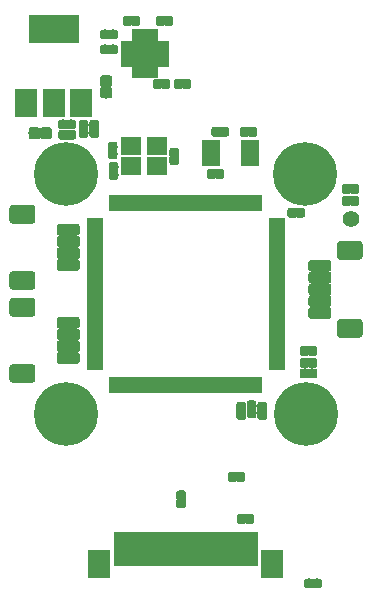
<source format=gbr>
G04 #@! TF.GenerationSoftware,KiCad,Pcbnew,(5.1.4)-1*
G04 #@! TF.CreationDate,2019-11-17T15:41:10+01:00*
G04 #@! TF.ProjectId,V3S_ESP32_Feather,5633535f-4553-4503-9332-5f4665617468,rev?*
G04 #@! TF.SameCoordinates,Original*
G04 #@! TF.FileFunction,Soldermask,Bot*
G04 #@! TF.FilePolarity,Negative*
%FSLAX46Y46*%
G04 Gerber Fmt 4.6, Leading zero omitted, Abs format (unit mm)*
G04 Created by KiCad (PCBNEW (5.1.4)-1) date 2019-11-17 15:41:10*
%MOMM*%
%LPD*%
G04 APERTURE LIST*
%ADD10C,0.100000*%
%ADD11C,0.800000*%
%ADD12C,1.600000*%
%ADD13C,1.000000*%
%ADD14R,2.200000X2.200000*%
%ADD15R,1.160000X0.670000*%
%ADD16R,0.670000X1.160000*%
%ADD17R,0.700000X3.000000*%
%ADD18R,1.900000X2.400000*%
%ADD19C,0.990000*%
%ADD20R,4.200000X2.400000*%
%ADD21C,1.400000*%
%ADD22C,1.200000*%
%ADD23C,5.400000*%
%ADD24R,0.600000X1.400000*%
%ADD25R,1.400000X0.600000*%
%ADD26R,1.800000X1.600000*%
%ADD27R,1.500000X2.300000*%
G04 APERTURE END LIST*
D10*
G36*
X37938603Y-61099963D02*
G01*
X37958018Y-61102843D01*
X37977057Y-61107612D01*
X37995537Y-61114224D01*
X38013279Y-61122616D01*
X38030114Y-61132706D01*
X38045879Y-61144398D01*
X38060421Y-61157579D01*
X38073602Y-61172121D01*
X38085294Y-61187886D01*
X38095384Y-61204721D01*
X38103776Y-61222463D01*
X38110388Y-61240943D01*
X38115157Y-61259982D01*
X38118037Y-61279397D01*
X38119000Y-61299000D01*
X38119000Y-61759000D01*
X38118037Y-61778603D01*
X38115157Y-61798018D01*
X38110388Y-61817057D01*
X38103776Y-61835537D01*
X38095384Y-61853279D01*
X38085294Y-61870114D01*
X38073602Y-61885879D01*
X38060421Y-61900421D01*
X38045879Y-61913602D01*
X38030114Y-61925294D01*
X38013279Y-61935384D01*
X37995537Y-61943776D01*
X37977057Y-61950388D01*
X37958018Y-61955157D01*
X37938603Y-61958037D01*
X37919000Y-61959000D01*
X37519000Y-61959000D01*
X37499397Y-61958037D01*
X37479982Y-61955157D01*
X37460943Y-61950388D01*
X37442463Y-61943776D01*
X37424721Y-61935384D01*
X37407886Y-61925294D01*
X37392121Y-61913602D01*
X37377579Y-61900421D01*
X37364398Y-61885879D01*
X37352706Y-61870114D01*
X37342616Y-61853279D01*
X37334224Y-61835537D01*
X37327612Y-61817057D01*
X37322843Y-61798018D01*
X37319963Y-61778603D01*
X37319000Y-61759000D01*
X37319000Y-61299000D01*
X37319963Y-61279397D01*
X37322843Y-61259982D01*
X37327612Y-61240943D01*
X37334224Y-61222463D01*
X37342616Y-61204721D01*
X37352706Y-61187886D01*
X37364398Y-61172121D01*
X37377579Y-61157579D01*
X37392121Y-61144398D01*
X37407886Y-61132706D01*
X37424721Y-61122616D01*
X37442463Y-61114224D01*
X37460943Y-61107612D01*
X37479982Y-61102843D01*
X37499397Y-61099963D01*
X37519000Y-61099000D01*
X37919000Y-61099000D01*
X37938603Y-61099963D01*
X37938603Y-61099963D01*
G37*
D11*
X37719000Y-61529000D03*
D10*
G36*
X37938603Y-61739963D02*
G01*
X37958018Y-61742843D01*
X37977057Y-61747612D01*
X37995537Y-61754224D01*
X38013279Y-61762616D01*
X38030114Y-61772706D01*
X38045879Y-61784398D01*
X38060421Y-61797579D01*
X38073602Y-61812121D01*
X38085294Y-61827886D01*
X38095384Y-61844721D01*
X38103776Y-61862463D01*
X38110388Y-61880943D01*
X38115157Y-61899982D01*
X38118037Y-61919397D01*
X38119000Y-61939000D01*
X38119000Y-62399000D01*
X38118037Y-62418603D01*
X38115157Y-62438018D01*
X38110388Y-62457057D01*
X38103776Y-62475537D01*
X38095384Y-62493279D01*
X38085294Y-62510114D01*
X38073602Y-62525879D01*
X38060421Y-62540421D01*
X38045879Y-62553602D01*
X38030114Y-62565294D01*
X38013279Y-62575384D01*
X37995537Y-62583776D01*
X37977057Y-62590388D01*
X37958018Y-62595157D01*
X37938603Y-62598037D01*
X37919000Y-62599000D01*
X37519000Y-62599000D01*
X37499397Y-62598037D01*
X37479982Y-62595157D01*
X37460943Y-62590388D01*
X37442463Y-62583776D01*
X37424721Y-62575384D01*
X37407886Y-62565294D01*
X37392121Y-62553602D01*
X37377579Y-62540421D01*
X37364398Y-62525879D01*
X37352706Y-62510114D01*
X37342616Y-62493279D01*
X37334224Y-62475537D01*
X37327612Y-62457057D01*
X37322843Y-62438018D01*
X37319963Y-62418603D01*
X37319000Y-62399000D01*
X37319000Y-61939000D01*
X37319963Y-61919397D01*
X37322843Y-61899982D01*
X37327612Y-61880943D01*
X37334224Y-61862463D01*
X37342616Y-61844721D01*
X37352706Y-61827886D01*
X37364398Y-61812121D01*
X37377579Y-61797579D01*
X37392121Y-61784398D01*
X37407886Y-61772706D01*
X37424721Y-61762616D01*
X37442463Y-61754224D01*
X37460943Y-61747612D01*
X37479982Y-61742843D01*
X37499397Y-61739963D01*
X37519000Y-61739000D01*
X37919000Y-61739000D01*
X37938603Y-61739963D01*
X37938603Y-61739963D01*
G37*
D11*
X37719000Y-62169000D03*
D10*
G36*
X52799340Y-39970605D02*
G01*
X52831698Y-39975405D01*
X52863429Y-39983353D01*
X52894229Y-39994373D01*
X52923800Y-40008359D01*
X52951857Y-40025177D01*
X52978132Y-40044663D01*
X53002369Y-40066631D01*
X53024337Y-40090868D01*
X53043823Y-40117143D01*
X53060641Y-40145200D01*
X53074627Y-40174771D01*
X53085647Y-40205571D01*
X53093595Y-40237302D01*
X53098395Y-40269660D01*
X53100000Y-40302332D01*
X53100000Y-41235668D01*
X53098395Y-41268340D01*
X53093595Y-41300698D01*
X53085647Y-41332429D01*
X53074627Y-41363229D01*
X53060641Y-41392800D01*
X53043823Y-41420857D01*
X53024337Y-41447132D01*
X53002369Y-41471369D01*
X52978132Y-41493337D01*
X52951857Y-41512823D01*
X52923800Y-41529641D01*
X52894229Y-41543627D01*
X52863429Y-41554647D01*
X52831698Y-41562595D01*
X52799340Y-41567395D01*
X52766668Y-41569000D01*
X51233332Y-41569000D01*
X51200660Y-41567395D01*
X51168302Y-41562595D01*
X51136571Y-41554647D01*
X51105771Y-41543627D01*
X51076200Y-41529641D01*
X51048143Y-41512823D01*
X51021868Y-41493337D01*
X50997631Y-41471369D01*
X50975663Y-41447132D01*
X50956177Y-41420857D01*
X50939359Y-41392800D01*
X50925373Y-41363229D01*
X50914353Y-41332429D01*
X50906405Y-41300698D01*
X50901605Y-41268340D01*
X50900000Y-41235668D01*
X50900000Y-40302332D01*
X50901605Y-40269660D01*
X50906405Y-40237302D01*
X50914353Y-40205571D01*
X50925373Y-40174771D01*
X50939359Y-40145200D01*
X50956177Y-40117143D01*
X50975663Y-40090868D01*
X50997631Y-40066631D01*
X51021868Y-40044663D01*
X51048143Y-40025177D01*
X51076200Y-40008359D01*
X51105771Y-39994373D01*
X51136571Y-39983353D01*
X51168302Y-39975405D01*
X51200660Y-39970605D01*
X51233332Y-39969000D01*
X52766668Y-39969000D01*
X52799340Y-39970605D01*
X52799340Y-39970605D01*
G37*
D12*
X52000000Y-40769000D03*
D10*
G36*
X52799340Y-46570605D02*
G01*
X52831698Y-46575405D01*
X52863429Y-46583353D01*
X52894229Y-46594373D01*
X52923800Y-46608359D01*
X52951857Y-46625177D01*
X52978132Y-46644663D01*
X53002369Y-46666631D01*
X53024337Y-46690868D01*
X53043823Y-46717143D01*
X53060641Y-46745200D01*
X53074627Y-46774771D01*
X53085647Y-46805571D01*
X53093595Y-46837302D01*
X53098395Y-46869660D01*
X53100000Y-46902332D01*
X53100000Y-47835668D01*
X53098395Y-47868340D01*
X53093595Y-47900698D01*
X53085647Y-47932429D01*
X53074627Y-47963229D01*
X53060641Y-47992800D01*
X53043823Y-48020857D01*
X53024337Y-48047132D01*
X53002369Y-48071369D01*
X52978132Y-48093337D01*
X52951857Y-48112823D01*
X52923800Y-48129641D01*
X52894229Y-48143627D01*
X52863429Y-48154647D01*
X52831698Y-48162595D01*
X52799340Y-48167395D01*
X52766668Y-48169000D01*
X51233332Y-48169000D01*
X51200660Y-48167395D01*
X51168302Y-48162595D01*
X51136571Y-48154647D01*
X51105771Y-48143627D01*
X51076200Y-48129641D01*
X51048143Y-48112823D01*
X51021868Y-48093337D01*
X50997631Y-48071369D01*
X50975663Y-48047132D01*
X50956177Y-48020857D01*
X50939359Y-47992800D01*
X50925373Y-47963229D01*
X50914353Y-47932429D01*
X50906405Y-47900698D01*
X50901605Y-47868340D01*
X50900000Y-47835668D01*
X50900000Y-46902332D01*
X50901605Y-46869660D01*
X50906405Y-46837302D01*
X50914353Y-46805571D01*
X50925373Y-46774771D01*
X50939359Y-46745200D01*
X50956177Y-46717143D01*
X50975663Y-46690868D01*
X50997631Y-46666631D01*
X51021868Y-46644663D01*
X51048143Y-46625177D01*
X51076200Y-46608359D01*
X51105771Y-46594373D01*
X51136571Y-46583353D01*
X51168302Y-46575405D01*
X51200660Y-46570605D01*
X51233332Y-46569000D01*
X52766668Y-46569000D01*
X52799340Y-46570605D01*
X52799340Y-46570605D01*
G37*
D12*
X52000000Y-47369000D03*
D10*
G36*
X50224504Y-41570204D02*
G01*
X50248773Y-41573804D01*
X50272571Y-41579765D01*
X50295671Y-41588030D01*
X50317849Y-41598520D01*
X50338893Y-41611133D01*
X50358598Y-41625747D01*
X50376777Y-41642223D01*
X50393253Y-41660402D01*
X50407867Y-41680107D01*
X50420480Y-41701151D01*
X50430970Y-41723329D01*
X50439235Y-41746429D01*
X50445196Y-41770227D01*
X50448796Y-41794496D01*
X50450000Y-41819000D01*
X50450000Y-42319000D01*
X50448796Y-42343504D01*
X50445196Y-42367773D01*
X50439235Y-42391571D01*
X50430970Y-42414671D01*
X50420480Y-42436849D01*
X50407867Y-42457893D01*
X50393253Y-42477598D01*
X50376777Y-42495777D01*
X50358598Y-42512253D01*
X50338893Y-42526867D01*
X50317849Y-42539480D01*
X50295671Y-42549970D01*
X50272571Y-42558235D01*
X50248773Y-42564196D01*
X50224504Y-42567796D01*
X50200000Y-42569000D01*
X48750000Y-42569000D01*
X48725496Y-42567796D01*
X48701227Y-42564196D01*
X48677429Y-42558235D01*
X48654329Y-42549970D01*
X48632151Y-42539480D01*
X48611107Y-42526867D01*
X48591402Y-42512253D01*
X48573223Y-42495777D01*
X48556747Y-42477598D01*
X48542133Y-42457893D01*
X48529520Y-42436849D01*
X48519030Y-42414671D01*
X48510765Y-42391571D01*
X48504804Y-42367773D01*
X48501204Y-42343504D01*
X48500000Y-42319000D01*
X48500000Y-41819000D01*
X48501204Y-41794496D01*
X48504804Y-41770227D01*
X48510765Y-41746429D01*
X48519030Y-41723329D01*
X48529520Y-41701151D01*
X48542133Y-41680107D01*
X48556747Y-41660402D01*
X48573223Y-41642223D01*
X48591402Y-41625747D01*
X48611107Y-41611133D01*
X48632151Y-41598520D01*
X48654329Y-41588030D01*
X48677429Y-41579765D01*
X48701227Y-41573804D01*
X48725496Y-41570204D01*
X48750000Y-41569000D01*
X50200000Y-41569000D01*
X50224504Y-41570204D01*
X50224504Y-41570204D01*
G37*
D13*
X49475000Y-42069000D03*
D10*
G36*
X50224504Y-42570204D02*
G01*
X50248773Y-42573804D01*
X50272571Y-42579765D01*
X50295671Y-42588030D01*
X50317849Y-42598520D01*
X50338893Y-42611133D01*
X50358598Y-42625747D01*
X50376777Y-42642223D01*
X50393253Y-42660402D01*
X50407867Y-42680107D01*
X50420480Y-42701151D01*
X50430970Y-42723329D01*
X50439235Y-42746429D01*
X50445196Y-42770227D01*
X50448796Y-42794496D01*
X50450000Y-42819000D01*
X50450000Y-43319000D01*
X50448796Y-43343504D01*
X50445196Y-43367773D01*
X50439235Y-43391571D01*
X50430970Y-43414671D01*
X50420480Y-43436849D01*
X50407867Y-43457893D01*
X50393253Y-43477598D01*
X50376777Y-43495777D01*
X50358598Y-43512253D01*
X50338893Y-43526867D01*
X50317849Y-43539480D01*
X50295671Y-43549970D01*
X50272571Y-43558235D01*
X50248773Y-43564196D01*
X50224504Y-43567796D01*
X50200000Y-43569000D01*
X48750000Y-43569000D01*
X48725496Y-43567796D01*
X48701227Y-43564196D01*
X48677429Y-43558235D01*
X48654329Y-43549970D01*
X48632151Y-43539480D01*
X48611107Y-43526867D01*
X48591402Y-43512253D01*
X48573223Y-43495777D01*
X48556747Y-43477598D01*
X48542133Y-43457893D01*
X48529520Y-43436849D01*
X48519030Y-43414671D01*
X48510765Y-43391571D01*
X48504804Y-43367773D01*
X48501204Y-43343504D01*
X48500000Y-43319000D01*
X48500000Y-42819000D01*
X48501204Y-42794496D01*
X48504804Y-42770227D01*
X48510765Y-42746429D01*
X48519030Y-42723329D01*
X48529520Y-42701151D01*
X48542133Y-42680107D01*
X48556747Y-42660402D01*
X48573223Y-42642223D01*
X48591402Y-42625747D01*
X48611107Y-42611133D01*
X48632151Y-42598520D01*
X48654329Y-42588030D01*
X48677429Y-42579765D01*
X48701227Y-42573804D01*
X48725496Y-42570204D01*
X48750000Y-42569000D01*
X50200000Y-42569000D01*
X50224504Y-42570204D01*
X50224504Y-42570204D01*
G37*
D13*
X49475000Y-43069000D03*
D10*
G36*
X50224504Y-43570204D02*
G01*
X50248773Y-43573804D01*
X50272571Y-43579765D01*
X50295671Y-43588030D01*
X50317849Y-43598520D01*
X50338893Y-43611133D01*
X50358598Y-43625747D01*
X50376777Y-43642223D01*
X50393253Y-43660402D01*
X50407867Y-43680107D01*
X50420480Y-43701151D01*
X50430970Y-43723329D01*
X50439235Y-43746429D01*
X50445196Y-43770227D01*
X50448796Y-43794496D01*
X50450000Y-43819000D01*
X50450000Y-44319000D01*
X50448796Y-44343504D01*
X50445196Y-44367773D01*
X50439235Y-44391571D01*
X50430970Y-44414671D01*
X50420480Y-44436849D01*
X50407867Y-44457893D01*
X50393253Y-44477598D01*
X50376777Y-44495777D01*
X50358598Y-44512253D01*
X50338893Y-44526867D01*
X50317849Y-44539480D01*
X50295671Y-44549970D01*
X50272571Y-44558235D01*
X50248773Y-44564196D01*
X50224504Y-44567796D01*
X50200000Y-44569000D01*
X48750000Y-44569000D01*
X48725496Y-44567796D01*
X48701227Y-44564196D01*
X48677429Y-44558235D01*
X48654329Y-44549970D01*
X48632151Y-44539480D01*
X48611107Y-44526867D01*
X48591402Y-44512253D01*
X48573223Y-44495777D01*
X48556747Y-44477598D01*
X48542133Y-44457893D01*
X48529520Y-44436849D01*
X48519030Y-44414671D01*
X48510765Y-44391571D01*
X48504804Y-44367773D01*
X48501204Y-44343504D01*
X48500000Y-44319000D01*
X48500000Y-43819000D01*
X48501204Y-43794496D01*
X48504804Y-43770227D01*
X48510765Y-43746429D01*
X48519030Y-43723329D01*
X48529520Y-43701151D01*
X48542133Y-43680107D01*
X48556747Y-43660402D01*
X48573223Y-43642223D01*
X48591402Y-43625747D01*
X48611107Y-43611133D01*
X48632151Y-43598520D01*
X48654329Y-43588030D01*
X48677429Y-43579765D01*
X48701227Y-43573804D01*
X48725496Y-43570204D01*
X48750000Y-43569000D01*
X50200000Y-43569000D01*
X50224504Y-43570204D01*
X50224504Y-43570204D01*
G37*
D13*
X49475000Y-44069000D03*
D10*
G36*
X50224504Y-44570204D02*
G01*
X50248773Y-44573804D01*
X50272571Y-44579765D01*
X50295671Y-44588030D01*
X50317849Y-44598520D01*
X50338893Y-44611133D01*
X50358598Y-44625747D01*
X50376777Y-44642223D01*
X50393253Y-44660402D01*
X50407867Y-44680107D01*
X50420480Y-44701151D01*
X50430970Y-44723329D01*
X50439235Y-44746429D01*
X50445196Y-44770227D01*
X50448796Y-44794496D01*
X50450000Y-44819000D01*
X50450000Y-45319000D01*
X50448796Y-45343504D01*
X50445196Y-45367773D01*
X50439235Y-45391571D01*
X50430970Y-45414671D01*
X50420480Y-45436849D01*
X50407867Y-45457893D01*
X50393253Y-45477598D01*
X50376777Y-45495777D01*
X50358598Y-45512253D01*
X50338893Y-45526867D01*
X50317849Y-45539480D01*
X50295671Y-45549970D01*
X50272571Y-45558235D01*
X50248773Y-45564196D01*
X50224504Y-45567796D01*
X50200000Y-45569000D01*
X48750000Y-45569000D01*
X48725496Y-45567796D01*
X48701227Y-45564196D01*
X48677429Y-45558235D01*
X48654329Y-45549970D01*
X48632151Y-45539480D01*
X48611107Y-45526867D01*
X48591402Y-45512253D01*
X48573223Y-45495777D01*
X48556747Y-45477598D01*
X48542133Y-45457893D01*
X48529520Y-45436849D01*
X48519030Y-45414671D01*
X48510765Y-45391571D01*
X48504804Y-45367773D01*
X48501204Y-45343504D01*
X48500000Y-45319000D01*
X48500000Y-44819000D01*
X48501204Y-44794496D01*
X48504804Y-44770227D01*
X48510765Y-44746429D01*
X48519030Y-44723329D01*
X48529520Y-44701151D01*
X48542133Y-44680107D01*
X48556747Y-44660402D01*
X48573223Y-44642223D01*
X48591402Y-44625747D01*
X48611107Y-44611133D01*
X48632151Y-44598520D01*
X48654329Y-44588030D01*
X48677429Y-44579765D01*
X48701227Y-44573804D01*
X48725496Y-44570204D01*
X48750000Y-44569000D01*
X50200000Y-44569000D01*
X50224504Y-44570204D01*
X50224504Y-44570204D01*
G37*
D13*
X49475000Y-45069000D03*
D10*
G36*
X50224504Y-45570204D02*
G01*
X50248773Y-45573804D01*
X50272571Y-45579765D01*
X50295671Y-45588030D01*
X50317849Y-45598520D01*
X50338893Y-45611133D01*
X50358598Y-45625747D01*
X50376777Y-45642223D01*
X50393253Y-45660402D01*
X50407867Y-45680107D01*
X50420480Y-45701151D01*
X50430970Y-45723329D01*
X50439235Y-45746429D01*
X50445196Y-45770227D01*
X50448796Y-45794496D01*
X50450000Y-45819000D01*
X50450000Y-46319000D01*
X50448796Y-46343504D01*
X50445196Y-46367773D01*
X50439235Y-46391571D01*
X50430970Y-46414671D01*
X50420480Y-46436849D01*
X50407867Y-46457893D01*
X50393253Y-46477598D01*
X50376777Y-46495777D01*
X50358598Y-46512253D01*
X50338893Y-46526867D01*
X50317849Y-46539480D01*
X50295671Y-46549970D01*
X50272571Y-46558235D01*
X50248773Y-46564196D01*
X50224504Y-46567796D01*
X50200000Y-46569000D01*
X48750000Y-46569000D01*
X48725496Y-46567796D01*
X48701227Y-46564196D01*
X48677429Y-46558235D01*
X48654329Y-46549970D01*
X48632151Y-46539480D01*
X48611107Y-46526867D01*
X48591402Y-46512253D01*
X48573223Y-46495777D01*
X48556747Y-46477598D01*
X48542133Y-46457893D01*
X48529520Y-46436849D01*
X48519030Y-46414671D01*
X48510765Y-46391571D01*
X48504804Y-46367773D01*
X48501204Y-46343504D01*
X48500000Y-46319000D01*
X48500000Y-45819000D01*
X48501204Y-45794496D01*
X48504804Y-45770227D01*
X48510765Y-45746429D01*
X48519030Y-45723329D01*
X48529520Y-45701151D01*
X48542133Y-45680107D01*
X48556747Y-45660402D01*
X48573223Y-45642223D01*
X48591402Y-45625747D01*
X48611107Y-45611133D01*
X48632151Y-45598520D01*
X48654329Y-45588030D01*
X48677429Y-45579765D01*
X48701227Y-45573804D01*
X48725496Y-45570204D01*
X48750000Y-45569000D01*
X50200000Y-45569000D01*
X50224504Y-45570204D01*
X50224504Y-45570204D01*
G37*
D13*
X49475000Y-46069000D03*
D14*
X34671000Y-24130000D03*
D15*
X36141000Y-24880000D03*
X36141000Y-24380000D03*
X36141000Y-23880000D03*
X36141000Y-23380000D03*
X33201000Y-23380000D03*
X33201000Y-23880000D03*
X33201000Y-24380000D03*
X33201000Y-24880000D03*
D16*
X33921000Y-25600000D03*
X34421000Y-25600000D03*
X34921000Y-25600000D03*
X35421000Y-25600000D03*
X35421000Y-22660000D03*
X34921000Y-22660000D03*
X34421000Y-22660000D03*
X33921000Y-22660000D03*
D10*
G36*
X31552603Y-23349963D02*
G01*
X31572018Y-23352843D01*
X31591057Y-23357612D01*
X31609537Y-23364224D01*
X31627279Y-23372616D01*
X31644114Y-23382706D01*
X31659879Y-23394398D01*
X31674421Y-23407579D01*
X31687602Y-23422121D01*
X31699294Y-23437886D01*
X31709384Y-23454721D01*
X31717776Y-23472463D01*
X31724388Y-23490943D01*
X31729157Y-23509982D01*
X31732037Y-23529397D01*
X31733000Y-23549000D01*
X31733000Y-23949000D01*
X31732037Y-23968603D01*
X31729157Y-23988018D01*
X31724388Y-24007057D01*
X31717776Y-24025537D01*
X31709384Y-24043279D01*
X31699294Y-24060114D01*
X31687602Y-24075879D01*
X31674421Y-24090421D01*
X31659879Y-24103602D01*
X31644114Y-24115294D01*
X31627279Y-24125384D01*
X31609537Y-24133776D01*
X31591057Y-24140388D01*
X31572018Y-24145157D01*
X31552603Y-24148037D01*
X31533000Y-24149000D01*
X31073000Y-24149000D01*
X31053397Y-24148037D01*
X31033982Y-24145157D01*
X31014943Y-24140388D01*
X30996463Y-24133776D01*
X30978721Y-24125384D01*
X30961886Y-24115294D01*
X30946121Y-24103602D01*
X30931579Y-24090421D01*
X30918398Y-24075879D01*
X30906706Y-24060114D01*
X30896616Y-24043279D01*
X30888224Y-24025537D01*
X30881612Y-24007057D01*
X30876843Y-23988018D01*
X30873963Y-23968603D01*
X30873000Y-23949000D01*
X30873000Y-23549000D01*
X30873963Y-23529397D01*
X30876843Y-23509982D01*
X30881612Y-23490943D01*
X30888224Y-23472463D01*
X30896616Y-23454721D01*
X30906706Y-23437886D01*
X30918398Y-23422121D01*
X30931579Y-23407579D01*
X30946121Y-23394398D01*
X30961886Y-23382706D01*
X30978721Y-23372616D01*
X30996463Y-23364224D01*
X31014943Y-23357612D01*
X31033982Y-23352843D01*
X31053397Y-23349963D01*
X31073000Y-23349000D01*
X31533000Y-23349000D01*
X31552603Y-23349963D01*
X31552603Y-23349963D01*
G37*
D11*
X31303000Y-23749000D03*
D10*
G36*
X32192603Y-23349963D02*
G01*
X32212018Y-23352843D01*
X32231057Y-23357612D01*
X32249537Y-23364224D01*
X32267279Y-23372616D01*
X32284114Y-23382706D01*
X32299879Y-23394398D01*
X32314421Y-23407579D01*
X32327602Y-23422121D01*
X32339294Y-23437886D01*
X32349384Y-23454721D01*
X32357776Y-23472463D01*
X32364388Y-23490943D01*
X32369157Y-23509982D01*
X32372037Y-23529397D01*
X32373000Y-23549000D01*
X32373000Y-23949000D01*
X32372037Y-23968603D01*
X32369157Y-23988018D01*
X32364388Y-24007057D01*
X32357776Y-24025537D01*
X32349384Y-24043279D01*
X32339294Y-24060114D01*
X32327602Y-24075879D01*
X32314421Y-24090421D01*
X32299879Y-24103602D01*
X32284114Y-24115294D01*
X32267279Y-24125384D01*
X32249537Y-24133776D01*
X32231057Y-24140388D01*
X32212018Y-24145157D01*
X32192603Y-24148037D01*
X32173000Y-24149000D01*
X31713000Y-24149000D01*
X31693397Y-24148037D01*
X31673982Y-24145157D01*
X31654943Y-24140388D01*
X31636463Y-24133776D01*
X31618721Y-24125384D01*
X31601886Y-24115294D01*
X31586121Y-24103602D01*
X31571579Y-24090421D01*
X31558398Y-24075879D01*
X31546706Y-24060114D01*
X31536616Y-24043279D01*
X31528224Y-24025537D01*
X31521612Y-24007057D01*
X31516843Y-23988018D01*
X31513963Y-23968603D01*
X31513000Y-23949000D01*
X31513000Y-23549000D01*
X31513963Y-23529397D01*
X31516843Y-23509982D01*
X31521612Y-23490943D01*
X31528224Y-23472463D01*
X31536616Y-23454721D01*
X31546706Y-23437886D01*
X31558398Y-23422121D01*
X31571579Y-23407579D01*
X31586121Y-23394398D01*
X31601886Y-23382706D01*
X31618721Y-23372616D01*
X31636463Y-23364224D01*
X31654943Y-23357612D01*
X31673982Y-23352843D01*
X31693397Y-23349963D01*
X31713000Y-23349000D01*
X32173000Y-23349000D01*
X32192603Y-23349963D01*
X32192603Y-23349963D01*
G37*
D11*
X31943000Y-23749000D03*
D10*
G36*
X25086340Y-36914605D02*
G01*
X25118698Y-36919405D01*
X25150429Y-36927353D01*
X25181229Y-36938373D01*
X25210800Y-36952359D01*
X25238857Y-36969177D01*
X25265132Y-36988663D01*
X25289369Y-37010631D01*
X25311337Y-37034868D01*
X25330823Y-37061143D01*
X25347641Y-37089200D01*
X25361627Y-37118771D01*
X25372647Y-37149571D01*
X25380595Y-37181302D01*
X25385395Y-37213660D01*
X25387000Y-37246332D01*
X25387000Y-38179668D01*
X25385395Y-38212340D01*
X25380595Y-38244698D01*
X25372647Y-38276429D01*
X25361627Y-38307229D01*
X25347641Y-38336800D01*
X25330823Y-38364857D01*
X25311337Y-38391132D01*
X25289369Y-38415369D01*
X25265132Y-38437337D01*
X25238857Y-38456823D01*
X25210800Y-38473641D01*
X25181229Y-38487627D01*
X25150429Y-38498647D01*
X25118698Y-38506595D01*
X25086340Y-38511395D01*
X25053668Y-38513000D01*
X23520332Y-38513000D01*
X23487660Y-38511395D01*
X23455302Y-38506595D01*
X23423571Y-38498647D01*
X23392771Y-38487627D01*
X23363200Y-38473641D01*
X23335143Y-38456823D01*
X23308868Y-38437337D01*
X23284631Y-38415369D01*
X23262663Y-38391132D01*
X23243177Y-38364857D01*
X23226359Y-38336800D01*
X23212373Y-38307229D01*
X23201353Y-38276429D01*
X23193405Y-38244698D01*
X23188605Y-38212340D01*
X23187000Y-38179668D01*
X23187000Y-37246332D01*
X23188605Y-37213660D01*
X23193405Y-37181302D01*
X23201353Y-37149571D01*
X23212373Y-37118771D01*
X23226359Y-37089200D01*
X23243177Y-37061143D01*
X23262663Y-37034868D01*
X23284631Y-37010631D01*
X23308868Y-36988663D01*
X23335143Y-36969177D01*
X23363200Y-36952359D01*
X23392771Y-36938373D01*
X23423571Y-36927353D01*
X23455302Y-36919405D01*
X23487660Y-36914605D01*
X23520332Y-36913000D01*
X25053668Y-36913000D01*
X25086340Y-36914605D01*
X25086340Y-36914605D01*
G37*
D12*
X24287000Y-37713000D03*
D10*
G36*
X25086340Y-42514605D02*
G01*
X25118698Y-42519405D01*
X25150429Y-42527353D01*
X25181229Y-42538373D01*
X25210800Y-42552359D01*
X25238857Y-42569177D01*
X25265132Y-42588663D01*
X25289369Y-42610631D01*
X25311337Y-42634868D01*
X25330823Y-42661143D01*
X25347641Y-42689200D01*
X25361627Y-42718771D01*
X25372647Y-42749571D01*
X25380595Y-42781302D01*
X25385395Y-42813660D01*
X25387000Y-42846332D01*
X25387000Y-43779668D01*
X25385395Y-43812340D01*
X25380595Y-43844698D01*
X25372647Y-43876429D01*
X25361627Y-43907229D01*
X25347641Y-43936800D01*
X25330823Y-43964857D01*
X25311337Y-43991132D01*
X25289369Y-44015369D01*
X25265132Y-44037337D01*
X25238857Y-44056823D01*
X25210800Y-44073641D01*
X25181229Y-44087627D01*
X25150429Y-44098647D01*
X25118698Y-44106595D01*
X25086340Y-44111395D01*
X25053668Y-44113000D01*
X23520332Y-44113000D01*
X23487660Y-44111395D01*
X23455302Y-44106595D01*
X23423571Y-44098647D01*
X23392771Y-44087627D01*
X23363200Y-44073641D01*
X23335143Y-44056823D01*
X23308868Y-44037337D01*
X23284631Y-44015369D01*
X23262663Y-43991132D01*
X23243177Y-43964857D01*
X23226359Y-43936800D01*
X23212373Y-43907229D01*
X23201353Y-43876429D01*
X23193405Y-43844698D01*
X23188605Y-43812340D01*
X23187000Y-43779668D01*
X23187000Y-42846332D01*
X23188605Y-42813660D01*
X23193405Y-42781302D01*
X23201353Y-42749571D01*
X23212373Y-42718771D01*
X23226359Y-42689200D01*
X23243177Y-42661143D01*
X23262663Y-42634868D01*
X23284631Y-42610631D01*
X23308868Y-42588663D01*
X23335143Y-42569177D01*
X23363200Y-42552359D01*
X23392771Y-42538373D01*
X23423571Y-42527353D01*
X23455302Y-42519405D01*
X23487660Y-42514605D01*
X23520332Y-42513000D01*
X25053668Y-42513000D01*
X25086340Y-42514605D01*
X25086340Y-42514605D01*
G37*
D12*
X24287000Y-43313000D03*
D10*
G36*
X28911504Y-38514204D02*
G01*
X28935773Y-38517804D01*
X28959571Y-38523765D01*
X28982671Y-38532030D01*
X29004849Y-38542520D01*
X29025893Y-38555133D01*
X29045598Y-38569747D01*
X29063777Y-38586223D01*
X29080253Y-38604402D01*
X29094867Y-38624107D01*
X29107480Y-38645151D01*
X29117970Y-38667329D01*
X29126235Y-38690429D01*
X29132196Y-38714227D01*
X29135796Y-38738496D01*
X29137000Y-38763000D01*
X29137000Y-39263000D01*
X29135796Y-39287504D01*
X29132196Y-39311773D01*
X29126235Y-39335571D01*
X29117970Y-39358671D01*
X29107480Y-39380849D01*
X29094867Y-39401893D01*
X29080253Y-39421598D01*
X29063777Y-39439777D01*
X29045598Y-39456253D01*
X29025893Y-39470867D01*
X29004849Y-39483480D01*
X28982671Y-39493970D01*
X28959571Y-39502235D01*
X28935773Y-39508196D01*
X28911504Y-39511796D01*
X28887000Y-39513000D01*
X27437000Y-39513000D01*
X27412496Y-39511796D01*
X27388227Y-39508196D01*
X27364429Y-39502235D01*
X27341329Y-39493970D01*
X27319151Y-39483480D01*
X27298107Y-39470867D01*
X27278402Y-39456253D01*
X27260223Y-39439777D01*
X27243747Y-39421598D01*
X27229133Y-39401893D01*
X27216520Y-39380849D01*
X27206030Y-39358671D01*
X27197765Y-39335571D01*
X27191804Y-39311773D01*
X27188204Y-39287504D01*
X27187000Y-39263000D01*
X27187000Y-38763000D01*
X27188204Y-38738496D01*
X27191804Y-38714227D01*
X27197765Y-38690429D01*
X27206030Y-38667329D01*
X27216520Y-38645151D01*
X27229133Y-38624107D01*
X27243747Y-38604402D01*
X27260223Y-38586223D01*
X27278402Y-38569747D01*
X27298107Y-38555133D01*
X27319151Y-38542520D01*
X27341329Y-38532030D01*
X27364429Y-38523765D01*
X27388227Y-38517804D01*
X27412496Y-38514204D01*
X27437000Y-38513000D01*
X28887000Y-38513000D01*
X28911504Y-38514204D01*
X28911504Y-38514204D01*
G37*
D13*
X28162000Y-39013000D03*
D10*
G36*
X28911504Y-39514204D02*
G01*
X28935773Y-39517804D01*
X28959571Y-39523765D01*
X28982671Y-39532030D01*
X29004849Y-39542520D01*
X29025893Y-39555133D01*
X29045598Y-39569747D01*
X29063777Y-39586223D01*
X29080253Y-39604402D01*
X29094867Y-39624107D01*
X29107480Y-39645151D01*
X29117970Y-39667329D01*
X29126235Y-39690429D01*
X29132196Y-39714227D01*
X29135796Y-39738496D01*
X29137000Y-39763000D01*
X29137000Y-40263000D01*
X29135796Y-40287504D01*
X29132196Y-40311773D01*
X29126235Y-40335571D01*
X29117970Y-40358671D01*
X29107480Y-40380849D01*
X29094867Y-40401893D01*
X29080253Y-40421598D01*
X29063777Y-40439777D01*
X29045598Y-40456253D01*
X29025893Y-40470867D01*
X29004849Y-40483480D01*
X28982671Y-40493970D01*
X28959571Y-40502235D01*
X28935773Y-40508196D01*
X28911504Y-40511796D01*
X28887000Y-40513000D01*
X27437000Y-40513000D01*
X27412496Y-40511796D01*
X27388227Y-40508196D01*
X27364429Y-40502235D01*
X27341329Y-40493970D01*
X27319151Y-40483480D01*
X27298107Y-40470867D01*
X27278402Y-40456253D01*
X27260223Y-40439777D01*
X27243747Y-40421598D01*
X27229133Y-40401893D01*
X27216520Y-40380849D01*
X27206030Y-40358671D01*
X27197765Y-40335571D01*
X27191804Y-40311773D01*
X27188204Y-40287504D01*
X27187000Y-40263000D01*
X27187000Y-39763000D01*
X27188204Y-39738496D01*
X27191804Y-39714227D01*
X27197765Y-39690429D01*
X27206030Y-39667329D01*
X27216520Y-39645151D01*
X27229133Y-39624107D01*
X27243747Y-39604402D01*
X27260223Y-39586223D01*
X27278402Y-39569747D01*
X27298107Y-39555133D01*
X27319151Y-39542520D01*
X27341329Y-39532030D01*
X27364429Y-39523765D01*
X27388227Y-39517804D01*
X27412496Y-39514204D01*
X27437000Y-39513000D01*
X28887000Y-39513000D01*
X28911504Y-39514204D01*
X28911504Y-39514204D01*
G37*
D13*
X28162000Y-40013000D03*
D10*
G36*
X28911504Y-40514204D02*
G01*
X28935773Y-40517804D01*
X28959571Y-40523765D01*
X28982671Y-40532030D01*
X29004849Y-40542520D01*
X29025893Y-40555133D01*
X29045598Y-40569747D01*
X29063777Y-40586223D01*
X29080253Y-40604402D01*
X29094867Y-40624107D01*
X29107480Y-40645151D01*
X29117970Y-40667329D01*
X29126235Y-40690429D01*
X29132196Y-40714227D01*
X29135796Y-40738496D01*
X29137000Y-40763000D01*
X29137000Y-41263000D01*
X29135796Y-41287504D01*
X29132196Y-41311773D01*
X29126235Y-41335571D01*
X29117970Y-41358671D01*
X29107480Y-41380849D01*
X29094867Y-41401893D01*
X29080253Y-41421598D01*
X29063777Y-41439777D01*
X29045598Y-41456253D01*
X29025893Y-41470867D01*
X29004849Y-41483480D01*
X28982671Y-41493970D01*
X28959571Y-41502235D01*
X28935773Y-41508196D01*
X28911504Y-41511796D01*
X28887000Y-41513000D01*
X27437000Y-41513000D01*
X27412496Y-41511796D01*
X27388227Y-41508196D01*
X27364429Y-41502235D01*
X27341329Y-41493970D01*
X27319151Y-41483480D01*
X27298107Y-41470867D01*
X27278402Y-41456253D01*
X27260223Y-41439777D01*
X27243747Y-41421598D01*
X27229133Y-41401893D01*
X27216520Y-41380849D01*
X27206030Y-41358671D01*
X27197765Y-41335571D01*
X27191804Y-41311773D01*
X27188204Y-41287504D01*
X27187000Y-41263000D01*
X27187000Y-40763000D01*
X27188204Y-40738496D01*
X27191804Y-40714227D01*
X27197765Y-40690429D01*
X27206030Y-40667329D01*
X27216520Y-40645151D01*
X27229133Y-40624107D01*
X27243747Y-40604402D01*
X27260223Y-40586223D01*
X27278402Y-40569747D01*
X27298107Y-40555133D01*
X27319151Y-40542520D01*
X27341329Y-40532030D01*
X27364429Y-40523765D01*
X27388227Y-40517804D01*
X27412496Y-40514204D01*
X27437000Y-40513000D01*
X28887000Y-40513000D01*
X28911504Y-40514204D01*
X28911504Y-40514204D01*
G37*
D13*
X28162000Y-41013000D03*
D10*
G36*
X28911504Y-41514204D02*
G01*
X28935773Y-41517804D01*
X28959571Y-41523765D01*
X28982671Y-41532030D01*
X29004849Y-41542520D01*
X29025893Y-41555133D01*
X29045598Y-41569747D01*
X29063777Y-41586223D01*
X29080253Y-41604402D01*
X29094867Y-41624107D01*
X29107480Y-41645151D01*
X29117970Y-41667329D01*
X29126235Y-41690429D01*
X29132196Y-41714227D01*
X29135796Y-41738496D01*
X29137000Y-41763000D01*
X29137000Y-42263000D01*
X29135796Y-42287504D01*
X29132196Y-42311773D01*
X29126235Y-42335571D01*
X29117970Y-42358671D01*
X29107480Y-42380849D01*
X29094867Y-42401893D01*
X29080253Y-42421598D01*
X29063777Y-42439777D01*
X29045598Y-42456253D01*
X29025893Y-42470867D01*
X29004849Y-42483480D01*
X28982671Y-42493970D01*
X28959571Y-42502235D01*
X28935773Y-42508196D01*
X28911504Y-42511796D01*
X28887000Y-42513000D01*
X27437000Y-42513000D01*
X27412496Y-42511796D01*
X27388227Y-42508196D01*
X27364429Y-42502235D01*
X27341329Y-42493970D01*
X27319151Y-42483480D01*
X27298107Y-42470867D01*
X27278402Y-42456253D01*
X27260223Y-42439777D01*
X27243747Y-42421598D01*
X27229133Y-42401893D01*
X27216520Y-42380849D01*
X27206030Y-42358671D01*
X27197765Y-42335571D01*
X27191804Y-42311773D01*
X27188204Y-42287504D01*
X27187000Y-42263000D01*
X27187000Y-41763000D01*
X27188204Y-41738496D01*
X27191804Y-41714227D01*
X27197765Y-41690429D01*
X27206030Y-41667329D01*
X27216520Y-41645151D01*
X27229133Y-41624107D01*
X27243747Y-41604402D01*
X27260223Y-41586223D01*
X27278402Y-41569747D01*
X27298107Y-41555133D01*
X27319151Y-41542520D01*
X27341329Y-41532030D01*
X27364429Y-41523765D01*
X27388227Y-41517804D01*
X27412496Y-41514204D01*
X27437000Y-41513000D01*
X28887000Y-41513000D01*
X28911504Y-41514204D01*
X28911504Y-41514204D01*
G37*
D13*
X28162000Y-42013000D03*
D10*
G36*
X25086340Y-44788605D02*
G01*
X25118698Y-44793405D01*
X25150429Y-44801353D01*
X25181229Y-44812373D01*
X25210800Y-44826359D01*
X25238857Y-44843177D01*
X25265132Y-44862663D01*
X25289369Y-44884631D01*
X25311337Y-44908868D01*
X25330823Y-44935143D01*
X25347641Y-44963200D01*
X25361627Y-44992771D01*
X25372647Y-45023571D01*
X25380595Y-45055302D01*
X25385395Y-45087660D01*
X25387000Y-45120332D01*
X25387000Y-46053668D01*
X25385395Y-46086340D01*
X25380595Y-46118698D01*
X25372647Y-46150429D01*
X25361627Y-46181229D01*
X25347641Y-46210800D01*
X25330823Y-46238857D01*
X25311337Y-46265132D01*
X25289369Y-46289369D01*
X25265132Y-46311337D01*
X25238857Y-46330823D01*
X25210800Y-46347641D01*
X25181229Y-46361627D01*
X25150429Y-46372647D01*
X25118698Y-46380595D01*
X25086340Y-46385395D01*
X25053668Y-46387000D01*
X23520332Y-46387000D01*
X23487660Y-46385395D01*
X23455302Y-46380595D01*
X23423571Y-46372647D01*
X23392771Y-46361627D01*
X23363200Y-46347641D01*
X23335143Y-46330823D01*
X23308868Y-46311337D01*
X23284631Y-46289369D01*
X23262663Y-46265132D01*
X23243177Y-46238857D01*
X23226359Y-46210800D01*
X23212373Y-46181229D01*
X23201353Y-46150429D01*
X23193405Y-46118698D01*
X23188605Y-46086340D01*
X23187000Y-46053668D01*
X23187000Y-45120332D01*
X23188605Y-45087660D01*
X23193405Y-45055302D01*
X23201353Y-45023571D01*
X23212373Y-44992771D01*
X23226359Y-44963200D01*
X23243177Y-44935143D01*
X23262663Y-44908868D01*
X23284631Y-44884631D01*
X23308868Y-44862663D01*
X23335143Y-44843177D01*
X23363200Y-44826359D01*
X23392771Y-44812373D01*
X23423571Y-44801353D01*
X23455302Y-44793405D01*
X23487660Y-44788605D01*
X23520332Y-44787000D01*
X25053668Y-44787000D01*
X25086340Y-44788605D01*
X25086340Y-44788605D01*
G37*
D12*
X24287000Y-45587000D03*
D10*
G36*
X25086340Y-50388605D02*
G01*
X25118698Y-50393405D01*
X25150429Y-50401353D01*
X25181229Y-50412373D01*
X25210800Y-50426359D01*
X25238857Y-50443177D01*
X25265132Y-50462663D01*
X25289369Y-50484631D01*
X25311337Y-50508868D01*
X25330823Y-50535143D01*
X25347641Y-50563200D01*
X25361627Y-50592771D01*
X25372647Y-50623571D01*
X25380595Y-50655302D01*
X25385395Y-50687660D01*
X25387000Y-50720332D01*
X25387000Y-51653668D01*
X25385395Y-51686340D01*
X25380595Y-51718698D01*
X25372647Y-51750429D01*
X25361627Y-51781229D01*
X25347641Y-51810800D01*
X25330823Y-51838857D01*
X25311337Y-51865132D01*
X25289369Y-51889369D01*
X25265132Y-51911337D01*
X25238857Y-51930823D01*
X25210800Y-51947641D01*
X25181229Y-51961627D01*
X25150429Y-51972647D01*
X25118698Y-51980595D01*
X25086340Y-51985395D01*
X25053668Y-51987000D01*
X23520332Y-51987000D01*
X23487660Y-51985395D01*
X23455302Y-51980595D01*
X23423571Y-51972647D01*
X23392771Y-51961627D01*
X23363200Y-51947641D01*
X23335143Y-51930823D01*
X23308868Y-51911337D01*
X23284631Y-51889369D01*
X23262663Y-51865132D01*
X23243177Y-51838857D01*
X23226359Y-51810800D01*
X23212373Y-51781229D01*
X23201353Y-51750429D01*
X23193405Y-51718698D01*
X23188605Y-51686340D01*
X23187000Y-51653668D01*
X23187000Y-50720332D01*
X23188605Y-50687660D01*
X23193405Y-50655302D01*
X23201353Y-50623571D01*
X23212373Y-50592771D01*
X23226359Y-50563200D01*
X23243177Y-50535143D01*
X23262663Y-50508868D01*
X23284631Y-50484631D01*
X23308868Y-50462663D01*
X23335143Y-50443177D01*
X23363200Y-50426359D01*
X23392771Y-50412373D01*
X23423571Y-50401353D01*
X23455302Y-50393405D01*
X23487660Y-50388605D01*
X23520332Y-50387000D01*
X25053668Y-50387000D01*
X25086340Y-50388605D01*
X25086340Y-50388605D01*
G37*
D12*
X24287000Y-51187000D03*
D10*
G36*
X28911504Y-46388204D02*
G01*
X28935773Y-46391804D01*
X28959571Y-46397765D01*
X28982671Y-46406030D01*
X29004849Y-46416520D01*
X29025893Y-46429133D01*
X29045598Y-46443747D01*
X29063777Y-46460223D01*
X29080253Y-46478402D01*
X29094867Y-46498107D01*
X29107480Y-46519151D01*
X29117970Y-46541329D01*
X29126235Y-46564429D01*
X29132196Y-46588227D01*
X29135796Y-46612496D01*
X29137000Y-46637000D01*
X29137000Y-47137000D01*
X29135796Y-47161504D01*
X29132196Y-47185773D01*
X29126235Y-47209571D01*
X29117970Y-47232671D01*
X29107480Y-47254849D01*
X29094867Y-47275893D01*
X29080253Y-47295598D01*
X29063777Y-47313777D01*
X29045598Y-47330253D01*
X29025893Y-47344867D01*
X29004849Y-47357480D01*
X28982671Y-47367970D01*
X28959571Y-47376235D01*
X28935773Y-47382196D01*
X28911504Y-47385796D01*
X28887000Y-47387000D01*
X27437000Y-47387000D01*
X27412496Y-47385796D01*
X27388227Y-47382196D01*
X27364429Y-47376235D01*
X27341329Y-47367970D01*
X27319151Y-47357480D01*
X27298107Y-47344867D01*
X27278402Y-47330253D01*
X27260223Y-47313777D01*
X27243747Y-47295598D01*
X27229133Y-47275893D01*
X27216520Y-47254849D01*
X27206030Y-47232671D01*
X27197765Y-47209571D01*
X27191804Y-47185773D01*
X27188204Y-47161504D01*
X27187000Y-47137000D01*
X27187000Y-46637000D01*
X27188204Y-46612496D01*
X27191804Y-46588227D01*
X27197765Y-46564429D01*
X27206030Y-46541329D01*
X27216520Y-46519151D01*
X27229133Y-46498107D01*
X27243747Y-46478402D01*
X27260223Y-46460223D01*
X27278402Y-46443747D01*
X27298107Y-46429133D01*
X27319151Y-46416520D01*
X27341329Y-46406030D01*
X27364429Y-46397765D01*
X27388227Y-46391804D01*
X27412496Y-46388204D01*
X27437000Y-46387000D01*
X28887000Y-46387000D01*
X28911504Y-46388204D01*
X28911504Y-46388204D01*
G37*
D13*
X28162000Y-46887000D03*
D10*
G36*
X28911504Y-47388204D02*
G01*
X28935773Y-47391804D01*
X28959571Y-47397765D01*
X28982671Y-47406030D01*
X29004849Y-47416520D01*
X29025893Y-47429133D01*
X29045598Y-47443747D01*
X29063777Y-47460223D01*
X29080253Y-47478402D01*
X29094867Y-47498107D01*
X29107480Y-47519151D01*
X29117970Y-47541329D01*
X29126235Y-47564429D01*
X29132196Y-47588227D01*
X29135796Y-47612496D01*
X29137000Y-47637000D01*
X29137000Y-48137000D01*
X29135796Y-48161504D01*
X29132196Y-48185773D01*
X29126235Y-48209571D01*
X29117970Y-48232671D01*
X29107480Y-48254849D01*
X29094867Y-48275893D01*
X29080253Y-48295598D01*
X29063777Y-48313777D01*
X29045598Y-48330253D01*
X29025893Y-48344867D01*
X29004849Y-48357480D01*
X28982671Y-48367970D01*
X28959571Y-48376235D01*
X28935773Y-48382196D01*
X28911504Y-48385796D01*
X28887000Y-48387000D01*
X27437000Y-48387000D01*
X27412496Y-48385796D01*
X27388227Y-48382196D01*
X27364429Y-48376235D01*
X27341329Y-48367970D01*
X27319151Y-48357480D01*
X27298107Y-48344867D01*
X27278402Y-48330253D01*
X27260223Y-48313777D01*
X27243747Y-48295598D01*
X27229133Y-48275893D01*
X27216520Y-48254849D01*
X27206030Y-48232671D01*
X27197765Y-48209571D01*
X27191804Y-48185773D01*
X27188204Y-48161504D01*
X27187000Y-48137000D01*
X27187000Y-47637000D01*
X27188204Y-47612496D01*
X27191804Y-47588227D01*
X27197765Y-47564429D01*
X27206030Y-47541329D01*
X27216520Y-47519151D01*
X27229133Y-47498107D01*
X27243747Y-47478402D01*
X27260223Y-47460223D01*
X27278402Y-47443747D01*
X27298107Y-47429133D01*
X27319151Y-47416520D01*
X27341329Y-47406030D01*
X27364429Y-47397765D01*
X27388227Y-47391804D01*
X27412496Y-47388204D01*
X27437000Y-47387000D01*
X28887000Y-47387000D01*
X28911504Y-47388204D01*
X28911504Y-47388204D01*
G37*
D13*
X28162000Y-47887000D03*
D10*
G36*
X28911504Y-48388204D02*
G01*
X28935773Y-48391804D01*
X28959571Y-48397765D01*
X28982671Y-48406030D01*
X29004849Y-48416520D01*
X29025893Y-48429133D01*
X29045598Y-48443747D01*
X29063777Y-48460223D01*
X29080253Y-48478402D01*
X29094867Y-48498107D01*
X29107480Y-48519151D01*
X29117970Y-48541329D01*
X29126235Y-48564429D01*
X29132196Y-48588227D01*
X29135796Y-48612496D01*
X29137000Y-48637000D01*
X29137000Y-49137000D01*
X29135796Y-49161504D01*
X29132196Y-49185773D01*
X29126235Y-49209571D01*
X29117970Y-49232671D01*
X29107480Y-49254849D01*
X29094867Y-49275893D01*
X29080253Y-49295598D01*
X29063777Y-49313777D01*
X29045598Y-49330253D01*
X29025893Y-49344867D01*
X29004849Y-49357480D01*
X28982671Y-49367970D01*
X28959571Y-49376235D01*
X28935773Y-49382196D01*
X28911504Y-49385796D01*
X28887000Y-49387000D01*
X27437000Y-49387000D01*
X27412496Y-49385796D01*
X27388227Y-49382196D01*
X27364429Y-49376235D01*
X27341329Y-49367970D01*
X27319151Y-49357480D01*
X27298107Y-49344867D01*
X27278402Y-49330253D01*
X27260223Y-49313777D01*
X27243747Y-49295598D01*
X27229133Y-49275893D01*
X27216520Y-49254849D01*
X27206030Y-49232671D01*
X27197765Y-49209571D01*
X27191804Y-49185773D01*
X27188204Y-49161504D01*
X27187000Y-49137000D01*
X27187000Y-48637000D01*
X27188204Y-48612496D01*
X27191804Y-48588227D01*
X27197765Y-48564429D01*
X27206030Y-48541329D01*
X27216520Y-48519151D01*
X27229133Y-48498107D01*
X27243747Y-48478402D01*
X27260223Y-48460223D01*
X27278402Y-48443747D01*
X27298107Y-48429133D01*
X27319151Y-48416520D01*
X27341329Y-48406030D01*
X27364429Y-48397765D01*
X27388227Y-48391804D01*
X27412496Y-48388204D01*
X27437000Y-48387000D01*
X28887000Y-48387000D01*
X28911504Y-48388204D01*
X28911504Y-48388204D01*
G37*
D13*
X28162000Y-48887000D03*
D10*
G36*
X28911504Y-49388204D02*
G01*
X28935773Y-49391804D01*
X28959571Y-49397765D01*
X28982671Y-49406030D01*
X29004849Y-49416520D01*
X29025893Y-49429133D01*
X29045598Y-49443747D01*
X29063777Y-49460223D01*
X29080253Y-49478402D01*
X29094867Y-49498107D01*
X29107480Y-49519151D01*
X29117970Y-49541329D01*
X29126235Y-49564429D01*
X29132196Y-49588227D01*
X29135796Y-49612496D01*
X29137000Y-49637000D01*
X29137000Y-50137000D01*
X29135796Y-50161504D01*
X29132196Y-50185773D01*
X29126235Y-50209571D01*
X29117970Y-50232671D01*
X29107480Y-50254849D01*
X29094867Y-50275893D01*
X29080253Y-50295598D01*
X29063777Y-50313777D01*
X29045598Y-50330253D01*
X29025893Y-50344867D01*
X29004849Y-50357480D01*
X28982671Y-50367970D01*
X28959571Y-50376235D01*
X28935773Y-50382196D01*
X28911504Y-50385796D01*
X28887000Y-50387000D01*
X27437000Y-50387000D01*
X27412496Y-50385796D01*
X27388227Y-50382196D01*
X27364429Y-50376235D01*
X27341329Y-50367970D01*
X27319151Y-50357480D01*
X27298107Y-50344867D01*
X27278402Y-50330253D01*
X27260223Y-50313777D01*
X27243747Y-50295598D01*
X27229133Y-50275893D01*
X27216520Y-50254849D01*
X27206030Y-50232671D01*
X27197765Y-50209571D01*
X27191804Y-50185773D01*
X27188204Y-50161504D01*
X27187000Y-50137000D01*
X27187000Y-49637000D01*
X27188204Y-49612496D01*
X27191804Y-49588227D01*
X27197765Y-49564429D01*
X27206030Y-49541329D01*
X27216520Y-49519151D01*
X27229133Y-49498107D01*
X27243747Y-49478402D01*
X27260223Y-49460223D01*
X27278402Y-49443747D01*
X27298107Y-49429133D01*
X27319151Y-49416520D01*
X27341329Y-49406030D01*
X27364429Y-49397765D01*
X27388227Y-49391804D01*
X27412496Y-49388204D01*
X27437000Y-49387000D01*
X28887000Y-49387000D01*
X28911504Y-49388204D01*
X28911504Y-49388204D01*
G37*
D13*
X28162000Y-49887000D03*
D17*
X43850000Y-66040000D03*
X43350000Y-66040000D03*
X42850000Y-66040000D03*
X42350000Y-66040000D03*
X41850000Y-66040000D03*
X41350000Y-66040000D03*
X40850000Y-66040000D03*
X40350000Y-66040000D03*
X39850000Y-66040000D03*
X39350000Y-66040000D03*
X38850000Y-66040000D03*
X38350000Y-66040000D03*
X37850000Y-66040000D03*
X37350000Y-66040000D03*
X36850000Y-66040000D03*
X36350000Y-66040000D03*
X35850000Y-66040000D03*
X35350000Y-66040000D03*
X34850000Y-66040000D03*
X34350000Y-66040000D03*
X33850000Y-66040000D03*
X33350000Y-66040000D03*
X32850000Y-66040000D03*
X32350000Y-66040000D03*
D18*
X45450000Y-67340000D03*
X30750000Y-67340000D03*
D10*
G36*
X28636603Y-29699963D02*
G01*
X28656018Y-29702843D01*
X28675057Y-29707612D01*
X28693537Y-29714224D01*
X28711279Y-29722616D01*
X28728114Y-29732706D01*
X28743879Y-29744398D01*
X28758421Y-29757579D01*
X28771602Y-29772121D01*
X28783294Y-29787886D01*
X28793384Y-29804721D01*
X28801776Y-29822463D01*
X28808388Y-29840943D01*
X28813157Y-29859982D01*
X28816037Y-29879397D01*
X28817000Y-29899000D01*
X28817000Y-30299000D01*
X28816037Y-30318603D01*
X28813157Y-30338018D01*
X28808388Y-30357057D01*
X28801776Y-30375537D01*
X28793384Y-30393279D01*
X28783294Y-30410114D01*
X28771602Y-30425879D01*
X28758421Y-30440421D01*
X28743879Y-30453602D01*
X28728114Y-30465294D01*
X28711279Y-30475384D01*
X28693537Y-30483776D01*
X28675057Y-30490388D01*
X28656018Y-30495157D01*
X28636603Y-30498037D01*
X28617000Y-30499000D01*
X28157000Y-30499000D01*
X28137397Y-30498037D01*
X28117982Y-30495157D01*
X28098943Y-30490388D01*
X28080463Y-30483776D01*
X28062721Y-30475384D01*
X28045886Y-30465294D01*
X28030121Y-30453602D01*
X28015579Y-30440421D01*
X28002398Y-30425879D01*
X27990706Y-30410114D01*
X27980616Y-30393279D01*
X27972224Y-30375537D01*
X27965612Y-30357057D01*
X27960843Y-30338018D01*
X27957963Y-30318603D01*
X27957000Y-30299000D01*
X27957000Y-29899000D01*
X27957963Y-29879397D01*
X27960843Y-29859982D01*
X27965612Y-29840943D01*
X27972224Y-29822463D01*
X27980616Y-29804721D01*
X27990706Y-29787886D01*
X28002398Y-29772121D01*
X28015579Y-29757579D01*
X28030121Y-29744398D01*
X28045886Y-29732706D01*
X28062721Y-29722616D01*
X28080463Y-29714224D01*
X28098943Y-29707612D01*
X28117982Y-29702843D01*
X28137397Y-29699963D01*
X28157000Y-29699000D01*
X28617000Y-29699000D01*
X28636603Y-29699963D01*
X28636603Y-29699963D01*
G37*
D11*
X28387000Y-30099000D03*
D10*
G36*
X27996603Y-29699963D02*
G01*
X28016018Y-29702843D01*
X28035057Y-29707612D01*
X28053537Y-29714224D01*
X28071279Y-29722616D01*
X28088114Y-29732706D01*
X28103879Y-29744398D01*
X28118421Y-29757579D01*
X28131602Y-29772121D01*
X28143294Y-29787886D01*
X28153384Y-29804721D01*
X28161776Y-29822463D01*
X28168388Y-29840943D01*
X28173157Y-29859982D01*
X28176037Y-29879397D01*
X28177000Y-29899000D01*
X28177000Y-30299000D01*
X28176037Y-30318603D01*
X28173157Y-30338018D01*
X28168388Y-30357057D01*
X28161776Y-30375537D01*
X28153384Y-30393279D01*
X28143294Y-30410114D01*
X28131602Y-30425879D01*
X28118421Y-30440421D01*
X28103879Y-30453602D01*
X28088114Y-30465294D01*
X28071279Y-30475384D01*
X28053537Y-30483776D01*
X28035057Y-30490388D01*
X28016018Y-30495157D01*
X27996603Y-30498037D01*
X27977000Y-30499000D01*
X27517000Y-30499000D01*
X27497397Y-30498037D01*
X27477982Y-30495157D01*
X27458943Y-30490388D01*
X27440463Y-30483776D01*
X27422721Y-30475384D01*
X27405886Y-30465294D01*
X27390121Y-30453602D01*
X27375579Y-30440421D01*
X27362398Y-30425879D01*
X27350706Y-30410114D01*
X27340616Y-30393279D01*
X27332224Y-30375537D01*
X27325612Y-30357057D01*
X27320843Y-30338018D01*
X27317963Y-30318603D01*
X27317000Y-30299000D01*
X27317000Y-29899000D01*
X27317963Y-29879397D01*
X27320843Y-29859982D01*
X27325612Y-29840943D01*
X27332224Y-29822463D01*
X27340616Y-29804721D01*
X27350706Y-29787886D01*
X27362398Y-29772121D01*
X27375579Y-29757579D01*
X27390121Y-29744398D01*
X27405886Y-29732706D01*
X27422721Y-29722616D01*
X27440463Y-29714224D01*
X27458943Y-29707612D01*
X27477982Y-29702843D01*
X27497397Y-29699963D01*
X27517000Y-29699000D01*
X27977000Y-29699000D01*
X27996603Y-29699963D01*
X27996603Y-29699963D01*
G37*
D11*
X27747000Y-30099000D03*
D10*
G36*
X30572603Y-30370963D02*
G01*
X30592018Y-30373843D01*
X30611057Y-30378612D01*
X30629537Y-30385224D01*
X30647279Y-30393616D01*
X30664114Y-30403706D01*
X30679879Y-30415398D01*
X30694421Y-30428579D01*
X30707602Y-30443121D01*
X30719294Y-30458886D01*
X30729384Y-30475721D01*
X30737776Y-30493463D01*
X30744388Y-30511943D01*
X30749157Y-30530982D01*
X30752037Y-30550397D01*
X30753000Y-30570000D01*
X30753000Y-31030000D01*
X30752037Y-31049603D01*
X30749157Y-31069018D01*
X30744388Y-31088057D01*
X30737776Y-31106537D01*
X30729384Y-31124279D01*
X30719294Y-31141114D01*
X30707602Y-31156879D01*
X30694421Y-31171421D01*
X30679879Y-31184602D01*
X30664114Y-31196294D01*
X30647279Y-31206384D01*
X30629537Y-31214776D01*
X30611057Y-31221388D01*
X30592018Y-31226157D01*
X30572603Y-31229037D01*
X30553000Y-31230000D01*
X30153000Y-31230000D01*
X30133397Y-31229037D01*
X30113982Y-31226157D01*
X30094943Y-31221388D01*
X30076463Y-31214776D01*
X30058721Y-31206384D01*
X30041886Y-31196294D01*
X30026121Y-31184602D01*
X30011579Y-31171421D01*
X29998398Y-31156879D01*
X29986706Y-31141114D01*
X29976616Y-31124279D01*
X29968224Y-31106537D01*
X29961612Y-31088057D01*
X29956843Y-31069018D01*
X29953963Y-31049603D01*
X29953000Y-31030000D01*
X29953000Y-30570000D01*
X29953963Y-30550397D01*
X29956843Y-30530982D01*
X29961612Y-30511943D01*
X29968224Y-30493463D01*
X29976616Y-30475721D01*
X29986706Y-30458886D01*
X29998398Y-30443121D01*
X30011579Y-30428579D01*
X30026121Y-30415398D01*
X30041886Y-30403706D01*
X30058721Y-30393616D01*
X30076463Y-30385224D01*
X30094943Y-30378612D01*
X30113982Y-30373843D01*
X30133397Y-30370963D01*
X30153000Y-30370000D01*
X30553000Y-30370000D01*
X30572603Y-30370963D01*
X30572603Y-30370963D01*
G37*
D11*
X30353000Y-30800000D03*
D10*
G36*
X30572603Y-29730963D02*
G01*
X30592018Y-29733843D01*
X30611057Y-29738612D01*
X30629537Y-29745224D01*
X30647279Y-29753616D01*
X30664114Y-29763706D01*
X30679879Y-29775398D01*
X30694421Y-29788579D01*
X30707602Y-29803121D01*
X30719294Y-29818886D01*
X30729384Y-29835721D01*
X30737776Y-29853463D01*
X30744388Y-29871943D01*
X30749157Y-29890982D01*
X30752037Y-29910397D01*
X30753000Y-29930000D01*
X30753000Y-30390000D01*
X30752037Y-30409603D01*
X30749157Y-30429018D01*
X30744388Y-30448057D01*
X30737776Y-30466537D01*
X30729384Y-30484279D01*
X30719294Y-30501114D01*
X30707602Y-30516879D01*
X30694421Y-30531421D01*
X30679879Y-30544602D01*
X30664114Y-30556294D01*
X30647279Y-30566384D01*
X30629537Y-30574776D01*
X30611057Y-30581388D01*
X30592018Y-30586157D01*
X30572603Y-30589037D01*
X30553000Y-30590000D01*
X30153000Y-30590000D01*
X30133397Y-30589037D01*
X30113982Y-30586157D01*
X30094943Y-30581388D01*
X30076463Y-30574776D01*
X30058721Y-30566384D01*
X30041886Y-30556294D01*
X30026121Y-30544602D01*
X30011579Y-30531421D01*
X29998398Y-30516879D01*
X29986706Y-30501114D01*
X29976616Y-30484279D01*
X29968224Y-30466537D01*
X29961612Y-30448057D01*
X29956843Y-30429018D01*
X29953963Y-30409603D01*
X29953000Y-30390000D01*
X29953000Y-29930000D01*
X29953963Y-29910397D01*
X29956843Y-29890982D01*
X29961612Y-29871943D01*
X29968224Y-29853463D01*
X29976616Y-29835721D01*
X29986706Y-29818886D01*
X29998398Y-29803121D01*
X30011579Y-29788579D01*
X30026121Y-29775398D01*
X30041886Y-29763706D01*
X30058721Y-29753616D01*
X30076463Y-29745224D01*
X30094943Y-29738612D01*
X30113982Y-29733843D01*
X30133397Y-29730963D01*
X30153000Y-29730000D01*
X30553000Y-29730000D01*
X30572603Y-29730963D01*
X30572603Y-29730963D01*
G37*
D11*
X30353000Y-30160000D03*
D10*
G36*
X26537759Y-30342192D02*
G01*
X26561785Y-30345756D01*
X26585345Y-30351657D01*
X26608214Y-30359840D01*
X26630171Y-30370224D01*
X26651004Y-30382711D01*
X26670512Y-30397180D01*
X26688509Y-30413491D01*
X26704820Y-30431488D01*
X26719289Y-30450996D01*
X26731776Y-30471829D01*
X26742160Y-30493786D01*
X26750343Y-30516655D01*
X26756244Y-30540215D01*
X26759808Y-30564241D01*
X26761000Y-30588500D01*
X26761000Y-31133500D01*
X26759808Y-31157759D01*
X26756244Y-31181785D01*
X26750343Y-31205345D01*
X26742160Y-31228214D01*
X26731776Y-31250171D01*
X26719289Y-31271004D01*
X26704820Y-31290512D01*
X26688509Y-31308509D01*
X26670512Y-31324820D01*
X26651004Y-31339289D01*
X26630171Y-31351776D01*
X26608214Y-31362160D01*
X26585345Y-31370343D01*
X26561785Y-31376244D01*
X26537759Y-31379808D01*
X26513500Y-31381000D01*
X26018500Y-31381000D01*
X25994241Y-31379808D01*
X25970215Y-31376244D01*
X25946655Y-31370343D01*
X25923786Y-31362160D01*
X25901829Y-31351776D01*
X25880996Y-31339289D01*
X25861488Y-31324820D01*
X25843491Y-31308509D01*
X25827180Y-31290512D01*
X25812711Y-31271004D01*
X25800224Y-31250171D01*
X25789840Y-31228214D01*
X25781657Y-31205345D01*
X25775756Y-31181785D01*
X25772192Y-31157759D01*
X25771000Y-31133500D01*
X25771000Y-30588500D01*
X25772192Y-30564241D01*
X25775756Y-30540215D01*
X25781657Y-30516655D01*
X25789840Y-30493786D01*
X25800224Y-30471829D01*
X25812711Y-30450996D01*
X25827180Y-30431488D01*
X25843491Y-30413491D01*
X25861488Y-30397180D01*
X25880996Y-30382711D01*
X25901829Y-30370224D01*
X25923786Y-30359840D01*
X25946655Y-30351657D01*
X25970215Y-30345756D01*
X25994241Y-30342192D01*
X26018500Y-30341000D01*
X26513500Y-30341000D01*
X26537759Y-30342192D01*
X26537759Y-30342192D01*
G37*
D19*
X26266000Y-30861000D03*
D10*
G36*
X25567759Y-30342192D02*
G01*
X25591785Y-30345756D01*
X25615345Y-30351657D01*
X25638214Y-30359840D01*
X25660171Y-30370224D01*
X25681004Y-30382711D01*
X25700512Y-30397180D01*
X25718509Y-30413491D01*
X25734820Y-30431488D01*
X25749289Y-30450996D01*
X25761776Y-30471829D01*
X25772160Y-30493786D01*
X25780343Y-30516655D01*
X25786244Y-30540215D01*
X25789808Y-30564241D01*
X25791000Y-30588500D01*
X25791000Y-31133500D01*
X25789808Y-31157759D01*
X25786244Y-31181785D01*
X25780343Y-31205345D01*
X25772160Y-31228214D01*
X25761776Y-31250171D01*
X25749289Y-31271004D01*
X25734820Y-31290512D01*
X25718509Y-31308509D01*
X25700512Y-31324820D01*
X25681004Y-31339289D01*
X25660171Y-31351776D01*
X25638214Y-31362160D01*
X25615345Y-31370343D01*
X25591785Y-31376244D01*
X25567759Y-31379808D01*
X25543500Y-31381000D01*
X25048500Y-31381000D01*
X25024241Y-31379808D01*
X25000215Y-31376244D01*
X24976655Y-31370343D01*
X24953786Y-31362160D01*
X24931829Y-31351776D01*
X24910996Y-31339289D01*
X24891488Y-31324820D01*
X24873491Y-31308509D01*
X24857180Y-31290512D01*
X24842711Y-31271004D01*
X24830224Y-31250171D01*
X24819840Y-31228214D01*
X24811657Y-31205345D01*
X24805756Y-31181785D01*
X24802192Y-31157759D01*
X24801000Y-31133500D01*
X24801000Y-30588500D01*
X24802192Y-30564241D01*
X24805756Y-30540215D01*
X24811657Y-30516655D01*
X24819840Y-30493786D01*
X24830224Y-30471829D01*
X24842711Y-30450996D01*
X24857180Y-30431488D01*
X24873491Y-30413491D01*
X24891488Y-30397180D01*
X24910996Y-30382711D01*
X24931829Y-30370224D01*
X24953786Y-30359840D01*
X24976655Y-30351657D01*
X25000215Y-30345756D01*
X25024241Y-30342192D01*
X25048500Y-30341000D01*
X25543500Y-30341000D01*
X25567759Y-30342192D01*
X25567759Y-30342192D01*
G37*
D19*
X25296000Y-30861000D03*
D10*
G36*
X31665759Y-25945192D02*
G01*
X31689785Y-25948756D01*
X31713345Y-25954657D01*
X31736214Y-25962840D01*
X31758171Y-25973224D01*
X31779004Y-25985711D01*
X31798512Y-26000180D01*
X31816509Y-26016491D01*
X31832820Y-26034488D01*
X31847289Y-26053996D01*
X31859776Y-26074829D01*
X31870160Y-26096786D01*
X31878343Y-26119655D01*
X31884244Y-26143215D01*
X31887808Y-26167241D01*
X31889000Y-26191500D01*
X31889000Y-26686500D01*
X31887808Y-26710759D01*
X31884244Y-26734785D01*
X31878343Y-26758345D01*
X31870160Y-26781214D01*
X31859776Y-26803171D01*
X31847289Y-26824004D01*
X31832820Y-26843512D01*
X31816509Y-26861509D01*
X31798512Y-26877820D01*
X31779004Y-26892289D01*
X31758171Y-26904776D01*
X31736214Y-26915160D01*
X31713345Y-26923343D01*
X31689785Y-26929244D01*
X31665759Y-26932808D01*
X31641500Y-26934000D01*
X31096500Y-26934000D01*
X31072241Y-26932808D01*
X31048215Y-26929244D01*
X31024655Y-26923343D01*
X31001786Y-26915160D01*
X30979829Y-26904776D01*
X30958996Y-26892289D01*
X30939488Y-26877820D01*
X30921491Y-26861509D01*
X30905180Y-26843512D01*
X30890711Y-26824004D01*
X30878224Y-26803171D01*
X30867840Y-26781214D01*
X30859657Y-26758345D01*
X30853756Y-26734785D01*
X30850192Y-26710759D01*
X30849000Y-26686500D01*
X30849000Y-26191500D01*
X30850192Y-26167241D01*
X30853756Y-26143215D01*
X30859657Y-26119655D01*
X30867840Y-26096786D01*
X30878224Y-26074829D01*
X30890711Y-26053996D01*
X30905180Y-26034488D01*
X30921491Y-26016491D01*
X30939488Y-26000180D01*
X30958996Y-25985711D01*
X30979829Y-25973224D01*
X31001786Y-25962840D01*
X31024655Y-25954657D01*
X31048215Y-25948756D01*
X31072241Y-25945192D01*
X31096500Y-25944000D01*
X31641500Y-25944000D01*
X31665759Y-25945192D01*
X31665759Y-25945192D01*
G37*
D19*
X31369000Y-26439000D03*
D10*
G36*
X31665759Y-26915192D02*
G01*
X31689785Y-26918756D01*
X31713345Y-26924657D01*
X31736214Y-26932840D01*
X31758171Y-26943224D01*
X31779004Y-26955711D01*
X31798512Y-26970180D01*
X31816509Y-26986491D01*
X31832820Y-27004488D01*
X31847289Y-27023996D01*
X31859776Y-27044829D01*
X31870160Y-27066786D01*
X31878343Y-27089655D01*
X31884244Y-27113215D01*
X31887808Y-27137241D01*
X31889000Y-27161500D01*
X31889000Y-27656500D01*
X31887808Y-27680759D01*
X31884244Y-27704785D01*
X31878343Y-27728345D01*
X31870160Y-27751214D01*
X31859776Y-27773171D01*
X31847289Y-27794004D01*
X31832820Y-27813512D01*
X31816509Y-27831509D01*
X31798512Y-27847820D01*
X31779004Y-27862289D01*
X31758171Y-27874776D01*
X31736214Y-27885160D01*
X31713345Y-27893343D01*
X31689785Y-27899244D01*
X31665759Y-27902808D01*
X31641500Y-27904000D01*
X31096500Y-27904000D01*
X31072241Y-27902808D01*
X31048215Y-27899244D01*
X31024655Y-27893343D01*
X31001786Y-27885160D01*
X30979829Y-27874776D01*
X30958996Y-27862289D01*
X30939488Y-27847820D01*
X30921491Y-27831509D01*
X30905180Y-27813512D01*
X30890711Y-27794004D01*
X30878224Y-27773171D01*
X30867840Y-27751214D01*
X30859657Y-27728345D01*
X30853756Y-27704785D01*
X30850192Y-27680759D01*
X30849000Y-27656500D01*
X30849000Y-27161500D01*
X30850192Y-27137241D01*
X30853756Y-27113215D01*
X30859657Y-27089655D01*
X30867840Y-27066786D01*
X30878224Y-27044829D01*
X30890711Y-27023996D01*
X30905180Y-27004488D01*
X30921491Y-26986491D01*
X30939488Y-26970180D01*
X30958996Y-26955711D01*
X30979829Y-26943224D01*
X31001786Y-26932840D01*
X31024655Y-26924657D01*
X31048215Y-26918756D01*
X31072241Y-26915192D01*
X31096500Y-26914000D01*
X31641500Y-26914000D01*
X31665759Y-26915192D01*
X31665759Y-26915192D01*
G37*
D19*
X31369000Y-27409000D03*
D10*
G36*
X49464603Y-68561963D02*
G01*
X49484018Y-68564843D01*
X49503057Y-68569612D01*
X49521537Y-68576224D01*
X49539279Y-68584616D01*
X49556114Y-68594706D01*
X49571879Y-68606398D01*
X49586421Y-68619579D01*
X49599602Y-68634121D01*
X49611294Y-68649886D01*
X49621384Y-68666721D01*
X49629776Y-68684463D01*
X49636388Y-68702943D01*
X49641157Y-68721982D01*
X49644037Y-68741397D01*
X49645000Y-68761000D01*
X49645000Y-69161000D01*
X49644037Y-69180603D01*
X49641157Y-69200018D01*
X49636388Y-69219057D01*
X49629776Y-69237537D01*
X49621384Y-69255279D01*
X49611294Y-69272114D01*
X49599602Y-69287879D01*
X49586421Y-69302421D01*
X49571879Y-69315602D01*
X49556114Y-69327294D01*
X49539279Y-69337384D01*
X49521537Y-69345776D01*
X49503057Y-69352388D01*
X49484018Y-69357157D01*
X49464603Y-69360037D01*
X49445000Y-69361000D01*
X48985000Y-69361000D01*
X48965397Y-69360037D01*
X48945982Y-69357157D01*
X48926943Y-69352388D01*
X48908463Y-69345776D01*
X48890721Y-69337384D01*
X48873886Y-69327294D01*
X48858121Y-69315602D01*
X48843579Y-69302421D01*
X48830398Y-69287879D01*
X48818706Y-69272114D01*
X48808616Y-69255279D01*
X48800224Y-69237537D01*
X48793612Y-69219057D01*
X48788843Y-69200018D01*
X48785963Y-69180603D01*
X48785000Y-69161000D01*
X48785000Y-68761000D01*
X48785963Y-68741397D01*
X48788843Y-68721982D01*
X48793612Y-68702943D01*
X48800224Y-68684463D01*
X48808616Y-68666721D01*
X48818706Y-68649886D01*
X48830398Y-68634121D01*
X48843579Y-68619579D01*
X48858121Y-68606398D01*
X48873886Y-68594706D01*
X48890721Y-68584616D01*
X48908463Y-68576224D01*
X48926943Y-68569612D01*
X48945982Y-68564843D01*
X48965397Y-68561963D01*
X48985000Y-68561000D01*
X49445000Y-68561000D01*
X49464603Y-68561963D01*
X49464603Y-68561963D01*
G37*
D11*
X49215000Y-68961000D03*
D10*
G36*
X48824603Y-68561963D02*
G01*
X48844018Y-68564843D01*
X48863057Y-68569612D01*
X48881537Y-68576224D01*
X48899279Y-68584616D01*
X48916114Y-68594706D01*
X48931879Y-68606398D01*
X48946421Y-68619579D01*
X48959602Y-68634121D01*
X48971294Y-68649886D01*
X48981384Y-68666721D01*
X48989776Y-68684463D01*
X48996388Y-68702943D01*
X49001157Y-68721982D01*
X49004037Y-68741397D01*
X49005000Y-68761000D01*
X49005000Y-69161000D01*
X49004037Y-69180603D01*
X49001157Y-69200018D01*
X48996388Y-69219057D01*
X48989776Y-69237537D01*
X48981384Y-69255279D01*
X48971294Y-69272114D01*
X48959602Y-69287879D01*
X48946421Y-69302421D01*
X48931879Y-69315602D01*
X48916114Y-69327294D01*
X48899279Y-69337384D01*
X48881537Y-69345776D01*
X48863057Y-69352388D01*
X48844018Y-69357157D01*
X48824603Y-69360037D01*
X48805000Y-69361000D01*
X48345000Y-69361000D01*
X48325397Y-69360037D01*
X48305982Y-69357157D01*
X48286943Y-69352388D01*
X48268463Y-69345776D01*
X48250721Y-69337384D01*
X48233886Y-69327294D01*
X48218121Y-69315602D01*
X48203579Y-69302421D01*
X48190398Y-69287879D01*
X48178706Y-69272114D01*
X48168616Y-69255279D01*
X48160224Y-69237537D01*
X48153612Y-69219057D01*
X48148843Y-69200018D01*
X48145963Y-69180603D01*
X48145000Y-69161000D01*
X48145000Y-68761000D01*
X48145963Y-68741397D01*
X48148843Y-68721982D01*
X48153612Y-68702943D01*
X48160224Y-68684463D01*
X48168616Y-68666721D01*
X48178706Y-68649886D01*
X48190398Y-68634121D01*
X48203579Y-68619579D01*
X48218121Y-68606398D01*
X48233886Y-68594706D01*
X48250721Y-68584616D01*
X48268463Y-68576224D01*
X48286943Y-68569612D01*
X48305982Y-68564843D01*
X48325397Y-68561963D01*
X48345000Y-68561000D01*
X48805000Y-68561000D01*
X48824603Y-68561963D01*
X48824603Y-68561963D01*
G37*
D11*
X48575000Y-68961000D03*
D18*
X29224000Y-28296000D03*
X24624000Y-28296000D03*
X26924000Y-28296000D03*
D20*
X26924000Y-21996000D03*
D21*
X52070000Y-38100000D03*
D10*
G36*
X33457603Y-20936963D02*
G01*
X33477018Y-20939843D01*
X33496057Y-20944612D01*
X33514537Y-20951224D01*
X33532279Y-20959616D01*
X33549114Y-20969706D01*
X33564879Y-20981398D01*
X33579421Y-20994579D01*
X33592602Y-21009121D01*
X33604294Y-21024886D01*
X33614384Y-21041721D01*
X33622776Y-21059463D01*
X33629388Y-21077943D01*
X33634157Y-21096982D01*
X33637037Y-21116397D01*
X33638000Y-21136000D01*
X33638000Y-21536000D01*
X33637037Y-21555603D01*
X33634157Y-21575018D01*
X33629388Y-21594057D01*
X33622776Y-21612537D01*
X33614384Y-21630279D01*
X33604294Y-21647114D01*
X33592602Y-21662879D01*
X33579421Y-21677421D01*
X33564879Y-21690602D01*
X33549114Y-21702294D01*
X33532279Y-21712384D01*
X33514537Y-21720776D01*
X33496057Y-21727388D01*
X33477018Y-21732157D01*
X33457603Y-21735037D01*
X33438000Y-21736000D01*
X32978000Y-21736000D01*
X32958397Y-21735037D01*
X32938982Y-21732157D01*
X32919943Y-21727388D01*
X32901463Y-21720776D01*
X32883721Y-21712384D01*
X32866886Y-21702294D01*
X32851121Y-21690602D01*
X32836579Y-21677421D01*
X32823398Y-21662879D01*
X32811706Y-21647114D01*
X32801616Y-21630279D01*
X32793224Y-21612537D01*
X32786612Y-21594057D01*
X32781843Y-21575018D01*
X32778963Y-21555603D01*
X32778000Y-21536000D01*
X32778000Y-21136000D01*
X32778963Y-21116397D01*
X32781843Y-21096982D01*
X32786612Y-21077943D01*
X32793224Y-21059463D01*
X32801616Y-21041721D01*
X32811706Y-21024886D01*
X32823398Y-21009121D01*
X32836579Y-20994579D01*
X32851121Y-20981398D01*
X32866886Y-20969706D01*
X32883721Y-20959616D01*
X32901463Y-20951224D01*
X32919943Y-20944612D01*
X32938982Y-20939843D01*
X32958397Y-20936963D01*
X32978000Y-20936000D01*
X33438000Y-20936000D01*
X33457603Y-20936963D01*
X33457603Y-20936963D01*
G37*
D11*
X33208000Y-21336000D03*
D10*
G36*
X34097603Y-20936963D02*
G01*
X34117018Y-20939843D01*
X34136057Y-20944612D01*
X34154537Y-20951224D01*
X34172279Y-20959616D01*
X34189114Y-20969706D01*
X34204879Y-20981398D01*
X34219421Y-20994579D01*
X34232602Y-21009121D01*
X34244294Y-21024886D01*
X34254384Y-21041721D01*
X34262776Y-21059463D01*
X34269388Y-21077943D01*
X34274157Y-21096982D01*
X34277037Y-21116397D01*
X34278000Y-21136000D01*
X34278000Y-21536000D01*
X34277037Y-21555603D01*
X34274157Y-21575018D01*
X34269388Y-21594057D01*
X34262776Y-21612537D01*
X34254384Y-21630279D01*
X34244294Y-21647114D01*
X34232602Y-21662879D01*
X34219421Y-21677421D01*
X34204879Y-21690602D01*
X34189114Y-21702294D01*
X34172279Y-21712384D01*
X34154537Y-21720776D01*
X34136057Y-21727388D01*
X34117018Y-21732157D01*
X34097603Y-21735037D01*
X34078000Y-21736000D01*
X33618000Y-21736000D01*
X33598397Y-21735037D01*
X33578982Y-21732157D01*
X33559943Y-21727388D01*
X33541463Y-21720776D01*
X33523721Y-21712384D01*
X33506886Y-21702294D01*
X33491121Y-21690602D01*
X33476579Y-21677421D01*
X33463398Y-21662879D01*
X33451706Y-21647114D01*
X33441616Y-21630279D01*
X33433224Y-21612537D01*
X33426612Y-21594057D01*
X33421843Y-21575018D01*
X33418963Y-21555603D01*
X33418000Y-21536000D01*
X33418000Y-21136000D01*
X33418963Y-21116397D01*
X33421843Y-21096982D01*
X33426612Y-21077943D01*
X33433224Y-21059463D01*
X33441616Y-21041721D01*
X33451706Y-21024886D01*
X33463398Y-21009121D01*
X33476579Y-20994579D01*
X33491121Y-20981398D01*
X33506886Y-20969706D01*
X33523721Y-20959616D01*
X33541463Y-20951224D01*
X33559943Y-20944612D01*
X33578982Y-20939843D01*
X33598397Y-20936963D01*
X33618000Y-20936000D01*
X34078000Y-20936000D01*
X34097603Y-20936963D01*
X34097603Y-20936963D01*
G37*
D11*
X33848000Y-21336000D03*
D10*
G36*
X31552603Y-22079963D02*
G01*
X31572018Y-22082843D01*
X31591057Y-22087612D01*
X31609537Y-22094224D01*
X31627279Y-22102616D01*
X31644114Y-22112706D01*
X31659879Y-22124398D01*
X31674421Y-22137579D01*
X31687602Y-22152121D01*
X31699294Y-22167886D01*
X31709384Y-22184721D01*
X31717776Y-22202463D01*
X31724388Y-22220943D01*
X31729157Y-22239982D01*
X31732037Y-22259397D01*
X31733000Y-22279000D01*
X31733000Y-22679000D01*
X31732037Y-22698603D01*
X31729157Y-22718018D01*
X31724388Y-22737057D01*
X31717776Y-22755537D01*
X31709384Y-22773279D01*
X31699294Y-22790114D01*
X31687602Y-22805879D01*
X31674421Y-22820421D01*
X31659879Y-22833602D01*
X31644114Y-22845294D01*
X31627279Y-22855384D01*
X31609537Y-22863776D01*
X31591057Y-22870388D01*
X31572018Y-22875157D01*
X31552603Y-22878037D01*
X31533000Y-22879000D01*
X31073000Y-22879000D01*
X31053397Y-22878037D01*
X31033982Y-22875157D01*
X31014943Y-22870388D01*
X30996463Y-22863776D01*
X30978721Y-22855384D01*
X30961886Y-22845294D01*
X30946121Y-22833602D01*
X30931579Y-22820421D01*
X30918398Y-22805879D01*
X30906706Y-22790114D01*
X30896616Y-22773279D01*
X30888224Y-22755537D01*
X30881612Y-22737057D01*
X30876843Y-22718018D01*
X30873963Y-22698603D01*
X30873000Y-22679000D01*
X30873000Y-22279000D01*
X30873963Y-22259397D01*
X30876843Y-22239982D01*
X30881612Y-22220943D01*
X30888224Y-22202463D01*
X30896616Y-22184721D01*
X30906706Y-22167886D01*
X30918398Y-22152121D01*
X30931579Y-22137579D01*
X30946121Y-22124398D01*
X30961886Y-22112706D01*
X30978721Y-22102616D01*
X30996463Y-22094224D01*
X31014943Y-22087612D01*
X31033982Y-22082843D01*
X31053397Y-22079963D01*
X31073000Y-22079000D01*
X31533000Y-22079000D01*
X31552603Y-22079963D01*
X31552603Y-22079963D01*
G37*
D11*
X31303000Y-22479000D03*
D10*
G36*
X32192603Y-22079963D02*
G01*
X32212018Y-22082843D01*
X32231057Y-22087612D01*
X32249537Y-22094224D01*
X32267279Y-22102616D01*
X32284114Y-22112706D01*
X32299879Y-22124398D01*
X32314421Y-22137579D01*
X32327602Y-22152121D01*
X32339294Y-22167886D01*
X32349384Y-22184721D01*
X32357776Y-22202463D01*
X32364388Y-22220943D01*
X32369157Y-22239982D01*
X32372037Y-22259397D01*
X32373000Y-22279000D01*
X32373000Y-22679000D01*
X32372037Y-22698603D01*
X32369157Y-22718018D01*
X32364388Y-22737057D01*
X32357776Y-22755537D01*
X32349384Y-22773279D01*
X32339294Y-22790114D01*
X32327602Y-22805879D01*
X32314421Y-22820421D01*
X32299879Y-22833602D01*
X32284114Y-22845294D01*
X32267279Y-22855384D01*
X32249537Y-22863776D01*
X32231057Y-22870388D01*
X32212018Y-22875157D01*
X32192603Y-22878037D01*
X32173000Y-22879000D01*
X31713000Y-22879000D01*
X31693397Y-22878037D01*
X31673982Y-22875157D01*
X31654943Y-22870388D01*
X31636463Y-22863776D01*
X31618721Y-22855384D01*
X31601886Y-22845294D01*
X31586121Y-22833602D01*
X31571579Y-22820421D01*
X31558398Y-22805879D01*
X31546706Y-22790114D01*
X31536616Y-22773279D01*
X31528224Y-22755537D01*
X31521612Y-22737057D01*
X31516843Y-22718018D01*
X31513963Y-22698603D01*
X31513000Y-22679000D01*
X31513000Y-22279000D01*
X31513963Y-22259397D01*
X31516843Y-22239982D01*
X31521612Y-22220943D01*
X31528224Y-22202463D01*
X31536616Y-22184721D01*
X31546706Y-22167886D01*
X31558398Y-22152121D01*
X31571579Y-22137579D01*
X31586121Y-22124398D01*
X31601886Y-22112706D01*
X31618721Y-22102616D01*
X31636463Y-22094224D01*
X31654943Y-22087612D01*
X31673982Y-22082843D01*
X31693397Y-22079963D01*
X31713000Y-22079000D01*
X32173000Y-22079000D01*
X32192603Y-22079963D01*
X32192603Y-22079963D01*
G37*
D11*
X31943000Y-22479000D03*
D10*
G36*
X36891603Y-20936963D02*
G01*
X36911018Y-20939843D01*
X36930057Y-20944612D01*
X36948537Y-20951224D01*
X36966279Y-20959616D01*
X36983114Y-20969706D01*
X36998879Y-20981398D01*
X37013421Y-20994579D01*
X37026602Y-21009121D01*
X37038294Y-21024886D01*
X37048384Y-21041721D01*
X37056776Y-21059463D01*
X37063388Y-21077943D01*
X37068157Y-21096982D01*
X37071037Y-21116397D01*
X37072000Y-21136000D01*
X37072000Y-21536000D01*
X37071037Y-21555603D01*
X37068157Y-21575018D01*
X37063388Y-21594057D01*
X37056776Y-21612537D01*
X37048384Y-21630279D01*
X37038294Y-21647114D01*
X37026602Y-21662879D01*
X37013421Y-21677421D01*
X36998879Y-21690602D01*
X36983114Y-21702294D01*
X36966279Y-21712384D01*
X36948537Y-21720776D01*
X36930057Y-21727388D01*
X36911018Y-21732157D01*
X36891603Y-21735037D01*
X36872000Y-21736000D01*
X36412000Y-21736000D01*
X36392397Y-21735037D01*
X36372982Y-21732157D01*
X36353943Y-21727388D01*
X36335463Y-21720776D01*
X36317721Y-21712384D01*
X36300886Y-21702294D01*
X36285121Y-21690602D01*
X36270579Y-21677421D01*
X36257398Y-21662879D01*
X36245706Y-21647114D01*
X36235616Y-21630279D01*
X36227224Y-21612537D01*
X36220612Y-21594057D01*
X36215843Y-21575018D01*
X36212963Y-21555603D01*
X36212000Y-21536000D01*
X36212000Y-21136000D01*
X36212963Y-21116397D01*
X36215843Y-21096982D01*
X36220612Y-21077943D01*
X36227224Y-21059463D01*
X36235616Y-21041721D01*
X36245706Y-21024886D01*
X36257398Y-21009121D01*
X36270579Y-20994579D01*
X36285121Y-20981398D01*
X36300886Y-20969706D01*
X36317721Y-20959616D01*
X36335463Y-20951224D01*
X36353943Y-20944612D01*
X36372982Y-20939843D01*
X36392397Y-20936963D01*
X36412000Y-20936000D01*
X36872000Y-20936000D01*
X36891603Y-20936963D01*
X36891603Y-20936963D01*
G37*
D11*
X36642000Y-21336000D03*
D10*
G36*
X36251603Y-20936963D02*
G01*
X36271018Y-20939843D01*
X36290057Y-20944612D01*
X36308537Y-20951224D01*
X36326279Y-20959616D01*
X36343114Y-20969706D01*
X36358879Y-20981398D01*
X36373421Y-20994579D01*
X36386602Y-21009121D01*
X36398294Y-21024886D01*
X36408384Y-21041721D01*
X36416776Y-21059463D01*
X36423388Y-21077943D01*
X36428157Y-21096982D01*
X36431037Y-21116397D01*
X36432000Y-21136000D01*
X36432000Y-21536000D01*
X36431037Y-21555603D01*
X36428157Y-21575018D01*
X36423388Y-21594057D01*
X36416776Y-21612537D01*
X36408384Y-21630279D01*
X36398294Y-21647114D01*
X36386602Y-21662879D01*
X36373421Y-21677421D01*
X36358879Y-21690602D01*
X36343114Y-21702294D01*
X36326279Y-21712384D01*
X36308537Y-21720776D01*
X36290057Y-21727388D01*
X36271018Y-21732157D01*
X36251603Y-21735037D01*
X36232000Y-21736000D01*
X35772000Y-21736000D01*
X35752397Y-21735037D01*
X35732982Y-21732157D01*
X35713943Y-21727388D01*
X35695463Y-21720776D01*
X35677721Y-21712384D01*
X35660886Y-21702294D01*
X35645121Y-21690602D01*
X35630579Y-21677421D01*
X35617398Y-21662879D01*
X35605706Y-21647114D01*
X35595616Y-21630279D01*
X35587224Y-21612537D01*
X35580612Y-21594057D01*
X35575843Y-21575018D01*
X35572963Y-21555603D01*
X35572000Y-21536000D01*
X35572000Y-21136000D01*
X35572963Y-21116397D01*
X35575843Y-21096982D01*
X35580612Y-21077943D01*
X35587224Y-21059463D01*
X35595616Y-21041721D01*
X35605706Y-21024886D01*
X35617398Y-21009121D01*
X35630579Y-20994579D01*
X35645121Y-20981398D01*
X35660886Y-20969706D01*
X35677721Y-20959616D01*
X35695463Y-20951224D01*
X35713943Y-20944612D01*
X35732982Y-20939843D01*
X35752397Y-20936963D01*
X35772000Y-20936000D01*
X36232000Y-20936000D01*
X36251603Y-20936963D01*
X36251603Y-20936963D01*
G37*
D11*
X36002000Y-21336000D03*
D22*
X49530025Y-32964175D03*
X48204200Y-32415000D03*
X46878375Y-32964175D03*
X46329200Y-34290000D03*
X46878375Y-35615825D03*
X48204200Y-36165000D03*
X49530025Y-35615825D03*
X50079200Y-34290000D03*
D23*
X48204200Y-34290000D03*
D22*
X49585825Y-53284175D03*
X48260000Y-52735000D03*
X46934175Y-53284175D03*
X46385000Y-54610000D03*
X46934175Y-55935825D03*
X48260000Y-56485000D03*
X49585825Y-55935825D03*
X50135000Y-54610000D03*
D23*
X48260000Y-54610000D03*
D22*
X29265825Y-32964175D03*
X27940000Y-32415000D03*
X26614175Y-32964175D03*
X26065000Y-34290000D03*
X26614175Y-35615825D03*
X27940000Y-36165000D03*
X29265825Y-35615825D03*
X29815000Y-34290000D03*
D23*
X27940000Y-34290000D03*
D22*
X29265825Y-53284175D03*
X27940000Y-52735000D03*
X26614175Y-53284175D03*
X26065000Y-54610000D03*
X26614175Y-55935825D03*
X27940000Y-56485000D03*
X29265825Y-55935825D03*
X29815000Y-54610000D03*
D23*
X27940000Y-54610000D03*
D10*
G36*
X48443603Y-48876963D02*
G01*
X48463018Y-48879843D01*
X48482057Y-48884612D01*
X48500537Y-48891224D01*
X48518279Y-48899616D01*
X48535114Y-48909706D01*
X48550879Y-48921398D01*
X48565421Y-48934579D01*
X48578602Y-48949121D01*
X48590294Y-48964886D01*
X48600384Y-48981721D01*
X48608776Y-48999463D01*
X48615388Y-49017943D01*
X48620157Y-49036982D01*
X48623037Y-49056397D01*
X48624000Y-49076000D01*
X48624000Y-49476000D01*
X48623037Y-49495603D01*
X48620157Y-49515018D01*
X48615388Y-49534057D01*
X48608776Y-49552537D01*
X48600384Y-49570279D01*
X48590294Y-49587114D01*
X48578602Y-49602879D01*
X48565421Y-49617421D01*
X48550879Y-49630602D01*
X48535114Y-49642294D01*
X48518279Y-49652384D01*
X48500537Y-49660776D01*
X48482057Y-49667388D01*
X48463018Y-49672157D01*
X48443603Y-49675037D01*
X48424000Y-49676000D01*
X47964000Y-49676000D01*
X47944397Y-49675037D01*
X47924982Y-49672157D01*
X47905943Y-49667388D01*
X47887463Y-49660776D01*
X47869721Y-49652384D01*
X47852886Y-49642294D01*
X47837121Y-49630602D01*
X47822579Y-49617421D01*
X47809398Y-49602879D01*
X47797706Y-49587114D01*
X47787616Y-49570279D01*
X47779224Y-49552537D01*
X47772612Y-49534057D01*
X47767843Y-49515018D01*
X47764963Y-49495603D01*
X47764000Y-49476000D01*
X47764000Y-49076000D01*
X47764963Y-49056397D01*
X47767843Y-49036982D01*
X47772612Y-49017943D01*
X47779224Y-48999463D01*
X47787616Y-48981721D01*
X47797706Y-48964886D01*
X47809398Y-48949121D01*
X47822579Y-48934579D01*
X47837121Y-48921398D01*
X47852886Y-48909706D01*
X47869721Y-48899616D01*
X47887463Y-48891224D01*
X47905943Y-48884612D01*
X47924982Y-48879843D01*
X47944397Y-48876963D01*
X47964000Y-48876000D01*
X48424000Y-48876000D01*
X48443603Y-48876963D01*
X48443603Y-48876963D01*
G37*
D11*
X48194000Y-49276000D03*
D10*
G36*
X49083603Y-48876963D02*
G01*
X49103018Y-48879843D01*
X49122057Y-48884612D01*
X49140537Y-48891224D01*
X49158279Y-48899616D01*
X49175114Y-48909706D01*
X49190879Y-48921398D01*
X49205421Y-48934579D01*
X49218602Y-48949121D01*
X49230294Y-48964886D01*
X49240384Y-48981721D01*
X49248776Y-48999463D01*
X49255388Y-49017943D01*
X49260157Y-49036982D01*
X49263037Y-49056397D01*
X49264000Y-49076000D01*
X49264000Y-49476000D01*
X49263037Y-49495603D01*
X49260157Y-49515018D01*
X49255388Y-49534057D01*
X49248776Y-49552537D01*
X49240384Y-49570279D01*
X49230294Y-49587114D01*
X49218602Y-49602879D01*
X49205421Y-49617421D01*
X49190879Y-49630602D01*
X49175114Y-49642294D01*
X49158279Y-49652384D01*
X49140537Y-49660776D01*
X49122057Y-49667388D01*
X49103018Y-49672157D01*
X49083603Y-49675037D01*
X49064000Y-49676000D01*
X48604000Y-49676000D01*
X48584397Y-49675037D01*
X48564982Y-49672157D01*
X48545943Y-49667388D01*
X48527463Y-49660776D01*
X48509721Y-49652384D01*
X48492886Y-49642294D01*
X48477121Y-49630602D01*
X48462579Y-49617421D01*
X48449398Y-49602879D01*
X48437706Y-49587114D01*
X48427616Y-49570279D01*
X48419224Y-49552537D01*
X48412612Y-49534057D01*
X48407843Y-49515018D01*
X48404963Y-49495603D01*
X48404000Y-49476000D01*
X48404000Y-49076000D01*
X48404963Y-49056397D01*
X48407843Y-49036982D01*
X48412612Y-49017943D01*
X48419224Y-48999463D01*
X48427616Y-48981721D01*
X48437706Y-48964886D01*
X48449398Y-48949121D01*
X48462579Y-48934579D01*
X48477121Y-48921398D01*
X48492886Y-48909706D01*
X48509721Y-48899616D01*
X48527463Y-48891224D01*
X48545943Y-48884612D01*
X48564982Y-48879843D01*
X48584397Y-48876963D01*
X48604000Y-48876000D01*
X49064000Y-48876000D01*
X49083603Y-48876963D01*
X49083603Y-48876963D01*
G37*
D11*
X48834000Y-49276000D03*
D10*
G36*
X38415603Y-26270963D02*
G01*
X38435018Y-26273843D01*
X38454057Y-26278612D01*
X38472537Y-26285224D01*
X38490279Y-26293616D01*
X38507114Y-26303706D01*
X38522879Y-26315398D01*
X38537421Y-26328579D01*
X38550602Y-26343121D01*
X38562294Y-26358886D01*
X38572384Y-26375721D01*
X38580776Y-26393463D01*
X38587388Y-26411943D01*
X38592157Y-26430982D01*
X38595037Y-26450397D01*
X38596000Y-26470000D01*
X38596000Y-26870000D01*
X38595037Y-26889603D01*
X38592157Y-26909018D01*
X38587388Y-26928057D01*
X38580776Y-26946537D01*
X38572384Y-26964279D01*
X38562294Y-26981114D01*
X38550602Y-26996879D01*
X38537421Y-27011421D01*
X38522879Y-27024602D01*
X38507114Y-27036294D01*
X38490279Y-27046384D01*
X38472537Y-27054776D01*
X38454057Y-27061388D01*
X38435018Y-27066157D01*
X38415603Y-27069037D01*
X38396000Y-27070000D01*
X37936000Y-27070000D01*
X37916397Y-27069037D01*
X37896982Y-27066157D01*
X37877943Y-27061388D01*
X37859463Y-27054776D01*
X37841721Y-27046384D01*
X37824886Y-27036294D01*
X37809121Y-27024602D01*
X37794579Y-27011421D01*
X37781398Y-26996879D01*
X37769706Y-26981114D01*
X37759616Y-26964279D01*
X37751224Y-26946537D01*
X37744612Y-26928057D01*
X37739843Y-26909018D01*
X37736963Y-26889603D01*
X37736000Y-26870000D01*
X37736000Y-26470000D01*
X37736963Y-26450397D01*
X37739843Y-26430982D01*
X37744612Y-26411943D01*
X37751224Y-26393463D01*
X37759616Y-26375721D01*
X37769706Y-26358886D01*
X37781398Y-26343121D01*
X37794579Y-26328579D01*
X37809121Y-26315398D01*
X37824886Y-26303706D01*
X37841721Y-26293616D01*
X37859463Y-26285224D01*
X37877943Y-26278612D01*
X37896982Y-26273843D01*
X37916397Y-26270963D01*
X37936000Y-26270000D01*
X38396000Y-26270000D01*
X38415603Y-26270963D01*
X38415603Y-26270963D01*
G37*
D11*
X38166000Y-26670000D03*
D10*
G36*
X37775603Y-26270963D02*
G01*
X37795018Y-26273843D01*
X37814057Y-26278612D01*
X37832537Y-26285224D01*
X37850279Y-26293616D01*
X37867114Y-26303706D01*
X37882879Y-26315398D01*
X37897421Y-26328579D01*
X37910602Y-26343121D01*
X37922294Y-26358886D01*
X37932384Y-26375721D01*
X37940776Y-26393463D01*
X37947388Y-26411943D01*
X37952157Y-26430982D01*
X37955037Y-26450397D01*
X37956000Y-26470000D01*
X37956000Y-26870000D01*
X37955037Y-26889603D01*
X37952157Y-26909018D01*
X37947388Y-26928057D01*
X37940776Y-26946537D01*
X37932384Y-26964279D01*
X37922294Y-26981114D01*
X37910602Y-26996879D01*
X37897421Y-27011421D01*
X37882879Y-27024602D01*
X37867114Y-27036294D01*
X37850279Y-27046384D01*
X37832537Y-27054776D01*
X37814057Y-27061388D01*
X37795018Y-27066157D01*
X37775603Y-27069037D01*
X37756000Y-27070000D01*
X37296000Y-27070000D01*
X37276397Y-27069037D01*
X37256982Y-27066157D01*
X37237943Y-27061388D01*
X37219463Y-27054776D01*
X37201721Y-27046384D01*
X37184886Y-27036294D01*
X37169121Y-27024602D01*
X37154579Y-27011421D01*
X37141398Y-26996879D01*
X37129706Y-26981114D01*
X37119616Y-26964279D01*
X37111224Y-26946537D01*
X37104612Y-26928057D01*
X37099843Y-26909018D01*
X37096963Y-26889603D01*
X37096000Y-26870000D01*
X37096000Y-26470000D01*
X37096963Y-26450397D01*
X37099843Y-26430982D01*
X37104612Y-26411943D01*
X37111224Y-26393463D01*
X37119616Y-26375721D01*
X37129706Y-26358886D01*
X37141398Y-26343121D01*
X37154579Y-26328579D01*
X37169121Y-26315398D01*
X37184886Y-26303706D01*
X37201721Y-26293616D01*
X37219463Y-26285224D01*
X37237943Y-26278612D01*
X37256982Y-26273843D01*
X37276397Y-26270963D01*
X37296000Y-26270000D01*
X37756000Y-26270000D01*
X37775603Y-26270963D01*
X37775603Y-26270963D01*
G37*
D11*
X37526000Y-26670000D03*
D10*
G36*
X36637603Y-26270963D02*
G01*
X36657018Y-26273843D01*
X36676057Y-26278612D01*
X36694537Y-26285224D01*
X36712279Y-26293616D01*
X36729114Y-26303706D01*
X36744879Y-26315398D01*
X36759421Y-26328579D01*
X36772602Y-26343121D01*
X36784294Y-26358886D01*
X36794384Y-26375721D01*
X36802776Y-26393463D01*
X36809388Y-26411943D01*
X36814157Y-26430982D01*
X36817037Y-26450397D01*
X36818000Y-26470000D01*
X36818000Y-26870000D01*
X36817037Y-26889603D01*
X36814157Y-26909018D01*
X36809388Y-26928057D01*
X36802776Y-26946537D01*
X36794384Y-26964279D01*
X36784294Y-26981114D01*
X36772602Y-26996879D01*
X36759421Y-27011421D01*
X36744879Y-27024602D01*
X36729114Y-27036294D01*
X36712279Y-27046384D01*
X36694537Y-27054776D01*
X36676057Y-27061388D01*
X36657018Y-27066157D01*
X36637603Y-27069037D01*
X36618000Y-27070000D01*
X36158000Y-27070000D01*
X36138397Y-27069037D01*
X36118982Y-27066157D01*
X36099943Y-27061388D01*
X36081463Y-27054776D01*
X36063721Y-27046384D01*
X36046886Y-27036294D01*
X36031121Y-27024602D01*
X36016579Y-27011421D01*
X36003398Y-26996879D01*
X35991706Y-26981114D01*
X35981616Y-26964279D01*
X35973224Y-26946537D01*
X35966612Y-26928057D01*
X35961843Y-26909018D01*
X35958963Y-26889603D01*
X35958000Y-26870000D01*
X35958000Y-26470000D01*
X35958963Y-26450397D01*
X35961843Y-26430982D01*
X35966612Y-26411943D01*
X35973224Y-26393463D01*
X35981616Y-26375721D01*
X35991706Y-26358886D01*
X36003398Y-26343121D01*
X36016579Y-26328579D01*
X36031121Y-26315398D01*
X36046886Y-26303706D01*
X36063721Y-26293616D01*
X36081463Y-26285224D01*
X36099943Y-26278612D01*
X36118982Y-26273843D01*
X36138397Y-26270963D01*
X36158000Y-26270000D01*
X36618000Y-26270000D01*
X36637603Y-26270963D01*
X36637603Y-26270963D01*
G37*
D11*
X36388000Y-26670000D03*
D10*
G36*
X35997603Y-26270963D02*
G01*
X36017018Y-26273843D01*
X36036057Y-26278612D01*
X36054537Y-26285224D01*
X36072279Y-26293616D01*
X36089114Y-26303706D01*
X36104879Y-26315398D01*
X36119421Y-26328579D01*
X36132602Y-26343121D01*
X36144294Y-26358886D01*
X36154384Y-26375721D01*
X36162776Y-26393463D01*
X36169388Y-26411943D01*
X36174157Y-26430982D01*
X36177037Y-26450397D01*
X36178000Y-26470000D01*
X36178000Y-26870000D01*
X36177037Y-26889603D01*
X36174157Y-26909018D01*
X36169388Y-26928057D01*
X36162776Y-26946537D01*
X36154384Y-26964279D01*
X36144294Y-26981114D01*
X36132602Y-26996879D01*
X36119421Y-27011421D01*
X36104879Y-27024602D01*
X36089114Y-27036294D01*
X36072279Y-27046384D01*
X36054537Y-27054776D01*
X36036057Y-27061388D01*
X36017018Y-27066157D01*
X35997603Y-27069037D01*
X35978000Y-27070000D01*
X35518000Y-27070000D01*
X35498397Y-27069037D01*
X35478982Y-27066157D01*
X35459943Y-27061388D01*
X35441463Y-27054776D01*
X35423721Y-27046384D01*
X35406886Y-27036294D01*
X35391121Y-27024602D01*
X35376579Y-27011421D01*
X35363398Y-26996879D01*
X35351706Y-26981114D01*
X35341616Y-26964279D01*
X35333224Y-26946537D01*
X35326612Y-26928057D01*
X35321843Y-26909018D01*
X35318963Y-26889603D01*
X35318000Y-26870000D01*
X35318000Y-26470000D01*
X35318963Y-26450397D01*
X35321843Y-26430982D01*
X35326612Y-26411943D01*
X35333224Y-26393463D01*
X35341616Y-26375721D01*
X35351706Y-26358886D01*
X35363398Y-26343121D01*
X35376579Y-26328579D01*
X35391121Y-26315398D01*
X35406886Y-26303706D01*
X35423721Y-26293616D01*
X35441463Y-26285224D01*
X35459943Y-26278612D01*
X35478982Y-26273843D01*
X35498397Y-26270963D01*
X35518000Y-26270000D01*
X35978000Y-26270000D01*
X35997603Y-26270963D01*
X35997603Y-26270963D01*
G37*
D11*
X35748000Y-26670000D03*
D10*
G36*
X48031603Y-37192963D02*
G01*
X48051018Y-37195843D01*
X48070057Y-37200612D01*
X48088537Y-37207224D01*
X48106279Y-37215616D01*
X48123114Y-37225706D01*
X48138879Y-37237398D01*
X48153421Y-37250579D01*
X48166602Y-37265121D01*
X48178294Y-37280886D01*
X48188384Y-37297721D01*
X48196776Y-37315463D01*
X48203388Y-37333943D01*
X48208157Y-37352982D01*
X48211037Y-37372397D01*
X48212000Y-37392000D01*
X48212000Y-37792000D01*
X48211037Y-37811603D01*
X48208157Y-37831018D01*
X48203388Y-37850057D01*
X48196776Y-37868537D01*
X48188384Y-37886279D01*
X48178294Y-37903114D01*
X48166602Y-37918879D01*
X48153421Y-37933421D01*
X48138879Y-37946602D01*
X48123114Y-37958294D01*
X48106279Y-37968384D01*
X48088537Y-37976776D01*
X48070057Y-37983388D01*
X48051018Y-37988157D01*
X48031603Y-37991037D01*
X48012000Y-37992000D01*
X47552000Y-37992000D01*
X47532397Y-37991037D01*
X47512982Y-37988157D01*
X47493943Y-37983388D01*
X47475463Y-37976776D01*
X47457721Y-37968384D01*
X47440886Y-37958294D01*
X47425121Y-37946602D01*
X47410579Y-37933421D01*
X47397398Y-37918879D01*
X47385706Y-37903114D01*
X47375616Y-37886279D01*
X47367224Y-37868537D01*
X47360612Y-37850057D01*
X47355843Y-37831018D01*
X47352963Y-37811603D01*
X47352000Y-37792000D01*
X47352000Y-37392000D01*
X47352963Y-37372397D01*
X47355843Y-37352982D01*
X47360612Y-37333943D01*
X47367224Y-37315463D01*
X47375616Y-37297721D01*
X47385706Y-37280886D01*
X47397398Y-37265121D01*
X47410579Y-37250579D01*
X47425121Y-37237398D01*
X47440886Y-37225706D01*
X47457721Y-37215616D01*
X47475463Y-37207224D01*
X47493943Y-37200612D01*
X47512982Y-37195843D01*
X47532397Y-37192963D01*
X47552000Y-37192000D01*
X48012000Y-37192000D01*
X48031603Y-37192963D01*
X48031603Y-37192963D01*
G37*
D11*
X47782000Y-37592000D03*
D10*
G36*
X47391603Y-37192963D02*
G01*
X47411018Y-37195843D01*
X47430057Y-37200612D01*
X47448537Y-37207224D01*
X47466279Y-37215616D01*
X47483114Y-37225706D01*
X47498879Y-37237398D01*
X47513421Y-37250579D01*
X47526602Y-37265121D01*
X47538294Y-37280886D01*
X47548384Y-37297721D01*
X47556776Y-37315463D01*
X47563388Y-37333943D01*
X47568157Y-37352982D01*
X47571037Y-37372397D01*
X47572000Y-37392000D01*
X47572000Y-37792000D01*
X47571037Y-37811603D01*
X47568157Y-37831018D01*
X47563388Y-37850057D01*
X47556776Y-37868537D01*
X47548384Y-37886279D01*
X47538294Y-37903114D01*
X47526602Y-37918879D01*
X47513421Y-37933421D01*
X47498879Y-37946602D01*
X47483114Y-37958294D01*
X47466279Y-37968384D01*
X47448537Y-37976776D01*
X47430057Y-37983388D01*
X47411018Y-37988157D01*
X47391603Y-37991037D01*
X47372000Y-37992000D01*
X46912000Y-37992000D01*
X46892397Y-37991037D01*
X46872982Y-37988157D01*
X46853943Y-37983388D01*
X46835463Y-37976776D01*
X46817721Y-37968384D01*
X46800886Y-37958294D01*
X46785121Y-37946602D01*
X46770579Y-37933421D01*
X46757398Y-37918879D01*
X46745706Y-37903114D01*
X46735616Y-37886279D01*
X46727224Y-37868537D01*
X46720612Y-37850057D01*
X46715843Y-37831018D01*
X46712963Y-37811603D01*
X46712000Y-37792000D01*
X46712000Y-37392000D01*
X46712963Y-37372397D01*
X46715843Y-37352982D01*
X46720612Y-37333943D01*
X46727224Y-37315463D01*
X46735616Y-37297721D01*
X46745706Y-37280886D01*
X46757398Y-37265121D01*
X46770579Y-37250579D01*
X46785121Y-37237398D01*
X46800886Y-37225706D01*
X46817721Y-37215616D01*
X46835463Y-37207224D01*
X46853943Y-37200612D01*
X46872982Y-37195843D01*
X46892397Y-37192963D01*
X46912000Y-37192000D01*
X47372000Y-37192000D01*
X47391603Y-37192963D01*
X47391603Y-37192963D01*
G37*
D11*
X47142000Y-37592000D03*
D10*
G36*
X37354403Y-32067763D02*
G01*
X37373818Y-32070643D01*
X37392857Y-32075412D01*
X37411337Y-32082024D01*
X37429079Y-32090416D01*
X37445914Y-32100506D01*
X37461679Y-32112198D01*
X37476221Y-32125379D01*
X37489402Y-32139921D01*
X37501094Y-32155686D01*
X37511184Y-32172521D01*
X37519576Y-32190263D01*
X37526188Y-32208743D01*
X37530957Y-32227782D01*
X37533837Y-32247197D01*
X37534800Y-32266800D01*
X37534800Y-32726800D01*
X37533837Y-32746403D01*
X37530957Y-32765818D01*
X37526188Y-32784857D01*
X37519576Y-32803337D01*
X37511184Y-32821079D01*
X37501094Y-32837914D01*
X37489402Y-32853679D01*
X37476221Y-32868221D01*
X37461679Y-32881402D01*
X37445914Y-32893094D01*
X37429079Y-32903184D01*
X37411337Y-32911576D01*
X37392857Y-32918188D01*
X37373818Y-32922957D01*
X37354403Y-32925837D01*
X37334800Y-32926800D01*
X36934800Y-32926800D01*
X36915197Y-32925837D01*
X36895782Y-32922957D01*
X36876743Y-32918188D01*
X36858263Y-32911576D01*
X36840521Y-32903184D01*
X36823686Y-32893094D01*
X36807921Y-32881402D01*
X36793379Y-32868221D01*
X36780198Y-32853679D01*
X36768506Y-32837914D01*
X36758416Y-32821079D01*
X36750024Y-32803337D01*
X36743412Y-32784857D01*
X36738643Y-32765818D01*
X36735763Y-32746403D01*
X36734800Y-32726800D01*
X36734800Y-32266800D01*
X36735763Y-32247197D01*
X36738643Y-32227782D01*
X36743412Y-32208743D01*
X36750024Y-32190263D01*
X36758416Y-32172521D01*
X36768506Y-32155686D01*
X36780198Y-32139921D01*
X36793379Y-32125379D01*
X36807921Y-32112198D01*
X36823686Y-32100506D01*
X36840521Y-32090416D01*
X36858263Y-32082024D01*
X36876743Y-32075412D01*
X36895782Y-32070643D01*
X36915197Y-32067763D01*
X36934800Y-32066800D01*
X37334800Y-32066800D01*
X37354403Y-32067763D01*
X37354403Y-32067763D01*
G37*
D11*
X37134800Y-32496800D03*
D10*
G36*
X37354403Y-32707763D02*
G01*
X37373818Y-32710643D01*
X37392857Y-32715412D01*
X37411337Y-32722024D01*
X37429079Y-32730416D01*
X37445914Y-32740506D01*
X37461679Y-32752198D01*
X37476221Y-32765379D01*
X37489402Y-32779921D01*
X37501094Y-32795686D01*
X37511184Y-32812521D01*
X37519576Y-32830263D01*
X37526188Y-32848743D01*
X37530957Y-32867782D01*
X37533837Y-32887197D01*
X37534800Y-32906800D01*
X37534800Y-33366800D01*
X37533837Y-33386403D01*
X37530957Y-33405818D01*
X37526188Y-33424857D01*
X37519576Y-33443337D01*
X37511184Y-33461079D01*
X37501094Y-33477914D01*
X37489402Y-33493679D01*
X37476221Y-33508221D01*
X37461679Y-33521402D01*
X37445914Y-33533094D01*
X37429079Y-33543184D01*
X37411337Y-33551576D01*
X37392857Y-33558188D01*
X37373818Y-33562957D01*
X37354403Y-33565837D01*
X37334800Y-33566800D01*
X36934800Y-33566800D01*
X36915197Y-33565837D01*
X36895782Y-33562957D01*
X36876743Y-33558188D01*
X36858263Y-33551576D01*
X36840521Y-33543184D01*
X36823686Y-33533094D01*
X36807921Y-33521402D01*
X36793379Y-33508221D01*
X36780198Y-33493679D01*
X36768506Y-33477914D01*
X36758416Y-33461079D01*
X36750024Y-33443337D01*
X36743412Y-33424857D01*
X36738643Y-33405818D01*
X36735763Y-33386403D01*
X36734800Y-33366800D01*
X36734800Y-32906800D01*
X36735763Y-32887197D01*
X36738643Y-32867782D01*
X36743412Y-32848743D01*
X36750024Y-32830263D01*
X36758416Y-32812521D01*
X36768506Y-32795686D01*
X36780198Y-32779921D01*
X36793379Y-32765379D01*
X36807921Y-32752198D01*
X36823686Y-32740506D01*
X36840521Y-32730416D01*
X36858263Y-32722024D01*
X36876743Y-32715412D01*
X36895782Y-32710643D01*
X36915197Y-32707763D01*
X36934800Y-32706800D01*
X37334800Y-32706800D01*
X37354403Y-32707763D01*
X37354403Y-32707763D01*
G37*
D11*
X37134800Y-33136800D03*
D10*
G36*
X32147403Y-31559763D02*
G01*
X32166818Y-31562643D01*
X32185857Y-31567412D01*
X32204337Y-31574024D01*
X32222079Y-31582416D01*
X32238914Y-31592506D01*
X32254679Y-31604198D01*
X32269221Y-31617379D01*
X32282402Y-31631921D01*
X32294094Y-31647686D01*
X32304184Y-31664521D01*
X32312576Y-31682263D01*
X32319188Y-31700743D01*
X32323957Y-31719782D01*
X32326837Y-31739197D01*
X32327800Y-31758800D01*
X32327800Y-32218800D01*
X32326837Y-32238403D01*
X32323957Y-32257818D01*
X32319188Y-32276857D01*
X32312576Y-32295337D01*
X32304184Y-32313079D01*
X32294094Y-32329914D01*
X32282402Y-32345679D01*
X32269221Y-32360221D01*
X32254679Y-32373402D01*
X32238914Y-32385094D01*
X32222079Y-32395184D01*
X32204337Y-32403576D01*
X32185857Y-32410188D01*
X32166818Y-32414957D01*
X32147403Y-32417837D01*
X32127800Y-32418800D01*
X31727800Y-32418800D01*
X31708197Y-32417837D01*
X31688782Y-32414957D01*
X31669743Y-32410188D01*
X31651263Y-32403576D01*
X31633521Y-32395184D01*
X31616686Y-32385094D01*
X31600921Y-32373402D01*
X31586379Y-32360221D01*
X31573198Y-32345679D01*
X31561506Y-32329914D01*
X31551416Y-32313079D01*
X31543024Y-32295337D01*
X31536412Y-32276857D01*
X31531643Y-32257818D01*
X31528763Y-32238403D01*
X31527800Y-32218800D01*
X31527800Y-31758800D01*
X31528763Y-31739197D01*
X31531643Y-31719782D01*
X31536412Y-31700743D01*
X31543024Y-31682263D01*
X31551416Y-31664521D01*
X31561506Y-31647686D01*
X31573198Y-31631921D01*
X31586379Y-31617379D01*
X31600921Y-31604198D01*
X31616686Y-31592506D01*
X31633521Y-31582416D01*
X31651263Y-31574024D01*
X31669743Y-31567412D01*
X31688782Y-31562643D01*
X31708197Y-31559763D01*
X31727800Y-31558800D01*
X32127800Y-31558800D01*
X32147403Y-31559763D01*
X32147403Y-31559763D01*
G37*
D11*
X31927800Y-31988800D03*
D10*
G36*
X32147403Y-32199763D02*
G01*
X32166818Y-32202643D01*
X32185857Y-32207412D01*
X32204337Y-32214024D01*
X32222079Y-32222416D01*
X32238914Y-32232506D01*
X32254679Y-32244198D01*
X32269221Y-32257379D01*
X32282402Y-32271921D01*
X32294094Y-32287686D01*
X32304184Y-32304521D01*
X32312576Y-32322263D01*
X32319188Y-32340743D01*
X32323957Y-32359782D01*
X32326837Y-32379197D01*
X32327800Y-32398800D01*
X32327800Y-32858800D01*
X32326837Y-32878403D01*
X32323957Y-32897818D01*
X32319188Y-32916857D01*
X32312576Y-32935337D01*
X32304184Y-32953079D01*
X32294094Y-32969914D01*
X32282402Y-32985679D01*
X32269221Y-33000221D01*
X32254679Y-33013402D01*
X32238914Y-33025094D01*
X32222079Y-33035184D01*
X32204337Y-33043576D01*
X32185857Y-33050188D01*
X32166818Y-33054957D01*
X32147403Y-33057837D01*
X32127800Y-33058800D01*
X31727800Y-33058800D01*
X31708197Y-33057837D01*
X31688782Y-33054957D01*
X31669743Y-33050188D01*
X31651263Y-33043576D01*
X31633521Y-33035184D01*
X31616686Y-33025094D01*
X31600921Y-33013402D01*
X31586379Y-33000221D01*
X31573198Y-32985679D01*
X31561506Y-32969914D01*
X31551416Y-32953079D01*
X31543024Y-32935337D01*
X31536412Y-32916857D01*
X31531643Y-32897818D01*
X31528763Y-32878403D01*
X31527800Y-32858800D01*
X31527800Y-32398800D01*
X31528763Y-32379197D01*
X31531643Y-32359782D01*
X31536412Y-32340743D01*
X31543024Y-32322263D01*
X31551416Y-32304521D01*
X31561506Y-32287686D01*
X31573198Y-32271921D01*
X31586379Y-32257379D01*
X31600921Y-32244198D01*
X31616686Y-32232506D01*
X31633521Y-32222416D01*
X31651263Y-32214024D01*
X31669743Y-32207412D01*
X31688782Y-32202643D01*
X31708197Y-32199763D01*
X31727800Y-32198800D01*
X32127800Y-32198800D01*
X32147403Y-32199763D01*
X32147403Y-32199763D01*
G37*
D11*
X31927800Y-32628800D03*
D10*
G36*
X52639603Y-36176963D02*
G01*
X52659018Y-36179843D01*
X52678057Y-36184612D01*
X52696537Y-36191224D01*
X52714279Y-36199616D01*
X52731114Y-36209706D01*
X52746879Y-36221398D01*
X52761421Y-36234579D01*
X52774602Y-36249121D01*
X52786294Y-36264886D01*
X52796384Y-36281721D01*
X52804776Y-36299463D01*
X52811388Y-36317943D01*
X52816157Y-36336982D01*
X52819037Y-36356397D01*
X52820000Y-36376000D01*
X52820000Y-36776000D01*
X52819037Y-36795603D01*
X52816157Y-36815018D01*
X52811388Y-36834057D01*
X52804776Y-36852537D01*
X52796384Y-36870279D01*
X52786294Y-36887114D01*
X52774602Y-36902879D01*
X52761421Y-36917421D01*
X52746879Y-36930602D01*
X52731114Y-36942294D01*
X52714279Y-36952384D01*
X52696537Y-36960776D01*
X52678057Y-36967388D01*
X52659018Y-36972157D01*
X52639603Y-36975037D01*
X52620000Y-36976000D01*
X52160000Y-36976000D01*
X52140397Y-36975037D01*
X52120982Y-36972157D01*
X52101943Y-36967388D01*
X52083463Y-36960776D01*
X52065721Y-36952384D01*
X52048886Y-36942294D01*
X52033121Y-36930602D01*
X52018579Y-36917421D01*
X52005398Y-36902879D01*
X51993706Y-36887114D01*
X51983616Y-36870279D01*
X51975224Y-36852537D01*
X51968612Y-36834057D01*
X51963843Y-36815018D01*
X51960963Y-36795603D01*
X51960000Y-36776000D01*
X51960000Y-36376000D01*
X51960963Y-36356397D01*
X51963843Y-36336982D01*
X51968612Y-36317943D01*
X51975224Y-36299463D01*
X51983616Y-36281721D01*
X51993706Y-36264886D01*
X52005398Y-36249121D01*
X52018579Y-36234579D01*
X52033121Y-36221398D01*
X52048886Y-36209706D01*
X52065721Y-36199616D01*
X52083463Y-36191224D01*
X52101943Y-36184612D01*
X52120982Y-36179843D01*
X52140397Y-36176963D01*
X52160000Y-36176000D01*
X52620000Y-36176000D01*
X52639603Y-36176963D01*
X52639603Y-36176963D01*
G37*
D11*
X52390000Y-36576000D03*
D10*
G36*
X51999603Y-36176963D02*
G01*
X52019018Y-36179843D01*
X52038057Y-36184612D01*
X52056537Y-36191224D01*
X52074279Y-36199616D01*
X52091114Y-36209706D01*
X52106879Y-36221398D01*
X52121421Y-36234579D01*
X52134602Y-36249121D01*
X52146294Y-36264886D01*
X52156384Y-36281721D01*
X52164776Y-36299463D01*
X52171388Y-36317943D01*
X52176157Y-36336982D01*
X52179037Y-36356397D01*
X52180000Y-36376000D01*
X52180000Y-36776000D01*
X52179037Y-36795603D01*
X52176157Y-36815018D01*
X52171388Y-36834057D01*
X52164776Y-36852537D01*
X52156384Y-36870279D01*
X52146294Y-36887114D01*
X52134602Y-36902879D01*
X52121421Y-36917421D01*
X52106879Y-36930602D01*
X52091114Y-36942294D01*
X52074279Y-36952384D01*
X52056537Y-36960776D01*
X52038057Y-36967388D01*
X52019018Y-36972157D01*
X51999603Y-36975037D01*
X51980000Y-36976000D01*
X51520000Y-36976000D01*
X51500397Y-36975037D01*
X51480982Y-36972157D01*
X51461943Y-36967388D01*
X51443463Y-36960776D01*
X51425721Y-36952384D01*
X51408886Y-36942294D01*
X51393121Y-36930602D01*
X51378579Y-36917421D01*
X51365398Y-36902879D01*
X51353706Y-36887114D01*
X51343616Y-36870279D01*
X51335224Y-36852537D01*
X51328612Y-36834057D01*
X51323843Y-36815018D01*
X51320963Y-36795603D01*
X51320000Y-36776000D01*
X51320000Y-36376000D01*
X51320963Y-36356397D01*
X51323843Y-36336982D01*
X51328612Y-36317943D01*
X51335224Y-36299463D01*
X51343616Y-36281721D01*
X51353706Y-36264886D01*
X51365398Y-36249121D01*
X51378579Y-36234579D01*
X51393121Y-36221398D01*
X51408886Y-36209706D01*
X51425721Y-36199616D01*
X51443463Y-36191224D01*
X51461943Y-36184612D01*
X51480982Y-36179843D01*
X51500397Y-36176963D01*
X51520000Y-36176000D01*
X51980000Y-36176000D01*
X51999603Y-36176963D01*
X51999603Y-36176963D01*
G37*
D11*
X51750000Y-36576000D03*
D10*
G36*
X44003603Y-30334963D02*
G01*
X44023018Y-30337843D01*
X44042057Y-30342612D01*
X44060537Y-30349224D01*
X44078279Y-30357616D01*
X44095114Y-30367706D01*
X44110879Y-30379398D01*
X44125421Y-30392579D01*
X44138602Y-30407121D01*
X44150294Y-30422886D01*
X44160384Y-30439721D01*
X44168776Y-30457463D01*
X44175388Y-30475943D01*
X44180157Y-30494982D01*
X44183037Y-30514397D01*
X44184000Y-30534000D01*
X44184000Y-30934000D01*
X44183037Y-30953603D01*
X44180157Y-30973018D01*
X44175388Y-30992057D01*
X44168776Y-31010537D01*
X44160384Y-31028279D01*
X44150294Y-31045114D01*
X44138602Y-31060879D01*
X44125421Y-31075421D01*
X44110879Y-31088602D01*
X44095114Y-31100294D01*
X44078279Y-31110384D01*
X44060537Y-31118776D01*
X44042057Y-31125388D01*
X44023018Y-31130157D01*
X44003603Y-31133037D01*
X43984000Y-31134000D01*
X43524000Y-31134000D01*
X43504397Y-31133037D01*
X43484982Y-31130157D01*
X43465943Y-31125388D01*
X43447463Y-31118776D01*
X43429721Y-31110384D01*
X43412886Y-31100294D01*
X43397121Y-31088602D01*
X43382579Y-31075421D01*
X43369398Y-31060879D01*
X43357706Y-31045114D01*
X43347616Y-31028279D01*
X43339224Y-31010537D01*
X43332612Y-30992057D01*
X43327843Y-30973018D01*
X43324963Y-30953603D01*
X43324000Y-30934000D01*
X43324000Y-30534000D01*
X43324963Y-30514397D01*
X43327843Y-30494982D01*
X43332612Y-30475943D01*
X43339224Y-30457463D01*
X43347616Y-30439721D01*
X43357706Y-30422886D01*
X43369398Y-30407121D01*
X43382579Y-30392579D01*
X43397121Y-30379398D01*
X43412886Y-30367706D01*
X43429721Y-30357616D01*
X43447463Y-30349224D01*
X43465943Y-30342612D01*
X43484982Y-30337843D01*
X43504397Y-30334963D01*
X43524000Y-30334000D01*
X43984000Y-30334000D01*
X44003603Y-30334963D01*
X44003603Y-30334963D01*
G37*
D11*
X43754000Y-30734000D03*
D10*
G36*
X43363603Y-30334963D02*
G01*
X43383018Y-30337843D01*
X43402057Y-30342612D01*
X43420537Y-30349224D01*
X43438279Y-30357616D01*
X43455114Y-30367706D01*
X43470879Y-30379398D01*
X43485421Y-30392579D01*
X43498602Y-30407121D01*
X43510294Y-30422886D01*
X43520384Y-30439721D01*
X43528776Y-30457463D01*
X43535388Y-30475943D01*
X43540157Y-30494982D01*
X43543037Y-30514397D01*
X43544000Y-30534000D01*
X43544000Y-30934000D01*
X43543037Y-30953603D01*
X43540157Y-30973018D01*
X43535388Y-30992057D01*
X43528776Y-31010537D01*
X43520384Y-31028279D01*
X43510294Y-31045114D01*
X43498602Y-31060879D01*
X43485421Y-31075421D01*
X43470879Y-31088602D01*
X43455114Y-31100294D01*
X43438279Y-31110384D01*
X43420537Y-31118776D01*
X43402057Y-31125388D01*
X43383018Y-31130157D01*
X43363603Y-31133037D01*
X43344000Y-31134000D01*
X42884000Y-31134000D01*
X42864397Y-31133037D01*
X42844982Y-31130157D01*
X42825943Y-31125388D01*
X42807463Y-31118776D01*
X42789721Y-31110384D01*
X42772886Y-31100294D01*
X42757121Y-31088602D01*
X42742579Y-31075421D01*
X42729398Y-31060879D01*
X42717706Y-31045114D01*
X42707616Y-31028279D01*
X42699224Y-31010537D01*
X42692612Y-30992057D01*
X42687843Y-30973018D01*
X42684963Y-30953603D01*
X42684000Y-30934000D01*
X42684000Y-30534000D01*
X42684963Y-30514397D01*
X42687843Y-30494982D01*
X42692612Y-30475943D01*
X42699224Y-30457463D01*
X42707616Y-30439721D01*
X42717706Y-30422886D01*
X42729398Y-30407121D01*
X42742579Y-30392579D01*
X42757121Y-30379398D01*
X42772886Y-30367706D01*
X42789721Y-30357616D01*
X42807463Y-30349224D01*
X42825943Y-30342612D01*
X42844982Y-30337843D01*
X42864397Y-30334963D01*
X42884000Y-30334000D01*
X43344000Y-30334000D01*
X43363603Y-30334963D01*
X43363603Y-30334963D01*
G37*
D11*
X43114000Y-30734000D03*
D10*
G36*
X40950603Y-30334963D02*
G01*
X40970018Y-30337843D01*
X40989057Y-30342612D01*
X41007537Y-30349224D01*
X41025279Y-30357616D01*
X41042114Y-30367706D01*
X41057879Y-30379398D01*
X41072421Y-30392579D01*
X41085602Y-30407121D01*
X41097294Y-30422886D01*
X41107384Y-30439721D01*
X41115776Y-30457463D01*
X41122388Y-30475943D01*
X41127157Y-30494982D01*
X41130037Y-30514397D01*
X41131000Y-30534000D01*
X41131000Y-30934000D01*
X41130037Y-30953603D01*
X41127157Y-30973018D01*
X41122388Y-30992057D01*
X41115776Y-31010537D01*
X41107384Y-31028279D01*
X41097294Y-31045114D01*
X41085602Y-31060879D01*
X41072421Y-31075421D01*
X41057879Y-31088602D01*
X41042114Y-31100294D01*
X41025279Y-31110384D01*
X41007537Y-31118776D01*
X40989057Y-31125388D01*
X40970018Y-31130157D01*
X40950603Y-31133037D01*
X40931000Y-31134000D01*
X40471000Y-31134000D01*
X40451397Y-31133037D01*
X40431982Y-31130157D01*
X40412943Y-31125388D01*
X40394463Y-31118776D01*
X40376721Y-31110384D01*
X40359886Y-31100294D01*
X40344121Y-31088602D01*
X40329579Y-31075421D01*
X40316398Y-31060879D01*
X40304706Y-31045114D01*
X40294616Y-31028279D01*
X40286224Y-31010537D01*
X40279612Y-30992057D01*
X40274843Y-30973018D01*
X40271963Y-30953603D01*
X40271000Y-30934000D01*
X40271000Y-30534000D01*
X40271963Y-30514397D01*
X40274843Y-30494982D01*
X40279612Y-30475943D01*
X40286224Y-30457463D01*
X40294616Y-30439721D01*
X40304706Y-30422886D01*
X40316398Y-30407121D01*
X40329579Y-30392579D01*
X40344121Y-30379398D01*
X40359886Y-30367706D01*
X40376721Y-30357616D01*
X40394463Y-30349224D01*
X40412943Y-30342612D01*
X40431982Y-30337843D01*
X40451397Y-30334963D01*
X40471000Y-30334000D01*
X40931000Y-30334000D01*
X40950603Y-30334963D01*
X40950603Y-30334963D01*
G37*
D11*
X40701000Y-30734000D03*
D10*
G36*
X41590603Y-30334963D02*
G01*
X41610018Y-30337843D01*
X41629057Y-30342612D01*
X41647537Y-30349224D01*
X41665279Y-30357616D01*
X41682114Y-30367706D01*
X41697879Y-30379398D01*
X41712421Y-30392579D01*
X41725602Y-30407121D01*
X41737294Y-30422886D01*
X41747384Y-30439721D01*
X41755776Y-30457463D01*
X41762388Y-30475943D01*
X41767157Y-30494982D01*
X41770037Y-30514397D01*
X41771000Y-30534000D01*
X41771000Y-30934000D01*
X41770037Y-30953603D01*
X41767157Y-30973018D01*
X41762388Y-30992057D01*
X41755776Y-31010537D01*
X41747384Y-31028279D01*
X41737294Y-31045114D01*
X41725602Y-31060879D01*
X41712421Y-31075421D01*
X41697879Y-31088602D01*
X41682114Y-31100294D01*
X41665279Y-31110384D01*
X41647537Y-31118776D01*
X41629057Y-31125388D01*
X41610018Y-31130157D01*
X41590603Y-31133037D01*
X41571000Y-31134000D01*
X41111000Y-31134000D01*
X41091397Y-31133037D01*
X41071982Y-31130157D01*
X41052943Y-31125388D01*
X41034463Y-31118776D01*
X41016721Y-31110384D01*
X40999886Y-31100294D01*
X40984121Y-31088602D01*
X40969579Y-31075421D01*
X40956398Y-31060879D01*
X40944706Y-31045114D01*
X40934616Y-31028279D01*
X40926224Y-31010537D01*
X40919612Y-30992057D01*
X40914843Y-30973018D01*
X40911963Y-30953603D01*
X40911000Y-30934000D01*
X40911000Y-30534000D01*
X40911963Y-30514397D01*
X40914843Y-30494982D01*
X40919612Y-30475943D01*
X40926224Y-30457463D01*
X40934616Y-30439721D01*
X40944706Y-30422886D01*
X40956398Y-30407121D01*
X40969579Y-30392579D01*
X40984121Y-30379398D01*
X40999886Y-30367706D01*
X41016721Y-30357616D01*
X41034463Y-30349224D01*
X41052943Y-30342612D01*
X41071982Y-30337843D01*
X41091397Y-30334963D01*
X41111000Y-30334000D01*
X41571000Y-30334000D01*
X41590603Y-30334963D01*
X41590603Y-30334963D01*
G37*
D11*
X41341000Y-30734000D03*
D10*
G36*
X32223603Y-33926963D02*
G01*
X32243018Y-33929843D01*
X32262057Y-33934612D01*
X32280537Y-33941224D01*
X32298279Y-33949616D01*
X32315114Y-33959706D01*
X32330879Y-33971398D01*
X32345421Y-33984579D01*
X32358602Y-33999121D01*
X32370294Y-34014886D01*
X32380384Y-34031721D01*
X32388776Y-34049463D01*
X32395388Y-34067943D01*
X32400157Y-34086982D01*
X32403037Y-34106397D01*
X32404000Y-34126000D01*
X32404000Y-34586000D01*
X32403037Y-34605603D01*
X32400157Y-34625018D01*
X32395388Y-34644057D01*
X32388776Y-34662537D01*
X32380384Y-34680279D01*
X32370294Y-34697114D01*
X32358602Y-34712879D01*
X32345421Y-34727421D01*
X32330879Y-34740602D01*
X32315114Y-34752294D01*
X32298279Y-34762384D01*
X32280537Y-34770776D01*
X32262057Y-34777388D01*
X32243018Y-34782157D01*
X32223603Y-34785037D01*
X32204000Y-34786000D01*
X31804000Y-34786000D01*
X31784397Y-34785037D01*
X31764982Y-34782157D01*
X31745943Y-34777388D01*
X31727463Y-34770776D01*
X31709721Y-34762384D01*
X31692886Y-34752294D01*
X31677121Y-34740602D01*
X31662579Y-34727421D01*
X31649398Y-34712879D01*
X31637706Y-34697114D01*
X31627616Y-34680279D01*
X31619224Y-34662537D01*
X31612612Y-34644057D01*
X31607843Y-34625018D01*
X31604963Y-34605603D01*
X31604000Y-34586000D01*
X31604000Y-34126000D01*
X31604963Y-34106397D01*
X31607843Y-34086982D01*
X31612612Y-34067943D01*
X31619224Y-34049463D01*
X31627616Y-34031721D01*
X31637706Y-34014886D01*
X31649398Y-33999121D01*
X31662579Y-33984579D01*
X31677121Y-33971398D01*
X31692886Y-33959706D01*
X31709721Y-33949616D01*
X31727463Y-33941224D01*
X31745943Y-33934612D01*
X31764982Y-33929843D01*
X31784397Y-33926963D01*
X31804000Y-33926000D01*
X32204000Y-33926000D01*
X32223603Y-33926963D01*
X32223603Y-33926963D01*
G37*
D11*
X32004000Y-34356000D03*
D10*
G36*
X32223603Y-33286963D02*
G01*
X32243018Y-33289843D01*
X32262057Y-33294612D01*
X32280537Y-33301224D01*
X32298279Y-33309616D01*
X32315114Y-33319706D01*
X32330879Y-33331398D01*
X32345421Y-33344579D01*
X32358602Y-33359121D01*
X32370294Y-33374886D01*
X32380384Y-33391721D01*
X32388776Y-33409463D01*
X32395388Y-33427943D01*
X32400157Y-33446982D01*
X32403037Y-33466397D01*
X32404000Y-33486000D01*
X32404000Y-33946000D01*
X32403037Y-33965603D01*
X32400157Y-33985018D01*
X32395388Y-34004057D01*
X32388776Y-34022537D01*
X32380384Y-34040279D01*
X32370294Y-34057114D01*
X32358602Y-34072879D01*
X32345421Y-34087421D01*
X32330879Y-34100602D01*
X32315114Y-34112294D01*
X32298279Y-34122384D01*
X32280537Y-34130776D01*
X32262057Y-34137388D01*
X32243018Y-34142157D01*
X32223603Y-34145037D01*
X32204000Y-34146000D01*
X31804000Y-34146000D01*
X31784397Y-34145037D01*
X31764982Y-34142157D01*
X31745943Y-34137388D01*
X31727463Y-34130776D01*
X31709721Y-34122384D01*
X31692886Y-34112294D01*
X31677121Y-34100602D01*
X31662579Y-34087421D01*
X31649398Y-34072879D01*
X31637706Y-34057114D01*
X31627616Y-34040279D01*
X31619224Y-34022537D01*
X31612612Y-34004057D01*
X31607843Y-33985018D01*
X31604963Y-33965603D01*
X31604000Y-33946000D01*
X31604000Y-33486000D01*
X31604963Y-33466397D01*
X31607843Y-33446982D01*
X31612612Y-33427943D01*
X31619224Y-33409463D01*
X31627616Y-33391721D01*
X31637706Y-33374886D01*
X31649398Y-33359121D01*
X31662579Y-33344579D01*
X31677121Y-33331398D01*
X31692886Y-33319706D01*
X31709721Y-33309616D01*
X31727463Y-33301224D01*
X31745943Y-33294612D01*
X31764982Y-33289843D01*
X31784397Y-33286963D01*
X31804000Y-33286000D01*
X32204000Y-33286000D01*
X32223603Y-33286963D01*
X32223603Y-33286963D01*
G37*
D11*
X32004000Y-33716000D03*
D10*
G36*
X43109603Y-63100963D02*
G01*
X43129018Y-63103843D01*
X43148057Y-63108612D01*
X43166537Y-63115224D01*
X43184279Y-63123616D01*
X43201114Y-63133706D01*
X43216879Y-63145398D01*
X43231421Y-63158579D01*
X43244602Y-63173121D01*
X43256294Y-63188886D01*
X43266384Y-63205721D01*
X43274776Y-63223463D01*
X43281388Y-63241943D01*
X43286157Y-63260982D01*
X43289037Y-63280397D01*
X43290000Y-63300000D01*
X43290000Y-63700000D01*
X43289037Y-63719603D01*
X43286157Y-63739018D01*
X43281388Y-63758057D01*
X43274776Y-63776537D01*
X43266384Y-63794279D01*
X43256294Y-63811114D01*
X43244602Y-63826879D01*
X43231421Y-63841421D01*
X43216879Y-63854602D01*
X43201114Y-63866294D01*
X43184279Y-63876384D01*
X43166537Y-63884776D01*
X43148057Y-63891388D01*
X43129018Y-63896157D01*
X43109603Y-63899037D01*
X43090000Y-63900000D01*
X42630000Y-63900000D01*
X42610397Y-63899037D01*
X42590982Y-63896157D01*
X42571943Y-63891388D01*
X42553463Y-63884776D01*
X42535721Y-63876384D01*
X42518886Y-63866294D01*
X42503121Y-63854602D01*
X42488579Y-63841421D01*
X42475398Y-63826879D01*
X42463706Y-63811114D01*
X42453616Y-63794279D01*
X42445224Y-63776537D01*
X42438612Y-63758057D01*
X42433843Y-63739018D01*
X42430963Y-63719603D01*
X42430000Y-63700000D01*
X42430000Y-63300000D01*
X42430963Y-63280397D01*
X42433843Y-63260982D01*
X42438612Y-63241943D01*
X42445224Y-63223463D01*
X42453616Y-63205721D01*
X42463706Y-63188886D01*
X42475398Y-63173121D01*
X42488579Y-63158579D01*
X42503121Y-63145398D01*
X42518886Y-63133706D01*
X42535721Y-63123616D01*
X42553463Y-63115224D01*
X42571943Y-63108612D01*
X42590982Y-63103843D01*
X42610397Y-63100963D01*
X42630000Y-63100000D01*
X43090000Y-63100000D01*
X43109603Y-63100963D01*
X43109603Y-63100963D01*
G37*
D11*
X42860000Y-63500000D03*
D10*
G36*
X43749603Y-63100963D02*
G01*
X43769018Y-63103843D01*
X43788057Y-63108612D01*
X43806537Y-63115224D01*
X43824279Y-63123616D01*
X43841114Y-63133706D01*
X43856879Y-63145398D01*
X43871421Y-63158579D01*
X43884602Y-63173121D01*
X43896294Y-63188886D01*
X43906384Y-63205721D01*
X43914776Y-63223463D01*
X43921388Y-63241943D01*
X43926157Y-63260982D01*
X43929037Y-63280397D01*
X43930000Y-63300000D01*
X43930000Y-63700000D01*
X43929037Y-63719603D01*
X43926157Y-63739018D01*
X43921388Y-63758057D01*
X43914776Y-63776537D01*
X43906384Y-63794279D01*
X43896294Y-63811114D01*
X43884602Y-63826879D01*
X43871421Y-63841421D01*
X43856879Y-63854602D01*
X43841114Y-63866294D01*
X43824279Y-63876384D01*
X43806537Y-63884776D01*
X43788057Y-63891388D01*
X43769018Y-63896157D01*
X43749603Y-63899037D01*
X43730000Y-63900000D01*
X43270000Y-63900000D01*
X43250397Y-63899037D01*
X43230982Y-63896157D01*
X43211943Y-63891388D01*
X43193463Y-63884776D01*
X43175721Y-63876384D01*
X43158886Y-63866294D01*
X43143121Y-63854602D01*
X43128579Y-63841421D01*
X43115398Y-63826879D01*
X43103706Y-63811114D01*
X43093616Y-63794279D01*
X43085224Y-63776537D01*
X43078612Y-63758057D01*
X43073843Y-63739018D01*
X43070963Y-63719603D01*
X43070000Y-63700000D01*
X43070000Y-63300000D01*
X43070963Y-63280397D01*
X43073843Y-63260982D01*
X43078612Y-63241943D01*
X43085224Y-63223463D01*
X43093616Y-63205721D01*
X43103706Y-63188886D01*
X43115398Y-63173121D01*
X43128579Y-63158579D01*
X43143121Y-63145398D01*
X43158886Y-63133706D01*
X43175721Y-63123616D01*
X43193463Y-63115224D01*
X43211943Y-63108612D01*
X43230982Y-63103843D01*
X43250397Y-63100963D01*
X43270000Y-63100000D01*
X43730000Y-63100000D01*
X43749603Y-63100963D01*
X43749603Y-63100963D01*
G37*
D11*
X43500000Y-63500000D03*
D10*
G36*
X42987603Y-59544963D02*
G01*
X43007018Y-59547843D01*
X43026057Y-59552612D01*
X43044537Y-59559224D01*
X43062279Y-59567616D01*
X43079114Y-59577706D01*
X43094879Y-59589398D01*
X43109421Y-59602579D01*
X43122602Y-59617121D01*
X43134294Y-59632886D01*
X43144384Y-59649721D01*
X43152776Y-59667463D01*
X43159388Y-59685943D01*
X43164157Y-59704982D01*
X43167037Y-59724397D01*
X43168000Y-59744000D01*
X43168000Y-60144000D01*
X43167037Y-60163603D01*
X43164157Y-60183018D01*
X43159388Y-60202057D01*
X43152776Y-60220537D01*
X43144384Y-60238279D01*
X43134294Y-60255114D01*
X43122602Y-60270879D01*
X43109421Y-60285421D01*
X43094879Y-60298602D01*
X43079114Y-60310294D01*
X43062279Y-60320384D01*
X43044537Y-60328776D01*
X43026057Y-60335388D01*
X43007018Y-60340157D01*
X42987603Y-60343037D01*
X42968000Y-60344000D01*
X42508000Y-60344000D01*
X42488397Y-60343037D01*
X42468982Y-60340157D01*
X42449943Y-60335388D01*
X42431463Y-60328776D01*
X42413721Y-60320384D01*
X42396886Y-60310294D01*
X42381121Y-60298602D01*
X42366579Y-60285421D01*
X42353398Y-60270879D01*
X42341706Y-60255114D01*
X42331616Y-60238279D01*
X42323224Y-60220537D01*
X42316612Y-60202057D01*
X42311843Y-60183018D01*
X42308963Y-60163603D01*
X42308000Y-60144000D01*
X42308000Y-59744000D01*
X42308963Y-59724397D01*
X42311843Y-59704982D01*
X42316612Y-59685943D01*
X42323224Y-59667463D01*
X42331616Y-59649721D01*
X42341706Y-59632886D01*
X42353398Y-59617121D01*
X42366579Y-59602579D01*
X42381121Y-59589398D01*
X42396886Y-59577706D01*
X42413721Y-59567616D01*
X42431463Y-59559224D01*
X42449943Y-59552612D01*
X42468982Y-59547843D01*
X42488397Y-59544963D01*
X42508000Y-59544000D01*
X42968000Y-59544000D01*
X42987603Y-59544963D01*
X42987603Y-59544963D01*
G37*
D11*
X42738000Y-59944000D03*
D10*
G36*
X42347603Y-59544963D02*
G01*
X42367018Y-59547843D01*
X42386057Y-59552612D01*
X42404537Y-59559224D01*
X42422279Y-59567616D01*
X42439114Y-59577706D01*
X42454879Y-59589398D01*
X42469421Y-59602579D01*
X42482602Y-59617121D01*
X42494294Y-59632886D01*
X42504384Y-59649721D01*
X42512776Y-59667463D01*
X42519388Y-59685943D01*
X42524157Y-59704982D01*
X42527037Y-59724397D01*
X42528000Y-59744000D01*
X42528000Y-60144000D01*
X42527037Y-60163603D01*
X42524157Y-60183018D01*
X42519388Y-60202057D01*
X42512776Y-60220537D01*
X42504384Y-60238279D01*
X42494294Y-60255114D01*
X42482602Y-60270879D01*
X42469421Y-60285421D01*
X42454879Y-60298602D01*
X42439114Y-60310294D01*
X42422279Y-60320384D01*
X42404537Y-60328776D01*
X42386057Y-60335388D01*
X42367018Y-60340157D01*
X42347603Y-60343037D01*
X42328000Y-60344000D01*
X41868000Y-60344000D01*
X41848397Y-60343037D01*
X41828982Y-60340157D01*
X41809943Y-60335388D01*
X41791463Y-60328776D01*
X41773721Y-60320384D01*
X41756886Y-60310294D01*
X41741121Y-60298602D01*
X41726579Y-60285421D01*
X41713398Y-60270879D01*
X41701706Y-60255114D01*
X41691616Y-60238279D01*
X41683224Y-60220537D01*
X41676612Y-60202057D01*
X41671843Y-60183018D01*
X41668963Y-60163603D01*
X41668000Y-60144000D01*
X41668000Y-59744000D01*
X41668963Y-59724397D01*
X41671843Y-59704982D01*
X41676612Y-59685943D01*
X41683224Y-59667463D01*
X41691616Y-59649721D01*
X41701706Y-59632886D01*
X41713398Y-59617121D01*
X41726579Y-59602579D01*
X41741121Y-59589398D01*
X41756886Y-59577706D01*
X41773721Y-59567616D01*
X41791463Y-59559224D01*
X41809943Y-59552612D01*
X41828982Y-59547843D01*
X41848397Y-59544963D01*
X41868000Y-59544000D01*
X42328000Y-59544000D01*
X42347603Y-59544963D01*
X42347603Y-59544963D01*
G37*
D11*
X42098000Y-59944000D03*
D10*
G36*
X43907603Y-53479963D02*
G01*
X43927018Y-53482843D01*
X43946057Y-53487612D01*
X43964537Y-53494224D01*
X43982279Y-53502616D01*
X43999114Y-53512706D01*
X44014879Y-53524398D01*
X44029421Y-53537579D01*
X44042602Y-53552121D01*
X44054294Y-53567886D01*
X44064384Y-53584721D01*
X44072776Y-53602463D01*
X44079388Y-53620943D01*
X44084157Y-53639982D01*
X44087037Y-53659397D01*
X44088000Y-53679000D01*
X44088000Y-54139000D01*
X44087037Y-54158603D01*
X44084157Y-54178018D01*
X44079388Y-54197057D01*
X44072776Y-54215537D01*
X44064384Y-54233279D01*
X44054294Y-54250114D01*
X44042602Y-54265879D01*
X44029421Y-54280421D01*
X44014879Y-54293602D01*
X43999114Y-54305294D01*
X43982279Y-54315384D01*
X43964537Y-54323776D01*
X43946057Y-54330388D01*
X43927018Y-54335157D01*
X43907603Y-54338037D01*
X43888000Y-54339000D01*
X43488000Y-54339000D01*
X43468397Y-54338037D01*
X43448982Y-54335157D01*
X43429943Y-54330388D01*
X43411463Y-54323776D01*
X43393721Y-54315384D01*
X43376886Y-54305294D01*
X43361121Y-54293602D01*
X43346579Y-54280421D01*
X43333398Y-54265879D01*
X43321706Y-54250114D01*
X43311616Y-54233279D01*
X43303224Y-54215537D01*
X43296612Y-54197057D01*
X43291843Y-54178018D01*
X43288963Y-54158603D01*
X43288000Y-54139000D01*
X43288000Y-53679000D01*
X43288963Y-53659397D01*
X43291843Y-53639982D01*
X43296612Y-53620943D01*
X43303224Y-53602463D01*
X43311616Y-53584721D01*
X43321706Y-53567886D01*
X43333398Y-53552121D01*
X43346579Y-53537579D01*
X43361121Y-53524398D01*
X43376886Y-53512706D01*
X43393721Y-53502616D01*
X43411463Y-53494224D01*
X43429943Y-53487612D01*
X43448982Y-53482843D01*
X43468397Y-53479963D01*
X43488000Y-53479000D01*
X43888000Y-53479000D01*
X43907603Y-53479963D01*
X43907603Y-53479963D01*
G37*
D11*
X43688000Y-53909000D03*
D10*
G36*
X43907603Y-54119963D02*
G01*
X43927018Y-54122843D01*
X43946057Y-54127612D01*
X43964537Y-54134224D01*
X43982279Y-54142616D01*
X43999114Y-54152706D01*
X44014879Y-54164398D01*
X44029421Y-54177579D01*
X44042602Y-54192121D01*
X44054294Y-54207886D01*
X44064384Y-54224721D01*
X44072776Y-54242463D01*
X44079388Y-54260943D01*
X44084157Y-54279982D01*
X44087037Y-54299397D01*
X44088000Y-54319000D01*
X44088000Y-54779000D01*
X44087037Y-54798603D01*
X44084157Y-54818018D01*
X44079388Y-54837057D01*
X44072776Y-54855537D01*
X44064384Y-54873279D01*
X44054294Y-54890114D01*
X44042602Y-54905879D01*
X44029421Y-54920421D01*
X44014879Y-54933602D01*
X43999114Y-54945294D01*
X43982279Y-54955384D01*
X43964537Y-54963776D01*
X43946057Y-54970388D01*
X43927018Y-54975157D01*
X43907603Y-54978037D01*
X43888000Y-54979000D01*
X43488000Y-54979000D01*
X43468397Y-54978037D01*
X43448982Y-54975157D01*
X43429943Y-54970388D01*
X43411463Y-54963776D01*
X43393721Y-54955384D01*
X43376886Y-54945294D01*
X43361121Y-54933602D01*
X43346579Y-54920421D01*
X43333398Y-54905879D01*
X43321706Y-54890114D01*
X43311616Y-54873279D01*
X43303224Y-54855537D01*
X43296612Y-54837057D01*
X43291843Y-54818018D01*
X43288963Y-54798603D01*
X43288000Y-54779000D01*
X43288000Y-54319000D01*
X43288963Y-54299397D01*
X43291843Y-54279982D01*
X43296612Y-54260943D01*
X43303224Y-54242463D01*
X43311616Y-54224721D01*
X43321706Y-54207886D01*
X43333398Y-54192121D01*
X43346579Y-54177579D01*
X43361121Y-54164398D01*
X43376886Y-54152706D01*
X43393721Y-54142616D01*
X43411463Y-54134224D01*
X43429943Y-54127612D01*
X43448982Y-54122843D01*
X43468397Y-54119963D01*
X43488000Y-54119000D01*
X43888000Y-54119000D01*
X43907603Y-54119963D01*
X43907603Y-54119963D01*
G37*
D11*
X43688000Y-54549000D03*
D10*
G36*
X44796603Y-54246963D02*
G01*
X44816018Y-54249843D01*
X44835057Y-54254612D01*
X44853537Y-54261224D01*
X44871279Y-54269616D01*
X44888114Y-54279706D01*
X44903879Y-54291398D01*
X44918421Y-54304579D01*
X44931602Y-54319121D01*
X44943294Y-54334886D01*
X44953384Y-54351721D01*
X44961776Y-54369463D01*
X44968388Y-54387943D01*
X44973157Y-54406982D01*
X44976037Y-54426397D01*
X44977000Y-54446000D01*
X44977000Y-54906000D01*
X44976037Y-54925603D01*
X44973157Y-54945018D01*
X44968388Y-54964057D01*
X44961776Y-54982537D01*
X44953384Y-55000279D01*
X44943294Y-55017114D01*
X44931602Y-55032879D01*
X44918421Y-55047421D01*
X44903879Y-55060602D01*
X44888114Y-55072294D01*
X44871279Y-55082384D01*
X44853537Y-55090776D01*
X44835057Y-55097388D01*
X44816018Y-55102157D01*
X44796603Y-55105037D01*
X44777000Y-55106000D01*
X44377000Y-55106000D01*
X44357397Y-55105037D01*
X44337982Y-55102157D01*
X44318943Y-55097388D01*
X44300463Y-55090776D01*
X44282721Y-55082384D01*
X44265886Y-55072294D01*
X44250121Y-55060602D01*
X44235579Y-55047421D01*
X44222398Y-55032879D01*
X44210706Y-55017114D01*
X44200616Y-55000279D01*
X44192224Y-54982537D01*
X44185612Y-54964057D01*
X44180843Y-54945018D01*
X44177963Y-54925603D01*
X44177000Y-54906000D01*
X44177000Y-54446000D01*
X44177963Y-54426397D01*
X44180843Y-54406982D01*
X44185612Y-54387943D01*
X44192224Y-54369463D01*
X44200616Y-54351721D01*
X44210706Y-54334886D01*
X44222398Y-54319121D01*
X44235579Y-54304579D01*
X44250121Y-54291398D01*
X44265886Y-54279706D01*
X44282721Y-54269616D01*
X44300463Y-54261224D01*
X44318943Y-54254612D01*
X44337982Y-54249843D01*
X44357397Y-54246963D01*
X44377000Y-54246000D01*
X44777000Y-54246000D01*
X44796603Y-54246963D01*
X44796603Y-54246963D01*
G37*
D11*
X44577000Y-54676000D03*
D10*
G36*
X44796603Y-53606963D02*
G01*
X44816018Y-53609843D01*
X44835057Y-53614612D01*
X44853537Y-53621224D01*
X44871279Y-53629616D01*
X44888114Y-53639706D01*
X44903879Y-53651398D01*
X44918421Y-53664579D01*
X44931602Y-53679121D01*
X44943294Y-53694886D01*
X44953384Y-53711721D01*
X44961776Y-53729463D01*
X44968388Y-53747943D01*
X44973157Y-53766982D01*
X44976037Y-53786397D01*
X44977000Y-53806000D01*
X44977000Y-54266000D01*
X44976037Y-54285603D01*
X44973157Y-54305018D01*
X44968388Y-54324057D01*
X44961776Y-54342537D01*
X44953384Y-54360279D01*
X44943294Y-54377114D01*
X44931602Y-54392879D01*
X44918421Y-54407421D01*
X44903879Y-54420602D01*
X44888114Y-54432294D01*
X44871279Y-54442384D01*
X44853537Y-54450776D01*
X44835057Y-54457388D01*
X44816018Y-54462157D01*
X44796603Y-54465037D01*
X44777000Y-54466000D01*
X44377000Y-54466000D01*
X44357397Y-54465037D01*
X44337982Y-54462157D01*
X44318943Y-54457388D01*
X44300463Y-54450776D01*
X44282721Y-54442384D01*
X44265886Y-54432294D01*
X44250121Y-54420602D01*
X44235579Y-54407421D01*
X44222398Y-54392879D01*
X44210706Y-54377114D01*
X44200616Y-54360279D01*
X44192224Y-54342537D01*
X44185612Y-54324057D01*
X44180843Y-54305018D01*
X44177963Y-54285603D01*
X44177000Y-54266000D01*
X44177000Y-53806000D01*
X44177963Y-53786397D01*
X44180843Y-53766982D01*
X44185612Y-53747943D01*
X44192224Y-53729463D01*
X44200616Y-53711721D01*
X44210706Y-53694886D01*
X44222398Y-53679121D01*
X44235579Y-53664579D01*
X44250121Y-53651398D01*
X44265886Y-53639706D01*
X44282721Y-53629616D01*
X44300463Y-53621224D01*
X44318943Y-53614612D01*
X44337982Y-53609843D01*
X44357397Y-53606963D01*
X44377000Y-53606000D01*
X44777000Y-53606000D01*
X44796603Y-53606963D01*
X44796603Y-53606963D01*
G37*
D11*
X44577000Y-54036000D03*
D10*
G36*
X48443603Y-50781963D02*
G01*
X48463018Y-50784843D01*
X48482057Y-50789612D01*
X48500537Y-50796224D01*
X48518279Y-50804616D01*
X48535114Y-50814706D01*
X48550879Y-50826398D01*
X48565421Y-50839579D01*
X48578602Y-50854121D01*
X48590294Y-50869886D01*
X48600384Y-50886721D01*
X48608776Y-50904463D01*
X48615388Y-50922943D01*
X48620157Y-50941982D01*
X48623037Y-50961397D01*
X48624000Y-50981000D01*
X48624000Y-51381000D01*
X48623037Y-51400603D01*
X48620157Y-51420018D01*
X48615388Y-51439057D01*
X48608776Y-51457537D01*
X48600384Y-51475279D01*
X48590294Y-51492114D01*
X48578602Y-51507879D01*
X48565421Y-51522421D01*
X48550879Y-51535602D01*
X48535114Y-51547294D01*
X48518279Y-51557384D01*
X48500537Y-51565776D01*
X48482057Y-51572388D01*
X48463018Y-51577157D01*
X48443603Y-51580037D01*
X48424000Y-51581000D01*
X47964000Y-51581000D01*
X47944397Y-51580037D01*
X47924982Y-51577157D01*
X47905943Y-51572388D01*
X47887463Y-51565776D01*
X47869721Y-51557384D01*
X47852886Y-51547294D01*
X47837121Y-51535602D01*
X47822579Y-51522421D01*
X47809398Y-51507879D01*
X47797706Y-51492114D01*
X47787616Y-51475279D01*
X47779224Y-51457537D01*
X47772612Y-51439057D01*
X47767843Y-51420018D01*
X47764963Y-51400603D01*
X47764000Y-51381000D01*
X47764000Y-50981000D01*
X47764963Y-50961397D01*
X47767843Y-50941982D01*
X47772612Y-50922943D01*
X47779224Y-50904463D01*
X47787616Y-50886721D01*
X47797706Y-50869886D01*
X47809398Y-50854121D01*
X47822579Y-50839579D01*
X47837121Y-50826398D01*
X47852886Y-50814706D01*
X47869721Y-50804616D01*
X47887463Y-50796224D01*
X47905943Y-50789612D01*
X47924982Y-50784843D01*
X47944397Y-50781963D01*
X47964000Y-50781000D01*
X48424000Y-50781000D01*
X48443603Y-50781963D01*
X48443603Y-50781963D01*
G37*
D11*
X48194000Y-51181000D03*
D10*
G36*
X49083603Y-50781963D02*
G01*
X49103018Y-50784843D01*
X49122057Y-50789612D01*
X49140537Y-50796224D01*
X49158279Y-50804616D01*
X49175114Y-50814706D01*
X49190879Y-50826398D01*
X49205421Y-50839579D01*
X49218602Y-50854121D01*
X49230294Y-50869886D01*
X49240384Y-50886721D01*
X49248776Y-50904463D01*
X49255388Y-50922943D01*
X49260157Y-50941982D01*
X49263037Y-50961397D01*
X49264000Y-50981000D01*
X49264000Y-51381000D01*
X49263037Y-51400603D01*
X49260157Y-51420018D01*
X49255388Y-51439057D01*
X49248776Y-51457537D01*
X49240384Y-51475279D01*
X49230294Y-51492114D01*
X49218602Y-51507879D01*
X49205421Y-51522421D01*
X49190879Y-51535602D01*
X49175114Y-51547294D01*
X49158279Y-51557384D01*
X49140537Y-51565776D01*
X49122057Y-51572388D01*
X49103018Y-51577157D01*
X49083603Y-51580037D01*
X49064000Y-51581000D01*
X48604000Y-51581000D01*
X48584397Y-51580037D01*
X48564982Y-51577157D01*
X48545943Y-51572388D01*
X48527463Y-51565776D01*
X48509721Y-51557384D01*
X48492886Y-51547294D01*
X48477121Y-51535602D01*
X48462579Y-51522421D01*
X48449398Y-51507879D01*
X48437706Y-51492114D01*
X48427616Y-51475279D01*
X48419224Y-51457537D01*
X48412612Y-51439057D01*
X48407843Y-51420018D01*
X48404963Y-51400603D01*
X48404000Y-51381000D01*
X48404000Y-50981000D01*
X48404963Y-50961397D01*
X48407843Y-50941982D01*
X48412612Y-50922943D01*
X48419224Y-50904463D01*
X48427616Y-50886721D01*
X48437706Y-50869886D01*
X48449398Y-50854121D01*
X48462579Y-50839579D01*
X48477121Y-50826398D01*
X48492886Y-50814706D01*
X48509721Y-50804616D01*
X48527463Y-50796224D01*
X48545943Y-50789612D01*
X48564982Y-50784843D01*
X48584397Y-50781963D01*
X48604000Y-50781000D01*
X49064000Y-50781000D01*
X49083603Y-50781963D01*
X49083603Y-50781963D01*
G37*
D11*
X48834000Y-51181000D03*
D10*
G36*
X48443603Y-49892963D02*
G01*
X48463018Y-49895843D01*
X48482057Y-49900612D01*
X48500537Y-49907224D01*
X48518279Y-49915616D01*
X48535114Y-49925706D01*
X48550879Y-49937398D01*
X48565421Y-49950579D01*
X48578602Y-49965121D01*
X48590294Y-49980886D01*
X48600384Y-49997721D01*
X48608776Y-50015463D01*
X48615388Y-50033943D01*
X48620157Y-50052982D01*
X48623037Y-50072397D01*
X48624000Y-50092000D01*
X48624000Y-50492000D01*
X48623037Y-50511603D01*
X48620157Y-50531018D01*
X48615388Y-50550057D01*
X48608776Y-50568537D01*
X48600384Y-50586279D01*
X48590294Y-50603114D01*
X48578602Y-50618879D01*
X48565421Y-50633421D01*
X48550879Y-50646602D01*
X48535114Y-50658294D01*
X48518279Y-50668384D01*
X48500537Y-50676776D01*
X48482057Y-50683388D01*
X48463018Y-50688157D01*
X48443603Y-50691037D01*
X48424000Y-50692000D01*
X47964000Y-50692000D01*
X47944397Y-50691037D01*
X47924982Y-50688157D01*
X47905943Y-50683388D01*
X47887463Y-50676776D01*
X47869721Y-50668384D01*
X47852886Y-50658294D01*
X47837121Y-50646602D01*
X47822579Y-50633421D01*
X47809398Y-50618879D01*
X47797706Y-50603114D01*
X47787616Y-50586279D01*
X47779224Y-50568537D01*
X47772612Y-50550057D01*
X47767843Y-50531018D01*
X47764963Y-50511603D01*
X47764000Y-50492000D01*
X47764000Y-50092000D01*
X47764963Y-50072397D01*
X47767843Y-50052982D01*
X47772612Y-50033943D01*
X47779224Y-50015463D01*
X47787616Y-49997721D01*
X47797706Y-49980886D01*
X47809398Y-49965121D01*
X47822579Y-49950579D01*
X47837121Y-49937398D01*
X47852886Y-49925706D01*
X47869721Y-49915616D01*
X47887463Y-49907224D01*
X47905943Y-49900612D01*
X47924982Y-49895843D01*
X47944397Y-49892963D01*
X47964000Y-49892000D01*
X48424000Y-49892000D01*
X48443603Y-49892963D01*
X48443603Y-49892963D01*
G37*
D11*
X48194000Y-50292000D03*
D10*
G36*
X49083603Y-49892963D02*
G01*
X49103018Y-49895843D01*
X49122057Y-49900612D01*
X49140537Y-49907224D01*
X49158279Y-49915616D01*
X49175114Y-49925706D01*
X49190879Y-49937398D01*
X49205421Y-49950579D01*
X49218602Y-49965121D01*
X49230294Y-49980886D01*
X49240384Y-49997721D01*
X49248776Y-50015463D01*
X49255388Y-50033943D01*
X49260157Y-50052982D01*
X49263037Y-50072397D01*
X49264000Y-50092000D01*
X49264000Y-50492000D01*
X49263037Y-50511603D01*
X49260157Y-50531018D01*
X49255388Y-50550057D01*
X49248776Y-50568537D01*
X49240384Y-50586279D01*
X49230294Y-50603114D01*
X49218602Y-50618879D01*
X49205421Y-50633421D01*
X49190879Y-50646602D01*
X49175114Y-50658294D01*
X49158279Y-50668384D01*
X49140537Y-50676776D01*
X49122057Y-50683388D01*
X49103018Y-50688157D01*
X49083603Y-50691037D01*
X49064000Y-50692000D01*
X48604000Y-50692000D01*
X48584397Y-50691037D01*
X48564982Y-50688157D01*
X48545943Y-50683388D01*
X48527463Y-50676776D01*
X48509721Y-50668384D01*
X48492886Y-50658294D01*
X48477121Y-50646602D01*
X48462579Y-50633421D01*
X48449398Y-50618879D01*
X48437706Y-50603114D01*
X48427616Y-50586279D01*
X48419224Y-50568537D01*
X48412612Y-50550057D01*
X48407843Y-50531018D01*
X48404963Y-50511603D01*
X48404000Y-50492000D01*
X48404000Y-50092000D01*
X48404963Y-50072397D01*
X48407843Y-50052982D01*
X48412612Y-50033943D01*
X48419224Y-50015463D01*
X48427616Y-49997721D01*
X48437706Y-49980886D01*
X48449398Y-49965121D01*
X48462579Y-49950579D01*
X48477121Y-49937398D01*
X48492886Y-49925706D01*
X48509721Y-49915616D01*
X48527463Y-49907224D01*
X48545943Y-49900612D01*
X48564982Y-49895843D01*
X48584397Y-49892963D01*
X48604000Y-49892000D01*
X49064000Y-49892000D01*
X49083603Y-49892963D01*
X49083603Y-49892963D01*
G37*
D11*
X48834000Y-50292000D03*
D10*
G36*
X43018603Y-54246963D02*
G01*
X43038018Y-54249843D01*
X43057057Y-54254612D01*
X43075537Y-54261224D01*
X43093279Y-54269616D01*
X43110114Y-54279706D01*
X43125879Y-54291398D01*
X43140421Y-54304579D01*
X43153602Y-54319121D01*
X43165294Y-54334886D01*
X43175384Y-54351721D01*
X43183776Y-54369463D01*
X43190388Y-54387943D01*
X43195157Y-54406982D01*
X43198037Y-54426397D01*
X43199000Y-54446000D01*
X43199000Y-54906000D01*
X43198037Y-54925603D01*
X43195157Y-54945018D01*
X43190388Y-54964057D01*
X43183776Y-54982537D01*
X43175384Y-55000279D01*
X43165294Y-55017114D01*
X43153602Y-55032879D01*
X43140421Y-55047421D01*
X43125879Y-55060602D01*
X43110114Y-55072294D01*
X43093279Y-55082384D01*
X43075537Y-55090776D01*
X43057057Y-55097388D01*
X43038018Y-55102157D01*
X43018603Y-55105037D01*
X42999000Y-55106000D01*
X42599000Y-55106000D01*
X42579397Y-55105037D01*
X42559982Y-55102157D01*
X42540943Y-55097388D01*
X42522463Y-55090776D01*
X42504721Y-55082384D01*
X42487886Y-55072294D01*
X42472121Y-55060602D01*
X42457579Y-55047421D01*
X42444398Y-55032879D01*
X42432706Y-55017114D01*
X42422616Y-55000279D01*
X42414224Y-54982537D01*
X42407612Y-54964057D01*
X42402843Y-54945018D01*
X42399963Y-54925603D01*
X42399000Y-54906000D01*
X42399000Y-54446000D01*
X42399963Y-54426397D01*
X42402843Y-54406982D01*
X42407612Y-54387943D01*
X42414224Y-54369463D01*
X42422616Y-54351721D01*
X42432706Y-54334886D01*
X42444398Y-54319121D01*
X42457579Y-54304579D01*
X42472121Y-54291398D01*
X42487886Y-54279706D01*
X42504721Y-54269616D01*
X42522463Y-54261224D01*
X42540943Y-54254612D01*
X42559982Y-54249843D01*
X42579397Y-54246963D01*
X42599000Y-54246000D01*
X42999000Y-54246000D01*
X43018603Y-54246963D01*
X43018603Y-54246963D01*
G37*
D11*
X42799000Y-54676000D03*
D10*
G36*
X43018603Y-53606963D02*
G01*
X43038018Y-53609843D01*
X43057057Y-53614612D01*
X43075537Y-53621224D01*
X43093279Y-53629616D01*
X43110114Y-53639706D01*
X43125879Y-53651398D01*
X43140421Y-53664579D01*
X43153602Y-53679121D01*
X43165294Y-53694886D01*
X43175384Y-53711721D01*
X43183776Y-53729463D01*
X43190388Y-53747943D01*
X43195157Y-53766982D01*
X43198037Y-53786397D01*
X43199000Y-53806000D01*
X43199000Y-54266000D01*
X43198037Y-54285603D01*
X43195157Y-54305018D01*
X43190388Y-54324057D01*
X43183776Y-54342537D01*
X43175384Y-54360279D01*
X43165294Y-54377114D01*
X43153602Y-54392879D01*
X43140421Y-54407421D01*
X43125879Y-54420602D01*
X43110114Y-54432294D01*
X43093279Y-54442384D01*
X43075537Y-54450776D01*
X43057057Y-54457388D01*
X43038018Y-54462157D01*
X43018603Y-54465037D01*
X42999000Y-54466000D01*
X42599000Y-54466000D01*
X42579397Y-54465037D01*
X42559982Y-54462157D01*
X42540943Y-54457388D01*
X42522463Y-54450776D01*
X42504721Y-54442384D01*
X42487886Y-54432294D01*
X42472121Y-54420602D01*
X42457579Y-54407421D01*
X42444398Y-54392879D01*
X42432706Y-54377114D01*
X42422616Y-54360279D01*
X42414224Y-54342537D01*
X42407612Y-54324057D01*
X42402843Y-54305018D01*
X42399963Y-54285603D01*
X42399000Y-54266000D01*
X42399000Y-53806000D01*
X42399963Y-53786397D01*
X42402843Y-53766982D01*
X42407612Y-53747943D01*
X42414224Y-53729463D01*
X42422616Y-53711721D01*
X42432706Y-53694886D01*
X42444398Y-53679121D01*
X42457579Y-53664579D01*
X42472121Y-53651398D01*
X42487886Y-53639706D01*
X42504721Y-53629616D01*
X42522463Y-53621224D01*
X42540943Y-53614612D01*
X42559982Y-53609843D01*
X42579397Y-53606963D01*
X42599000Y-53606000D01*
X42999000Y-53606000D01*
X43018603Y-53606963D01*
X43018603Y-53606963D01*
G37*
D11*
X42799000Y-54036000D03*
D10*
G36*
X52639603Y-35160963D02*
G01*
X52659018Y-35163843D01*
X52678057Y-35168612D01*
X52696537Y-35175224D01*
X52714279Y-35183616D01*
X52731114Y-35193706D01*
X52746879Y-35205398D01*
X52761421Y-35218579D01*
X52774602Y-35233121D01*
X52786294Y-35248886D01*
X52796384Y-35265721D01*
X52804776Y-35283463D01*
X52811388Y-35301943D01*
X52816157Y-35320982D01*
X52819037Y-35340397D01*
X52820000Y-35360000D01*
X52820000Y-35760000D01*
X52819037Y-35779603D01*
X52816157Y-35799018D01*
X52811388Y-35818057D01*
X52804776Y-35836537D01*
X52796384Y-35854279D01*
X52786294Y-35871114D01*
X52774602Y-35886879D01*
X52761421Y-35901421D01*
X52746879Y-35914602D01*
X52731114Y-35926294D01*
X52714279Y-35936384D01*
X52696537Y-35944776D01*
X52678057Y-35951388D01*
X52659018Y-35956157D01*
X52639603Y-35959037D01*
X52620000Y-35960000D01*
X52160000Y-35960000D01*
X52140397Y-35959037D01*
X52120982Y-35956157D01*
X52101943Y-35951388D01*
X52083463Y-35944776D01*
X52065721Y-35936384D01*
X52048886Y-35926294D01*
X52033121Y-35914602D01*
X52018579Y-35901421D01*
X52005398Y-35886879D01*
X51993706Y-35871114D01*
X51983616Y-35854279D01*
X51975224Y-35836537D01*
X51968612Y-35818057D01*
X51963843Y-35799018D01*
X51960963Y-35779603D01*
X51960000Y-35760000D01*
X51960000Y-35360000D01*
X51960963Y-35340397D01*
X51963843Y-35320982D01*
X51968612Y-35301943D01*
X51975224Y-35283463D01*
X51983616Y-35265721D01*
X51993706Y-35248886D01*
X52005398Y-35233121D01*
X52018579Y-35218579D01*
X52033121Y-35205398D01*
X52048886Y-35193706D01*
X52065721Y-35183616D01*
X52083463Y-35175224D01*
X52101943Y-35168612D01*
X52120982Y-35163843D01*
X52140397Y-35160963D01*
X52160000Y-35160000D01*
X52620000Y-35160000D01*
X52639603Y-35160963D01*
X52639603Y-35160963D01*
G37*
D11*
X52390000Y-35560000D03*
D10*
G36*
X51999603Y-35160963D02*
G01*
X52019018Y-35163843D01*
X52038057Y-35168612D01*
X52056537Y-35175224D01*
X52074279Y-35183616D01*
X52091114Y-35193706D01*
X52106879Y-35205398D01*
X52121421Y-35218579D01*
X52134602Y-35233121D01*
X52146294Y-35248886D01*
X52156384Y-35265721D01*
X52164776Y-35283463D01*
X52171388Y-35301943D01*
X52176157Y-35320982D01*
X52179037Y-35340397D01*
X52180000Y-35360000D01*
X52180000Y-35760000D01*
X52179037Y-35779603D01*
X52176157Y-35799018D01*
X52171388Y-35818057D01*
X52164776Y-35836537D01*
X52156384Y-35854279D01*
X52146294Y-35871114D01*
X52134602Y-35886879D01*
X52121421Y-35901421D01*
X52106879Y-35914602D01*
X52091114Y-35926294D01*
X52074279Y-35936384D01*
X52056537Y-35944776D01*
X52038057Y-35951388D01*
X52019018Y-35956157D01*
X51999603Y-35959037D01*
X51980000Y-35960000D01*
X51520000Y-35960000D01*
X51500397Y-35959037D01*
X51480982Y-35956157D01*
X51461943Y-35951388D01*
X51443463Y-35944776D01*
X51425721Y-35936384D01*
X51408886Y-35926294D01*
X51393121Y-35914602D01*
X51378579Y-35901421D01*
X51365398Y-35886879D01*
X51353706Y-35871114D01*
X51343616Y-35854279D01*
X51335224Y-35836537D01*
X51328612Y-35818057D01*
X51323843Y-35799018D01*
X51320963Y-35779603D01*
X51320000Y-35760000D01*
X51320000Y-35360000D01*
X51320963Y-35340397D01*
X51323843Y-35320982D01*
X51328612Y-35301943D01*
X51335224Y-35283463D01*
X51343616Y-35265721D01*
X51353706Y-35248886D01*
X51365398Y-35233121D01*
X51378579Y-35218579D01*
X51393121Y-35205398D01*
X51408886Y-35193706D01*
X51425721Y-35183616D01*
X51443463Y-35175224D01*
X51461943Y-35168612D01*
X51480982Y-35163843D01*
X51500397Y-35160963D01*
X51520000Y-35160000D01*
X51980000Y-35160000D01*
X51999603Y-35160963D01*
X51999603Y-35160963D01*
G37*
D11*
X51750000Y-35560000D03*
D10*
G36*
X41209603Y-33890963D02*
G01*
X41229018Y-33893843D01*
X41248057Y-33898612D01*
X41266537Y-33905224D01*
X41284279Y-33913616D01*
X41301114Y-33923706D01*
X41316879Y-33935398D01*
X41331421Y-33948579D01*
X41344602Y-33963121D01*
X41356294Y-33978886D01*
X41366384Y-33995721D01*
X41374776Y-34013463D01*
X41381388Y-34031943D01*
X41386157Y-34050982D01*
X41389037Y-34070397D01*
X41390000Y-34090000D01*
X41390000Y-34490000D01*
X41389037Y-34509603D01*
X41386157Y-34529018D01*
X41381388Y-34548057D01*
X41374776Y-34566537D01*
X41366384Y-34584279D01*
X41356294Y-34601114D01*
X41344602Y-34616879D01*
X41331421Y-34631421D01*
X41316879Y-34644602D01*
X41301114Y-34656294D01*
X41284279Y-34666384D01*
X41266537Y-34674776D01*
X41248057Y-34681388D01*
X41229018Y-34686157D01*
X41209603Y-34689037D01*
X41190000Y-34690000D01*
X40730000Y-34690000D01*
X40710397Y-34689037D01*
X40690982Y-34686157D01*
X40671943Y-34681388D01*
X40653463Y-34674776D01*
X40635721Y-34666384D01*
X40618886Y-34656294D01*
X40603121Y-34644602D01*
X40588579Y-34631421D01*
X40575398Y-34616879D01*
X40563706Y-34601114D01*
X40553616Y-34584279D01*
X40545224Y-34566537D01*
X40538612Y-34548057D01*
X40533843Y-34529018D01*
X40530963Y-34509603D01*
X40530000Y-34490000D01*
X40530000Y-34090000D01*
X40530963Y-34070397D01*
X40533843Y-34050982D01*
X40538612Y-34031943D01*
X40545224Y-34013463D01*
X40553616Y-33995721D01*
X40563706Y-33978886D01*
X40575398Y-33963121D01*
X40588579Y-33948579D01*
X40603121Y-33935398D01*
X40618886Y-33923706D01*
X40635721Y-33913616D01*
X40653463Y-33905224D01*
X40671943Y-33898612D01*
X40690982Y-33893843D01*
X40710397Y-33890963D01*
X40730000Y-33890000D01*
X41190000Y-33890000D01*
X41209603Y-33890963D01*
X41209603Y-33890963D01*
G37*
D11*
X40960000Y-34290000D03*
D10*
G36*
X40569603Y-33890963D02*
G01*
X40589018Y-33893843D01*
X40608057Y-33898612D01*
X40626537Y-33905224D01*
X40644279Y-33913616D01*
X40661114Y-33923706D01*
X40676879Y-33935398D01*
X40691421Y-33948579D01*
X40704602Y-33963121D01*
X40716294Y-33978886D01*
X40726384Y-33995721D01*
X40734776Y-34013463D01*
X40741388Y-34031943D01*
X40746157Y-34050982D01*
X40749037Y-34070397D01*
X40750000Y-34090000D01*
X40750000Y-34490000D01*
X40749037Y-34509603D01*
X40746157Y-34529018D01*
X40741388Y-34548057D01*
X40734776Y-34566537D01*
X40726384Y-34584279D01*
X40716294Y-34601114D01*
X40704602Y-34616879D01*
X40691421Y-34631421D01*
X40676879Y-34644602D01*
X40661114Y-34656294D01*
X40644279Y-34666384D01*
X40626537Y-34674776D01*
X40608057Y-34681388D01*
X40589018Y-34686157D01*
X40569603Y-34689037D01*
X40550000Y-34690000D01*
X40090000Y-34690000D01*
X40070397Y-34689037D01*
X40050982Y-34686157D01*
X40031943Y-34681388D01*
X40013463Y-34674776D01*
X39995721Y-34666384D01*
X39978886Y-34656294D01*
X39963121Y-34644602D01*
X39948579Y-34631421D01*
X39935398Y-34616879D01*
X39923706Y-34601114D01*
X39913616Y-34584279D01*
X39905224Y-34566537D01*
X39898612Y-34548057D01*
X39893843Y-34529018D01*
X39890963Y-34509603D01*
X39890000Y-34490000D01*
X39890000Y-34090000D01*
X39890963Y-34070397D01*
X39893843Y-34050982D01*
X39898612Y-34031943D01*
X39905224Y-34013463D01*
X39913616Y-33995721D01*
X39923706Y-33978886D01*
X39935398Y-33963121D01*
X39948579Y-33948579D01*
X39963121Y-33935398D01*
X39978886Y-33923706D01*
X39995721Y-33913616D01*
X40013463Y-33905224D01*
X40031943Y-33898612D01*
X40050982Y-33893843D01*
X40070397Y-33890963D01*
X40090000Y-33890000D01*
X40550000Y-33890000D01*
X40569603Y-33890963D01*
X40569603Y-33890963D01*
G37*
D11*
X40320000Y-34290000D03*
D10*
G36*
X29683603Y-30370963D02*
G01*
X29703018Y-30373843D01*
X29722057Y-30378612D01*
X29740537Y-30385224D01*
X29758279Y-30393616D01*
X29775114Y-30403706D01*
X29790879Y-30415398D01*
X29805421Y-30428579D01*
X29818602Y-30443121D01*
X29830294Y-30458886D01*
X29840384Y-30475721D01*
X29848776Y-30493463D01*
X29855388Y-30511943D01*
X29860157Y-30530982D01*
X29863037Y-30550397D01*
X29864000Y-30570000D01*
X29864000Y-31030000D01*
X29863037Y-31049603D01*
X29860157Y-31069018D01*
X29855388Y-31088057D01*
X29848776Y-31106537D01*
X29840384Y-31124279D01*
X29830294Y-31141114D01*
X29818602Y-31156879D01*
X29805421Y-31171421D01*
X29790879Y-31184602D01*
X29775114Y-31196294D01*
X29758279Y-31206384D01*
X29740537Y-31214776D01*
X29722057Y-31221388D01*
X29703018Y-31226157D01*
X29683603Y-31229037D01*
X29664000Y-31230000D01*
X29264000Y-31230000D01*
X29244397Y-31229037D01*
X29224982Y-31226157D01*
X29205943Y-31221388D01*
X29187463Y-31214776D01*
X29169721Y-31206384D01*
X29152886Y-31196294D01*
X29137121Y-31184602D01*
X29122579Y-31171421D01*
X29109398Y-31156879D01*
X29097706Y-31141114D01*
X29087616Y-31124279D01*
X29079224Y-31106537D01*
X29072612Y-31088057D01*
X29067843Y-31069018D01*
X29064963Y-31049603D01*
X29064000Y-31030000D01*
X29064000Y-30570000D01*
X29064963Y-30550397D01*
X29067843Y-30530982D01*
X29072612Y-30511943D01*
X29079224Y-30493463D01*
X29087616Y-30475721D01*
X29097706Y-30458886D01*
X29109398Y-30443121D01*
X29122579Y-30428579D01*
X29137121Y-30415398D01*
X29152886Y-30403706D01*
X29169721Y-30393616D01*
X29187463Y-30385224D01*
X29205943Y-30378612D01*
X29224982Y-30373843D01*
X29244397Y-30370963D01*
X29264000Y-30370000D01*
X29664000Y-30370000D01*
X29683603Y-30370963D01*
X29683603Y-30370963D01*
G37*
D11*
X29464000Y-30800000D03*
D10*
G36*
X29683603Y-29730963D02*
G01*
X29703018Y-29733843D01*
X29722057Y-29738612D01*
X29740537Y-29745224D01*
X29758279Y-29753616D01*
X29775114Y-29763706D01*
X29790879Y-29775398D01*
X29805421Y-29788579D01*
X29818602Y-29803121D01*
X29830294Y-29818886D01*
X29840384Y-29835721D01*
X29848776Y-29853463D01*
X29855388Y-29871943D01*
X29860157Y-29890982D01*
X29863037Y-29910397D01*
X29864000Y-29930000D01*
X29864000Y-30390000D01*
X29863037Y-30409603D01*
X29860157Y-30429018D01*
X29855388Y-30448057D01*
X29848776Y-30466537D01*
X29840384Y-30484279D01*
X29830294Y-30501114D01*
X29818602Y-30516879D01*
X29805421Y-30531421D01*
X29790879Y-30544602D01*
X29775114Y-30556294D01*
X29758279Y-30566384D01*
X29740537Y-30574776D01*
X29722057Y-30581388D01*
X29703018Y-30586157D01*
X29683603Y-30589037D01*
X29664000Y-30590000D01*
X29264000Y-30590000D01*
X29244397Y-30589037D01*
X29224982Y-30586157D01*
X29205943Y-30581388D01*
X29187463Y-30574776D01*
X29169721Y-30566384D01*
X29152886Y-30556294D01*
X29137121Y-30544602D01*
X29122579Y-30531421D01*
X29109398Y-30516879D01*
X29097706Y-30501114D01*
X29087616Y-30484279D01*
X29079224Y-30466537D01*
X29072612Y-30448057D01*
X29067843Y-30429018D01*
X29064963Y-30409603D01*
X29064000Y-30390000D01*
X29064000Y-29930000D01*
X29064963Y-29910397D01*
X29067843Y-29890982D01*
X29072612Y-29871943D01*
X29079224Y-29853463D01*
X29087616Y-29835721D01*
X29097706Y-29818886D01*
X29109398Y-29803121D01*
X29122579Y-29788579D01*
X29137121Y-29775398D01*
X29152886Y-29763706D01*
X29169721Y-29753616D01*
X29187463Y-29745224D01*
X29205943Y-29738612D01*
X29224982Y-29733843D01*
X29244397Y-29730963D01*
X29264000Y-29730000D01*
X29664000Y-29730000D01*
X29683603Y-29730963D01*
X29683603Y-29730963D01*
G37*
D11*
X29464000Y-30160000D03*
D10*
G36*
X27996603Y-30588963D02*
G01*
X28016018Y-30591843D01*
X28035057Y-30596612D01*
X28053537Y-30603224D01*
X28071279Y-30611616D01*
X28088114Y-30621706D01*
X28103879Y-30633398D01*
X28118421Y-30646579D01*
X28131602Y-30661121D01*
X28143294Y-30676886D01*
X28153384Y-30693721D01*
X28161776Y-30711463D01*
X28168388Y-30729943D01*
X28173157Y-30748982D01*
X28176037Y-30768397D01*
X28177000Y-30788000D01*
X28177000Y-31188000D01*
X28176037Y-31207603D01*
X28173157Y-31227018D01*
X28168388Y-31246057D01*
X28161776Y-31264537D01*
X28153384Y-31282279D01*
X28143294Y-31299114D01*
X28131602Y-31314879D01*
X28118421Y-31329421D01*
X28103879Y-31342602D01*
X28088114Y-31354294D01*
X28071279Y-31364384D01*
X28053537Y-31372776D01*
X28035057Y-31379388D01*
X28016018Y-31384157D01*
X27996603Y-31387037D01*
X27977000Y-31388000D01*
X27517000Y-31388000D01*
X27497397Y-31387037D01*
X27477982Y-31384157D01*
X27458943Y-31379388D01*
X27440463Y-31372776D01*
X27422721Y-31364384D01*
X27405886Y-31354294D01*
X27390121Y-31342602D01*
X27375579Y-31329421D01*
X27362398Y-31314879D01*
X27350706Y-31299114D01*
X27340616Y-31282279D01*
X27332224Y-31264537D01*
X27325612Y-31246057D01*
X27320843Y-31227018D01*
X27317963Y-31207603D01*
X27317000Y-31188000D01*
X27317000Y-30788000D01*
X27317963Y-30768397D01*
X27320843Y-30748982D01*
X27325612Y-30729943D01*
X27332224Y-30711463D01*
X27340616Y-30693721D01*
X27350706Y-30676886D01*
X27362398Y-30661121D01*
X27375579Y-30646579D01*
X27390121Y-30633398D01*
X27405886Y-30621706D01*
X27422721Y-30611616D01*
X27440463Y-30603224D01*
X27458943Y-30596612D01*
X27477982Y-30591843D01*
X27497397Y-30588963D01*
X27517000Y-30588000D01*
X27977000Y-30588000D01*
X27996603Y-30588963D01*
X27996603Y-30588963D01*
G37*
D11*
X27747000Y-30988000D03*
D10*
G36*
X28636603Y-30588963D02*
G01*
X28656018Y-30591843D01*
X28675057Y-30596612D01*
X28693537Y-30603224D01*
X28711279Y-30611616D01*
X28728114Y-30621706D01*
X28743879Y-30633398D01*
X28758421Y-30646579D01*
X28771602Y-30661121D01*
X28783294Y-30676886D01*
X28793384Y-30693721D01*
X28801776Y-30711463D01*
X28808388Y-30729943D01*
X28813157Y-30748982D01*
X28816037Y-30768397D01*
X28817000Y-30788000D01*
X28817000Y-31188000D01*
X28816037Y-31207603D01*
X28813157Y-31227018D01*
X28808388Y-31246057D01*
X28801776Y-31264537D01*
X28793384Y-31282279D01*
X28783294Y-31299114D01*
X28771602Y-31314879D01*
X28758421Y-31329421D01*
X28743879Y-31342602D01*
X28728114Y-31354294D01*
X28711279Y-31364384D01*
X28693537Y-31372776D01*
X28675057Y-31379388D01*
X28656018Y-31384157D01*
X28636603Y-31387037D01*
X28617000Y-31388000D01*
X28157000Y-31388000D01*
X28137397Y-31387037D01*
X28117982Y-31384157D01*
X28098943Y-31379388D01*
X28080463Y-31372776D01*
X28062721Y-31364384D01*
X28045886Y-31354294D01*
X28030121Y-31342602D01*
X28015579Y-31329421D01*
X28002398Y-31314879D01*
X27990706Y-31299114D01*
X27980616Y-31282279D01*
X27972224Y-31264537D01*
X27965612Y-31246057D01*
X27960843Y-31227018D01*
X27957963Y-31207603D01*
X27957000Y-31188000D01*
X27957000Y-30788000D01*
X27957963Y-30768397D01*
X27960843Y-30748982D01*
X27965612Y-30729943D01*
X27972224Y-30711463D01*
X27980616Y-30693721D01*
X27990706Y-30676886D01*
X28002398Y-30661121D01*
X28015579Y-30646579D01*
X28030121Y-30633398D01*
X28045886Y-30621706D01*
X28062721Y-30611616D01*
X28080463Y-30603224D01*
X28098943Y-30596612D01*
X28117982Y-30591843D01*
X28137397Y-30588963D01*
X28157000Y-30588000D01*
X28617000Y-30588000D01*
X28636603Y-30588963D01*
X28636603Y-30588963D01*
G37*
D11*
X28387000Y-30988000D03*
D24*
X44300000Y-52150000D03*
X43900000Y-52150000D03*
X43500000Y-52150000D03*
X43100000Y-52150000D03*
X42700000Y-52150000D03*
X42300000Y-52150000D03*
X41900000Y-52150000D03*
X41500000Y-52150000D03*
X41100000Y-52150000D03*
X40700000Y-52150000D03*
X40300000Y-52150000D03*
X39900000Y-52150000D03*
X39500000Y-52150000D03*
X39100000Y-52150000D03*
X38700000Y-52150000D03*
X38300000Y-52150000D03*
X37900000Y-52150000D03*
X37500000Y-52150000D03*
X37100000Y-52150000D03*
X36700000Y-52150000D03*
X36300000Y-52150000D03*
X35900000Y-52150000D03*
X35500000Y-52150000D03*
X35100000Y-52150000D03*
X34700000Y-52150000D03*
X34300000Y-52150000D03*
X33900000Y-52150000D03*
X33500000Y-52150000D03*
X33100000Y-52150000D03*
X32700000Y-52150000D03*
X32300000Y-52150000D03*
X31900000Y-52150000D03*
D25*
X30400000Y-50650000D03*
X30400000Y-50250000D03*
X30400000Y-49850000D03*
X30400000Y-49450000D03*
X30400000Y-49050000D03*
X30400000Y-48650000D03*
X30400000Y-48250000D03*
X30400000Y-47850000D03*
X30400000Y-47450000D03*
X30400000Y-47050000D03*
X30400000Y-46650000D03*
X30400000Y-46250000D03*
X30400000Y-45850000D03*
X30400000Y-45450000D03*
X30400000Y-45050000D03*
X30400000Y-44650000D03*
X30400000Y-44250000D03*
X30400000Y-43850000D03*
X30400000Y-43450000D03*
X30400000Y-43050000D03*
X30400000Y-42650000D03*
X30400000Y-42250000D03*
X30400000Y-41850000D03*
X30400000Y-41450000D03*
X30400000Y-41050000D03*
X30400000Y-40650000D03*
X30400000Y-40250000D03*
X30400000Y-39850000D03*
X30400000Y-39450000D03*
X30400000Y-39050000D03*
X30400000Y-38650000D03*
X30400000Y-38250000D03*
D24*
X31900000Y-36750000D03*
X32300000Y-36750000D03*
X32700000Y-36750000D03*
X33100000Y-36750000D03*
X33500000Y-36750000D03*
X33900000Y-36750000D03*
X34300000Y-36750000D03*
X34700000Y-36750000D03*
X35100000Y-36750000D03*
X35500000Y-36750000D03*
X35900000Y-36750000D03*
X36300000Y-36750000D03*
X36700000Y-36750000D03*
X37100000Y-36750000D03*
X37500000Y-36750000D03*
X37900000Y-36750000D03*
X38300000Y-36750000D03*
X38700000Y-36750000D03*
X39100000Y-36750000D03*
X39500000Y-36750000D03*
X39900000Y-36750000D03*
X40300000Y-36750000D03*
X40700000Y-36750000D03*
X41100000Y-36750000D03*
X41500000Y-36750000D03*
X41900000Y-36750000D03*
X42300000Y-36750000D03*
X42700000Y-36750000D03*
X43100000Y-36750000D03*
X43500000Y-36750000D03*
X43900000Y-36750000D03*
X44300000Y-36750000D03*
D25*
X45800000Y-38250000D03*
X45800000Y-38650000D03*
X45800000Y-39050000D03*
X45800000Y-39450000D03*
X45800000Y-39850000D03*
X45800000Y-40250000D03*
X45800000Y-40650000D03*
X45800000Y-41050000D03*
X45800000Y-41450000D03*
X45800000Y-41850000D03*
X45800000Y-42250000D03*
X45800000Y-42650000D03*
X45800000Y-43050000D03*
X45800000Y-43450000D03*
X45800000Y-43850000D03*
X45800000Y-44250000D03*
X45800000Y-44650000D03*
X45800000Y-45050000D03*
X45800000Y-45450000D03*
X45800000Y-45850000D03*
X45800000Y-46250000D03*
X45800000Y-46650000D03*
X45800000Y-47050000D03*
X45800000Y-47450000D03*
X45800000Y-47850000D03*
X45800000Y-48250000D03*
X45800000Y-48650000D03*
X45800000Y-49050000D03*
X45800000Y-49450000D03*
X45800000Y-49850000D03*
X45800000Y-50250000D03*
X45800000Y-50650000D03*
D26*
X33494800Y-31966800D03*
X35694800Y-31966800D03*
X35694800Y-33666800D03*
X33494800Y-33666800D03*
D27*
X40260000Y-32512000D03*
X43560000Y-32512000D03*
M02*

</source>
